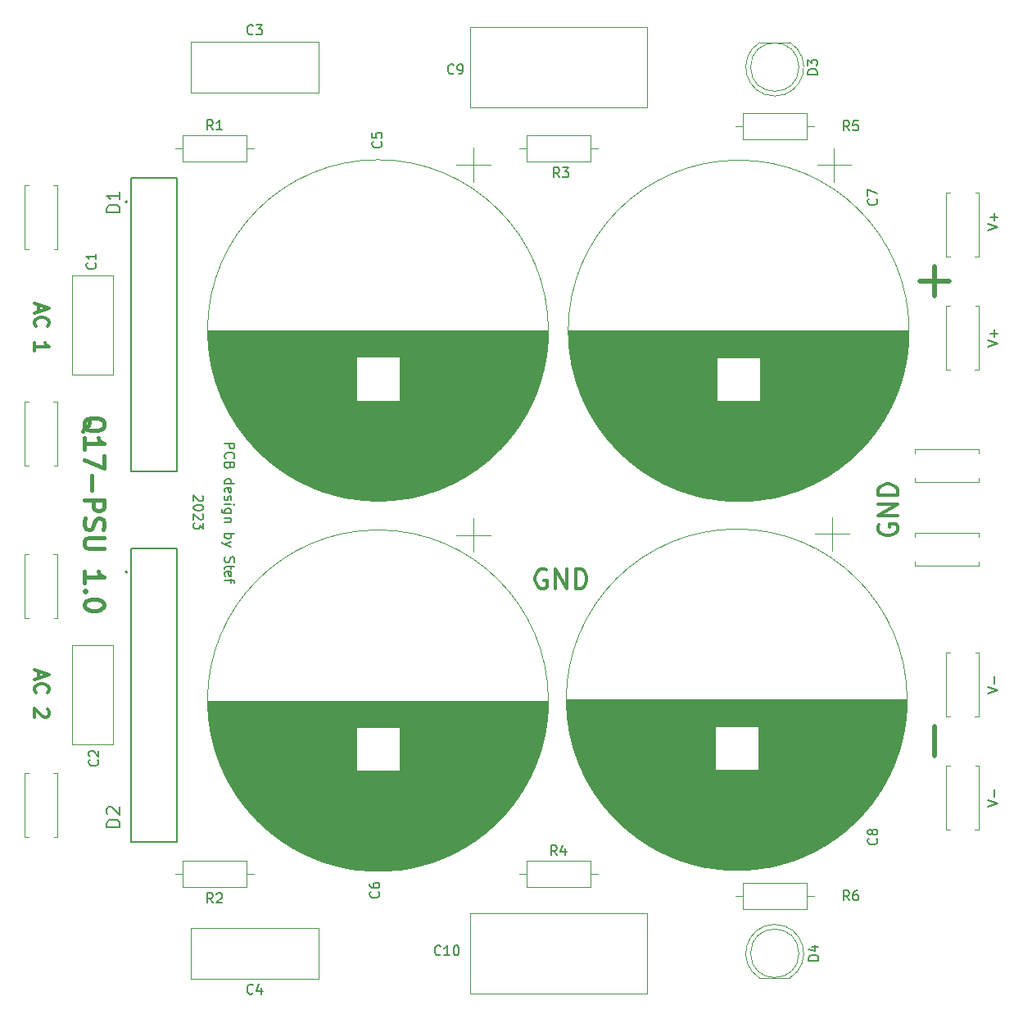
<source format=gbr>
%TF.GenerationSoftware,KiCad,Pcbnew,7.0.6-0*%
%TF.CreationDate,2023-08-21T15:57:03+02:00*%
%TF.ProjectId,Q17-PSU,5131372d-5053-4552-9e6b-696361645f70,1.0*%
%TF.SameCoordinates,Original*%
%TF.FileFunction,Legend,Top*%
%TF.FilePolarity,Positive*%
%FSLAX46Y46*%
G04 Gerber Fmt 4.6, Leading zero omitted, Abs format (unit mm)*
G04 Created by KiCad (PCBNEW 7.0.6-0) date 2023-08-21 15:57:03*
%MOMM*%
%LPD*%
G01*
G04 APERTURE LIST*
%ADD10C,0.300000*%
%ADD11C,0.500000*%
%ADD12C,0.150000*%
%ADD13C,0.400000*%
%ADD14C,0.200000*%
%ADD15C,0.120000*%
%ADD16C,0.127000*%
G04 APERTURE END LIST*
D10*
X152908190Y-97148876D02*
X152717714Y-97053638D01*
X152717714Y-97053638D02*
X152432000Y-97053638D01*
X152432000Y-97053638D02*
X152146285Y-97148876D01*
X152146285Y-97148876D02*
X151955809Y-97339352D01*
X151955809Y-97339352D02*
X151860571Y-97529828D01*
X151860571Y-97529828D02*
X151765333Y-97910780D01*
X151765333Y-97910780D02*
X151765333Y-98196495D01*
X151765333Y-98196495D02*
X151860571Y-98577447D01*
X151860571Y-98577447D02*
X151955809Y-98767923D01*
X151955809Y-98767923D02*
X152146285Y-98958400D01*
X152146285Y-98958400D02*
X152432000Y-99053638D01*
X152432000Y-99053638D02*
X152622476Y-99053638D01*
X152622476Y-99053638D02*
X152908190Y-98958400D01*
X152908190Y-98958400D02*
X153003428Y-98863161D01*
X153003428Y-98863161D02*
X153003428Y-98196495D01*
X153003428Y-98196495D02*
X152622476Y-98196495D01*
X153860571Y-99053638D02*
X153860571Y-97053638D01*
X153860571Y-97053638D02*
X155003428Y-99053638D01*
X155003428Y-99053638D02*
X155003428Y-97053638D01*
X155955809Y-99053638D02*
X155955809Y-97053638D01*
X155955809Y-97053638D02*
X156431999Y-97053638D01*
X156431999Y-97053638D02*
X156717714Y-97148876D01*
X156717714Y-97148876D02*
X156908190Y-97339352D01*
X156908190Y-97339352D02*
X157003428Y-97529828D01*
X157003428Y-97529828D02*
X157098666Y-97910780D01*
X157098666Y-97910780D02*
X157098666Y-98196495D01*
X157098666Y-98196495D02*
X157003428Y-98577447D01*
X157003428Y-98577447D02*
X156908190Y-98767923D01*
X156908190Y-98767923D02*
X156717714Y-98958400D01*
X156717714Y-98958400D02*
X156431999Y-99053638D01*
X156431999Y-99053638D02*
X155955809Y-99053638D01*
D11*
X193047333Y-113284190D02*
X193047333Y-116331810D01*
D12*
X119682180Y-84043142D02*
X120682180Y-84043142D01*
X120682180Y-84043142D02*
X120682180Y-84424094D01*
X120682180Y-84424094D02*
X120634561Y-84519332D01*
X120634561Y-84519332D02*
X120586942Y-84566951D01*
X120586942Y-84566951D02*
X120491704Y-84614570D01*
X120491704Y-84614570D02*
X120348847Y-84614570D01*
X120348847Y-84614570D02*
X120253609Y-84566951D01*
X120253609Y-84566951D02*
X120205990Y-84519332D01*
X120205990Y-84519332D02*
X120158371Y-84424094D01*
X120158371Y-84424094D02*
X120158371Y-84043142D01*
X119777419Y-85614570D02*
X119729800Y-85566951D01*
X119729800Y-85566951D02*
X119682180Y-85424094D01*
X119682180Y-85424094D02*
X119682180Y-85328856D01*
X119682180Y-85328856D02*
X119729800Y-85185999D01*
X119729800Y-85185999D02*
X119825038Y-85090761D01*
X119825038Y-85090761D02*
X119920276Y-85043142D01*
X119920276Y-85043142D02*
X120110752Y-84995523D01*
X120110752Y-84995523D02*
X120253609Y-84995523D01*
X120253609Y-84995523D02*
X120444085Y-85043142D01*
X120444085Y-85043142D02*
X120539323Y-85090761D01*
X120539323Y-85090761D02*
X120634561Y-85185999D01*
X120634561Y-85185999D02*
X120682180Y-85328856D01*
X120682180Y-85328856D02*
X120682180Y-85424094D01*
X120682180Y-85424094D02*
X120634561Y-85566951D01*
X120634561Y-85566951D02*
X120586942Y-85614570D01*
X120205990Y-86376475D02*
X120158371Y-86519332D01*
X120158371Y-86519332D02*
X120110752Y-86566951D01*
X120110752Y-86566951D02*
X120015514Y-86614570D01*
X120015514Y-86614570D02*
X119872657Y-86614570D01*
X119872657Y-86614570D02*
X119777419Y-86566951D01*
X119777419Y-86566951D02*
X119729800Y-86519332D01*
X119729800Y-86519332D02*
X119682180Y-86424094D01*
X119682180Y-86424094D02*
X119682180Y-86043142D01*
X119682180Y-86043142D02*
X120682180Y-86043142D01*
X120682180Y-86043142D02*
X120682180Y-86376475D01*
X120682180Y-86376475D02*
X120634561Y-86471713D01*
X120634561Y-86471713D02*
X120586942Y-86519332D01*
X120586942Y-86519332D02*
X120491704Y-86566951D01*
X120491704Y-86566951D02*
X120396466Y-86566951D01*
X120396466Y-86566951D02*
X120301228Y-86519332D01*
X120301228Y-86519332D02*
X120253609Y-86471713D01*
X120253609Y-86471713D02*
X120205990Y-86376475D01*
X120205990Y-86376475D02*
X120205990Y-86043142D01*
X119682180Y-88233618D02*
X120682180Y-88233618D01*
X119729800Y-88233618D02*
X119682180Y-88138380D01*
X119682180Y-88138380D02*
X119682180Y-87947904D01*
X119682180Y-87947904D02*
X119729800Y-87852666D01*
X119729800Y-87852666D02*
X119777419Y-87805047D01*
X119777419Y-87805047D02*
X119872657Y-87757428D01*
X119872657Y-87757428D02*
X120158371Y-87757428D01*
X120158371Y-87757428D02*
X120253609Y-87805047D01*
X120253609Y-87805047D02*
X120301228Y-87852666D01*
X120301228Y-87852666D02*
X120348847Y-87947904D01*
X120348847Y-87947904D02*
X120348847Y-88138380D01*
X120348847Y-88138380D02*
X120301228Y-88233618D01*
X119729800Y-89090761D02*
X119682180Y-88995523D01*
X119682180Y-88995523D02*
X119682180Y-88805047D01*
X119682180Y-88805047D02*
X119729800Y-88709809D01*
X119729800Y-88709809D02*
X119825038Y-88662190D01*
X119825038Y-88662190D02*
X120205990Y-88662190D01*
X120205990Y-88662190D02*
X120301228Y-88709809D01*
X120301228Y-88709809D02*
X120348847Y-88805047D01*
X120348847Y-88805047D02*
X120348847Y-88995523D01*
X120348847Y-88995523D02*
X120301228Y-89090761D01*
X120301228Y-89090761D02*
X120205990Y-89138380D01*
X120205990Y-89138380D02*
X120110752Y-89138380D01*
X120110752Y-89138380D02*
X120015514Y-88662190D01*
X119729800Y-89519333D02*
X119682180Y-89614571D01*
X119682180Y-89614571D02*
X119682180Y-89805047D01*
X119682180Y-89805047D02*
X119729800Y-89900285D01*
X119729800Y-89900285D02*
X119825038Y-89947904D01*
X119825038Y-89947904D02*
X119872657Y-89947904D01*
X119872657Y-89947904D02*
X119967895Y-89900285D01*
X119967895Y-89900285D02*
X120015514Y-89805047D01*
X120015514Y-89805047D02*
X120015514Y-89662190D01*
X120015514Y-89662190D02*
X120063133Y-89566952D01*
X120063133Y-89566952D02*
X120158371Y-89519333D01*
X120158371Y-89519333D02*
X120205990Y-89519333D01*
X120205990Y-89519333D02*
X120301228Y-89566952D01*
X120301228Y-89566952D02*
X120348847Y-89662190D01*
X120348847Y-89662190D02*
X120348847Y-89805047D01*
X120348847Y-89805047D02*
X120301228Y-89900285D01*
X119682180Y-90376476D02*
X120348847Y-90376476D01*
X120682180Y-90376476D02*
X120634561Y-90328857D01*
X120634561Y-90328857D02*
X120586942Y-90376476D01*
X120586942Y-90376476D02*
X120634561Y-90424095D01*
X120634561Y-90424095D02*
X120682180Y-90376476D01*
X120682180Y-90376476D02*
X120586942Y-90376476D01*
X120348847Y-91281237D02*
X119539323Y-91281237D01*
X119539323Y-91281237D02*
X119444085Y-91233618D01*
X119444085Y-91233618D02*
X119396466Y-91185999D01*
X119396466Y-91185999D02*
X119348847Y-91090761D01*
X119348847Y-91090761D02*
X119348847Y-90947904D01*
X119348847Y-90947904D02*
X119396466Y-90852666D01*
X119729800Y-91281237D02*
X119682180Y-91185999D01*
X119682180Y-91185999D02*
X119682180Y-90995523D01*
X119682180Y-90995523D02*
X119729800Y-90900285D01*
X119729800Y-90900285D02*
X119777419Y-90852666D01*
X119777419Y-90852666D02*
X119872657Y-90805047D01*
X119872657Y-90805047D02*
X120158371Y-90805047D01*
X120158371Y-90805047D02*
X120253609Y-90852666D01*
X120253609Y-90852666D02*
X120301228Y-90900285D01*
X120301228Y-90900285D02*
X120348847Y-90995523D01*
X120348847Y-90995523D02*
X120348847Y-91185999D01*
X120348847Y-91185999D02*
X120301228Y-91281237D01*
X120348847Y-91757428D02*
X119682180Y-91757428D01*
X120253609Y-91757428D02*
X120301228Y-91805047D01*
X120301228Y-91805047D02*
X120348847Y-91900285D01*
X120348847Y-91900285D02*
X120348847Y-92043142D01*
X120348847Y-92043142D02*
X120301228Y-92138380D01*
X120301228Y-92138380D02*
X120205990Y-92185999D01*
X120205990Y-92185999D02*
X119682180Y-92185999D01*
X119682180Y-93424095D02*
X120682180Y-93424095D01*
X120301228Y-93424095D02*
X120348847Y-93519333D01*
X120348847Y-93519333D02*
X120348847Y-93709809D01*
X120348847Y-93709809D02*
X120301228Y-93805047D01*
X120301228Y-93805047D02*
X120253609Y-93852666D01*
X120253609Y-93852666D02*
X120158371Y-93900285D01*
X120158371Y-93900285D02*
X119872657Y-93900285D01*
X119872657Y-93900285D02*
X119777419Y-93852666D01*
X119777419Y-93852666D02*
X119729800Y-93805047D01*
X119729800Y-93805047D02*
X119682180Y-93709809D01*
X119682180Y-93709809D02*
X119682180Y-93519333D01*
X119682180Y-93519333D02*
X119729800Y-93424095D01*
X120348847Y-94233619D02*
X119682180Y-94471714D01*
X120348847Y-94709809D02*
X119682180Y-94471714D01*
X119682180Y-94471714D02*
X119444085Y-94376476D01*
X119444085Y-94376476D02*
X119396466Y-94328857D01*
X119396466Y-94328857D02*
X119348847Y-94233619D01*
X119729800Y-95805048D02*
X119682180Y-95947905D01*
X119682180Y-95947905D02*
X119682180Y-96186000D01*
X119682180Y-96186000D02*
X119729800Y-96281238D01*
X119729800Y-96281238D02*
X119777419Y-96328857D01*
X119777419Y-96328857D02*
X119872657Y-96376476D01*
X119872657Y-96376476D02*
X119967895Y-96376476D01*
X119967895Y-96376476D02*
X120063133Y-96328857D01*
X120063133Y-96328857D02*
X120110752Y-96281238D01*
X120110752Y-96281238D02*
X120158371Y-96186000D01*
X120158371Y-96186000D02*
X120205990Y-95995524D01*
X120205990Y-95995524D02*
X120253609Y-95900286D01*
X120253609Y-95900286D02*
X120301228Y-95852667D01*
X120301228Y-95852667D02*
X120396466Y-95805048D01*
X120396466Y-95805048D02*
X120491704Y-95805048D01*
X120491704Y-95805048D02*
X120586942Y-95852667D01*
X120586942Y-95852667D02*
X120634561Y-95900286D01*
X120634561Y-95900286D02*
X120682180Y-95995524D01*
X120682180Y-95995524D02*
X120682180Y-96233619D01*
X120682180Y-96233619D02*
X120634561Y-96376476D01*
X120348847Y-96662191D02*
X120348847Y-97043143D01*
X120682180Y-96805048D02*
X119825038Y-96805048D01*
X119825038Y-96805048D02*
X119729800Y-96852667D01*
X119729800Y-96852667D02*
X119682180Y-96947905D01*
X119682180Y-96947905D02*
X119682180Y-97043143D01*
X119729800Y-97757429D02*
X119682180Y-97662191D01*
X119682180Y-97662191D02*
X119682180Y-97471715D01*
X119682180Y-97471715D02*
X119729800Y-97376477D01*
X119729800Y-97376477D02*
X119825038Y-97328858D01*
X119825038Y-97328858D02*
X120205990Y-97328858D01*
X120205990Y-97328858D02*
X120301228Y-97376477D01*
X120301228Y-97376477D02*
X120348847Y-97471715D01*
X120348847Y-97471715D02*
X120348847Y-97662191D01*
X120348847Y-97662191D02*
X120301228Y-97757429D01*
X120301228Y-97757429D02*
X120205990Y-97805048D01*
X120205990Y-97805048D02*
X120110752Y-97805048D01*
X120110752Y-97805048D02*
X120015514Y-97328858D01*
X120348847Y-98090763D02*
X120348847Y-98471715D01*
X119682180Y-98233620D02*
X120539323Y-98233620D01*
X120539323Y-98233620D02*
X120634561Y-98281239D01*
X120634561Y-98281239D02*
X120682180Y-98376477D01*
X120682180Y-98376477D02*
X120682180Y-98471715D01*
X117366942Y-89471714D02*
X117414561Y-89519333D01*
X117414561Y-89519333D02*
X117462180Y-89614571D01*
X117462180Y-89614571D02*
X117462180Y-89852666D01*
X117462180Y-89852666D02*
X117414561Y-89947904D01*
X117414561Y-89947904D02*
X117366942Y-89995523D01*
X117366942Y-89995523D02*
X117271704Y-90043142D01*
X117271704Y-90043142D02*
X117176466Y-90043142D01*
X117176466Y-90043142D02*
X117033609Y-89995523D01*
X117033609Y-89995523D02*
X116462180Y-89424095D01*
X116462180Y-89424095D02*
X116462180Y-90043142D01*
X117462180Y-90662190D02*
X117462180Y-90757428D01*
X117462180Y-90757428D02*
X117414561Y-90852666D01*
X117414561Y-90852666D02*
X117366942Y-90900285D01*
X117366942Y-90900285D02*
X117271704Y-90947904D01*
X117271704Y-90947904D02*
X117081228Y-90995523D01*
X117081228Y-90995523D02*
X116843133Y-90995523D01*
X116843133Y-90995523D02*
X116652657Y-90947904D01*
X116652657Y-90947904D02*
X116557419Y-90900285D01*
X116557419Y-90900285D02*
X116509800Y-90852666D01*
X116509800Y-90852666D02*
X116462180Y-90757428D01*
X116462180Y-90757428D02*
X116462180Y-90662190D01*
X116462180Y-90662190D02*
X116509800Y-90566952D01*
X116509800Y-90566952D02*
X116557419Y-90519333D01*
X116557419Y-90519333D02*
X116652657Y-90471714D01*
X116652657Y-90471714D02*
X116843133Y-90424095D01*
X116843133Y-90424095D02*
X117081228Y-90424095D01*
X117081228Y-90424095D02*
X117271704Y-90471714D01*
X117271704Y-90471714D02*
X117366942Y-90519333D01*
X117366942Y-90519333D02*
X117414561Y-90566952D01*
X117414561Y-90566952D02*
X117462180Y-90662190D01*
X117366942Y-91376476D02*
X117414561Y-91424095D01*
X117414561Y-91424095D02*
X117462180Y-91519333D01*
X117462180Y-91519333D02*
X117462180Y-91757428D01*
X117462180Y-91757428D02*
X117414561Y-91852666D01*
X117414561Y-91852666D02*
X117366942Y-91900285D01*
X117366942Y-91900285D02*
X117271704Y-91947904D01*
X117271704Y-91947904D02*
X117176466Y-91947904D01*
X117176466Y-91947904D02*
X117033609Y-91900285D01*
X117033609Y-91900285D02*
X116462180Y-91328857D01*
X116462180Y-91328857D02*
X116462180Y-91947904D01*
X117462180Y-92281238D02*
X117462180Y-92900285D01*
X117462180Y-92900285D02*
X117081228Y-92566952D01*
X117081228Y-92566952D02*
X117081228Y-92709809D01*
X117081228Y-92709809D02*
X117033609Y-92805047D01*
X117033609Y-92805047D02*
X116985990Y-92852666D01*
X116985990Y-92852666D02*
X116890752Y-92900285D01*
X116890752Y-92900285D02*
X116652657Y-92900285D01*
X116652657Y-92900285D02*
X116557419Y-92852666D01*
X116557419Y-92852666D02*
X116509800Y-92805047D01*
X116509800Y-92805047D02*
X116462180Y-92709809D01*
X116462180Y-92709809D02*
X116462180Y-92424095D01*
X116462180Y-92424095D02*
X116509800Y-92328857D01*
X116509800Y-92328857D02*
X116557419Y-92281238D01*
D13*
X104977085Y-82844680D02*
X105072323Y-82654204D01*
X105072323Y-82654204D02*
X105262800Y-82463728D01*
X105262800Y-82463728D02*
X105548514Y-82178014D01*
X105548514Y-82178014D02*
X105643752Y-81987537D01*
X105643752Y-81987537D02*
X105643752Y-81797061D01*
X105167561Y-81892299D02*
X105262800Y-81701823D01*
X105262800Y-81701823D02*
X105453276Y-81511347D01*
X105453276Y-81511347D02*
X105834228Y-81416109D01*
X105834228Y-81416109D02*
X106500895Y-81416109D01*
X106500895Y-81416109D02*
X106881847Y-81511347D01*
X106881847Y-81511347D02*
X107072323Y-81701823D01*
X107072323Y-81701823D02*
X107167561Y-81892299D01*
X107167561Y-81892299D02*
X107167561Y-82273252D01*
X107167561Y-82273252D02*
X107072323Y-82463728D01*
X107072323Y-82463728D02*
X106881847Y-82654204D01*
X106881847Y-82654204D02*
X106500895Y-82749442D01*
X106500895Y-82749442D02*
X105834228Y-82749442D01*
X105834228Y-82749442D02*
X105453276Y-82654204D01*
X105453276Y-82654204D02*
X105262800Y-82463728D01*
X105262800Y-82463728D02*
X105167561Y-82273252D01*
X105167561Y-82273252D02*
X105167561Y-81892299D01*
X105167561Y-84654204D02*
X105167561Y-83511347D01*
X105167561Y-84082775D02*
X107167561Y-84082775D01*
X107167561Y-84082775D02*
X106881847Y-83892299D01*
X106881847Y-83892299D02*
X106691371Y-83701823D01*
X106691371Y-83701823D02*
X106596133Y-83511347D01*
X107167561Y-85320871D02*
X107167561Y-86654204D01*
X107167561Y-86654204D02*
X105167561Y-85797061D01*
X105929466Y-87416109D02*
X105929466Y-88939919D01*
X105167561Y-89892299D02*
X107167561Y-89892299D01*
X107167561Y-89892299D02*
X107167561Y-90654204D01*
X107167561Y-90654204D02*
X107072323Y-90844680D01*
X107072323Y-90844680D02*
X106977085Y-90939918D01*
X106977085Y-90939918D02*
X106786609Y-91035156D01*
X106786609Y-91035156D02*
X106500895Y-91035156D01*
X106500895Y-91035156D02*
X106310419Y-90939918D01*
X106310419Y-90939918D02*
X106215180Y-90844680D01*
X106215180Y-90844680D02*
X106119942Y-90654204D01*
X106119942Y-90654204D02*
X106119942Y-89892299D01*
X105262800Y-91797061D02*
X105167561Y-92082775D01*
X105167561Y-92082775D02*
X105167561Y-92558966D01*
X105167561Y-92558966D02*
X105262800Y-92749442D01*
X105262800Y-92749442D02*
X105358038Y-92844680D01*
X105358038Y-92844680D02*
X105548514Y-92939918D01*
X105548514Y-92939918D02*
X105738990Y-92939918D01*
X105738990Y-92939918D02*
X105929466Y-92844680D01*
X105929466Y-92844680D02*
X106024704Y-92749442D01*
X106024704Y-92749442D02*
X106119942Y-92558966D01*
X106119942Y-92558966D02*
X106215180Y-92178013D01*
X106215180Y-92178013D02*
X106310419Y-91987537D01*
X106310419Y-91987537D02*
X106405657Y-91892299D01*
X106405657Y-91892299D02*
X106596133Y-91797061D01*
X106596133Y-91797061D02*
X106786609Y-91797061D01*
X106786609Y-91797061D02*
X106977085Y-91892299D01*
X106977085Y-91892299D02*
X107072323Y-91987537D01*
X107072323Y-91987537D02*
X107167561Y-92178013D01*
X107167561Y-92178013D02*
X107167561Y-92654204D01*
X107167561Y-92654204D02*
X107072323Y-92939918D01*
X107167561Y-93797061D02*
X105548514Y-93797061D01*
X105548514Y-93797061D02*
X105358038Y-93892299D01*
X105358038Y-93892299D02*
X105262800Y-93987537D01*
X105262800Y-93987537D02*
X105167561Y-94178013D01*
X105167561Y-94178013D02*
X105167561Y-94558966D01*
X105167561Y-94558966D02*
X105262800Y-94749442D01*
X105262800Y-94749442D02*
X105358038Y-94844680D01*
X105358038Y-94844680D02*
X105548514Y-94939918D01*
X105548514Y-94939918D02*
X107167561Y-94939918D01*
X105167561Y-98463728D02*
X105167561Y-97320871D01*
X105167561Y-97892299D02*
X107167561Y-97892299D01*
X107167561Y-97892299D02*
X106881847Y-97701823D01*
X106881847Y-97701823D02*
X106691371Y-97511347D01*
X106691371Y-97511347D02*
X106596133Y-97320871D01*
X105358038Y-99320871D02*
X105262800Y-99416109D01*
X105262800Y-99416109D02*
X105167561Y-99320871D01*
X105167561Y-99320871D02*
X105262800Y-99225633D01*
X105262800Y-99225633D02*
X105358038Y-99320871D01*
X105358038Y-99320871D02*
X105167561Y-99320871D01*
X107167561Y-100654204D02*
X107167561Y-100844681D01*
X107167561Y-100844681D02*
X107072323Y-101035157D01*
X107072323Y-101035157D02*
X106977085Y-101130395D01*
X106977085Y-101130395D02*
X106786609Y-101225633D01*
X106786609Y-101225633D02*
X106405657Y-101320871D01*
X106405657Y-101320871D02*
X105929466Y-101320871D01*
X105929466Y-101320871D02*
X105548514Y-101225633D01*
X105548514Y-101225633D02*
X105358038Y-101130395D01*
X105358038Y-101130395D02*
X105262800Y-101035157D01*
X105262800Y-101035157D02*
X105167561Y-100844681D01*
X105167561Y-100844681D02*
X105167561Y-100654204D01*
X105167561Y-100654204D02*
X105262800Y-100463728D01*
X105262800Y-100463728D02*
X105358038Y-100368490D01*
X105358038Y-100368490D02*
X105548514Y-100273252D01*
X105548514Y-100273252D02*
X105929466Y-100178014D01*
X105929466Y-100178014D02*
X106405657Y-100178014D01*
X106405657Y-100178014D02*
X106786609Y-100273252D01*
X106786609Y-100273252D02*
X106977085Y-100368490D01*
X106977085Y-100368490D02*
X107072323Y-100463728D01*
X107072323Y-100463728D02*
X107167561Y-100654204D01*
D10*
X187318876Y-92455809D02*
X187223638Y-92646285D01*
X187223638Y-92646285D02*
X187223638Y-92931999D01*
X187223638Y-92931999D02*
X187318876Y-93217714D01*
X187318876Y-93217714D02*
X187509352Y-93408190D01*
X187509352Y-93408190D02*
X187699828Y-93503428D01*
X187699828Y-93503428D02*
X188080780Y-93598666D01*
X188080780Y-93598666D02*
X188366495Y-93598666D01*
X188366495Y-93598666D02*
X188747447Y-93503428D01*
X188747447Y-93503428D02*
X188937923Y-93408190D01*
X188937923Y-93408190D02*
X189128400Y-93217714D01*
X189128400Y-93217714D02*
X189223638Y-92931999D01*
X189223638Y-92931999D02*
X189223638Y-92741523D01*
X189223638Y-92741523D02*
X189128400Y-92455809D01*
X189128400Y-92455809D02*
X189033161Y-92360571D01*
X189033161Y-92360571D02*
X188366495Y-92360571D01*
X188366495Y-92360571D02*
X188366495Y-92741523D01*
X189223638Y-91503428D02*
X187223638Y-91503428D01*
X187223638Y-91503428D02*
X189223638Y-90360571D01*
X189223638Y-90360571D02*
X187223638Y-90360571D01*
X189223638Y-89408190D02*
X187223638Y-89408190D01*
X187223638Y-89408190D02*
X187223638Y-88932000D01*
X187223638Y-88932000D02*
X187318876Y-88646285D01*
X187318876Y-88646285D02*
X187509352Y-88455809D01*
X187509352Y-88455809D02*
X187699828Y-88360571D01*
X187699828Y-88360571D02*
X188080780Y-88265333D01*
X188080780Y-88265333D02*
X188366495Y-88265333D01*
X188366495Y-88265333D02*
X188747447Y-88360571D01*
X188747447Y-88360571D02*
X188937923Y-88455809D01*
X188937923Y-88455809D02*
X189128400Y-88646285D01*
X189128400Y-88646285D02*
X189223638Y-88932000D01*
X189223638Y-88932000D02*
X189223638Y-89408190D01*
D11*
X193047333Y-65786190D02*
X193047333Y-68833810D01*
X191523523Y-67310000D02*
X194571142Y-67310000D01*
D10*
X100449742Y-69743143D02*
X100449742Y-70457429D01*
X100021171Y-69600286D02*
X101521171Y-70100286D01*
X101521171Y-70100286D02*
X100021171Y-70600286D01*
X100164028Y-71957428D02*
X100092600Y-71886000D01*
X100092600Y-71886000D02*
X100021171Y-71671714D01*
X100021171Y-71671714D02*
X100021171Y-71528857D01*
X100021171Y-71528857D02*
X100092600Y-71314571D01*
X100092600Y-71314571D02*
X100235457Y-71171714D01*
X100235457Y-71171714D02*
X100378314Y-71100285D01*
X100378314Y-71100285D02*
X100664028Y-71028857D01*
X100664028Y-71028857D02*
X100878314Y-71028857D01*
X100878314Y-71028857D02*
X101164028Y-71100285D01*
X101164028Y-71100285D02*
X101306885Y-71171714D01*
X101306885Y-71171714D02*
X101449742Y-71314571D01*
X101449742Y-71314571D02*
X101521171Y-71528857D01*
X101521171Y-71528857D02*
X101521171Y-71671714D01*
X101521171Y-71671714D02*
X101449742Y-71886000D01*
X101449742Y-71886000D02*
X101378314Y-71957428D01*
X100021171Y-74528857D02*
X100021171Y-73671714D01*
X100021171Y-74100285D02*
X101521171Y-74100285D01*
X101521171Y-74100285D02*
X101306885Y-73957428D01*
X101306885Y-73957428D02*
X101164028Y-73814571D01*
X101164028Y-73814571D02*
X101092600Y-73671714D01*
X100449742Y-107589143D02*
X100449742Y-108303429D01*
X100021171Y-107446286D02*
X101521171Y-107946286D01*
X101521171Y-107946286D02*
X100021171Y-108446286D01*
X100164028Y-109803428D02*
X100092600Y-109732000D01*
X100092600Y-109732000D02*
X100021171Y-109517714D01*
X100021171Y-109517714D02*
X100021171Y-109374857D01*
X100021171Y-109374857D02*
X100092600Y-109160571D01*
X100092600Y-109160571D02*
X100235457Y-109017714D01*
X100235457Y-109017714D02*
X100378314Y-108946285D01*
X100378314Y-108946285D02*
X100664028Y-108874857D01*
X100664028Y-108874857D02*
X100878314Y-108874857D01*
X100878314Y-108874857D02*
X101164028Y-108946285D01*
X101164028Y-108946285D02*
X101306885Y-109017714D01*
X101306885Y-109017714D02*
X101449742Y-109160571D01*
X101449742Y-109160571D02*
X101521171Y-109374857D01*
X101521171Y-109374857D02*
X101521171Y-109517714D01*
X101521171Y-109517714D02*
X101449742Y-109732000D01*
X101449742Y-109732000D02*
X101378314Y-109803428D01*
X101378314Y-111517714D02*
X101449742Y-111589142D01*
X101449742Y-111589142D02*
X101521171Y-111732000D01*
X101521171Y-111732000D02*
X101521171Y-112089142D01*
X101521171Y-112089142D02*
X101449742Y-112232000D01*
X101449742Y-112232000D02*
X101378314Y-112303428D01*
X101378314Y-112303428D02*
X101235457Y-112374857D01*
X101235457Y-112374857D02*
X101092600Y-112374857D01*
X101092600Y-112374857D02*
X100878314Y-112303428D01*
X100878314Y-112303428D02*
X100021171Y-111446285D01*
X100021171Y-111446285D02*
X100021171Y-112374857D01*
D12*
X122595333Y-41761580D02*
X122547714Y-41809200D01*
X122547714Y-41809200D02*
X122404857Y-41856819D01*
X122404857Y-41856819D02*
X122309619Y-41856819D01*
X122309619Y-41856819D02*
X122166762Y-41809200D01*
X122166762Y-41809200D02*
X122071524Y-41713961D01*
X122071524Y-41713961D02*
X122023905Y-41618723D01*
X122023905Y-41618723D02*
X121976286Y-41428247D01*
X121976286Y-41428247D02*
X121976286Y-41285390D01*
X121976286Y-41285390D02*
X122023905Y-41094914D01*
X122023905Y-41094914D02*
X122071524Y-40999676D01*
X122071524Y-40999676D02*
X122166762Y-40904438D01*
X122166762Y-40904438D02*
X122309619Y-40856819D01*
X122309619Y-40856819D02*
X122404857Y-40856819D01*
X122404857Y-40856819D02*
X122547714Y-40904438D01*
X122547714Y-40904438D02*
X122595333Y-40952057D01*
X122928667Y-40856819D02*
X123547714Y-40856819D01*
X123547714Y-40856819D02*
X123214381Y-41237771D01*
X123214381Y-41237771D02*
X123357238Y-41237771D01*
X123357238Y-41237771D02*
X123452476Y-41285390D01*
X123452476Y-41285390D02*
X123500095Y-41333009D01*
X123500095Y-41333009D02*
X123547714Y-41428247D01*
X123547714Y-41428247D02*
X123547714Y-41666342D01*
X123547714Y-41666342D02*
X123500095Y-41761580D01*
X123500095Y-41761580D02*
X123452476Y-41809200D01*
X123452476Y-41809200D02*
X123357238Y-41856819D01*
X123357238Y-41856819D02*
X123071524Y-41856819D01*
X123071524Y-41856819D02*
X122976286Y-41809200D01*
X122976286Y-41809200D02*
X122928667Y-41761580D01*
X108843866Y-123715332D02*
X107443866Y-123715332D01*
X107443866Y-123715332D02*
X107443866Y-123381999D01*
X107443866Y-123381999D02*
X107510533Y-123181999D01*
X107510533Y-123181999D02*
X107643866Y-123048666D01*
X107643866Y-123048666D02*
X107777200Y-122981999D01*
X107777200Y-122981999D02*
X108043866Y-122915332D01*
X108043866Y-122915332D02*
X108243866Y-122915332D01*
X108243866Y-122915332D02*
X108510533Y-122981999D01*
X108510533Y-122981999D02*
X108643866Y-123048666D01*
X108643866Y-123048666D02*
X108777200Y-123181999D01*
X108777200Y-123181999D02*
X108843866Y-123381999D01*
X108843866Y-123381999D02*
X108843866Y-123715332D01*
X107577200Y-122381999D02*
X107510533Y-122315332D01*
X107510533Y-122315332D02*
X107443866Y-122181999D01*
X107443866Y-122181999D02*
X107443866Y-121848666D01*
X107443866Y-121848666D02*
X107510533Y-121715332D01*
X107510533Y-121715332D02*
X107577200Y-121648666D01*
X107577200Y-121648666D02*
X107710533Y-121581999D01*
X107710533Y-121581999D02*
X107843866Y-121581999D01*
X107843866Y-121581999D02*
X108043866Y-121648666D01*
X108043866Y-121648666D02*
X108843866Y-122448666D01*
X108843866Y-122448666D02*
X108843866Y-121581999D01*
X106531580Y-116752666D02*
X106579200Y-116800285D01*
X106579200Y-116800285D02*
X106626819Y-116943142D01*
X106626819Y-116943142D02*
X106626819Y-117038380D01*
X106626819Y-117038380D02*
X106579200Y-117181237D01*
X106579200Y-117181237D02*
X106483961Y-117276475D01*
X106483961Y-117276475D02*
X106388723Y-117324094D01*
X106388723Y-117324094D02*
X106198247Y-117371713D01*
X106198247Y-117371713D02*
X106055390Y-117371713D01*
X106055390Y-117371713D02*
X105864914Y-117324094D01*
X105864914Y-117324094D02*
X105769676Y-117276475D01*
X105769676Y-117276475D02*
X105674438Y-117181237D01*
X105674438Y-117181237D02*
X105626819Y-117038380D01*
X105626819Y-117038380D02*
X105626819Y-116943142D01*
X105626819Y-116943142D02*
X105674438Y-116800285D01*
X105674438Y-116800285D02*
X105722057Y-116752666D01*
X105722057Y-116371713D02*
X105674438Y-116324094D01*
X105674438Y-116324094D02*
X105626819Y-116228856D01*
X105626819Y-116228856D02*
X105626819Y-115990761D01*
X105626819Y-115990761D02*
X105674438Y-115895523D01*
X105674438Y-115895523D02*
X105722057Y-115847904D01*
X105722057Y-115847904D02*
X105817295Y-115800285D01*
X105817295Y-115800285D02*
X105912533Y-115800285D01*
X105912533Y-115800285D02*
X106055390Y-115847904D01*
X106055390Y-115847904D02*
X106626819Y-116419332D01*
X106626819Y-116419332D02*
X106626819Y-115800285D01*
X135820401Y-52912924D02*
X135868021Y-52960543D01*
X135868021Y-52960543D02*
X135915640Y-53103400D01*
X135915640Y-53103400D02*
X135915640Y-53198638D01*
X135915640Y-53198638D02*
X135868021Y-53341495D01*
X135868021Y-53341495D02*
X135772782Y-53436733D01*
X135772782Y-53436733D02*
X135677544Y-53484352D01*
X135677544Y-53484352D02*
X135487068Y-53531971D01*
X135487068Y-53531971D02*
X135344211Y-53531971D01*
X135344211Y-53531971D02*
X135153735Y-53484352D01*
X135153735Y-53484352D02*
X135058497Y-53436733D01*
X135058497Y-53436733D02*
X134963259Y-53341495D01*
X134963259Y-53341495D02*
X134915640Y-53198638D01*
X134915640Y-53198638D02*
X134915640Y-53103400D01*
X134915640Y-53103400D02*
X134963259Y-52960543D01*
X134963259Y-52960543D02*
X135010878Y-52912924D01*
X134915640Y-52008162D02*
X134915640Y-52484352D01*
X134915640Y-52484352D02*
X135391830Y-52531971D01*
X135391830Y-52531971D02*
X135344211Y-52484352D01*
X135344211Y-52484352D02*
X135296592Y-52389114D01*
X135296592Y-52389114D02*
X135296592Y-52151019D01*
X135296592Y-52151019D02*
X135344211Y-52055781D01*
X135344211Y-52055781D02*
X135391830Y-52008162D01*
X135391830Y-52008162D02*
X135487068Y-51960543D01*
X135487068Y-51960543D02*
X135725163Y-51960543D01*
X135725163Y-51960543D02*
X135820401Y-52008162D01*
X135820401Y-52008162D02*
X135868021Y-52055781D01*
X135868021Y-52055781D02*
X135915640Y-52151019D01*
X135915640Y-52151019D02*
X135915640Y-52389114D01*
X135915640Y-52389114D02*
X135868021Y-52484352D01*
X135868021Y-52484352D02*
X135820401Y-52531971D01*
X143348914Y-45825580D02*
X143301295Y-45873200D01*
X143301295Y-45873200D02*
X143158438Y-45920819D01*
X143158438Y-45920819D02*
X143063200Y-45920819D01*
X143063200Y-45920819D02*
X142920343Y-45873200D01*
X142920343Y-45873200D02*
X142825105Y-45777961D01*
X142825105Y-45777961D02*
X142777486Y-45682723D01*
X142777486Y-45682723D02*
X142729867Y-45492247D01*
X142729867Y-45492247D02*
X142729867Y-45349390D01*
X142729867Y-45349390D02*
X142777486Y-45158914D01*
X142777486Y-45158914D02*
X142825105Y-45063676D01*
X142825105Y-45063676D02*
X142920343Y-44968438D01*
X142920343Y-44968438D02*
X143063200Y-44920819D01*
X143063200Y-44920819D02*
X143158438Y-44920819D01*
X143158438Y-44920819D02*
X143301295Y-44968438D01*
X143301295Y-44968438D02*
X143348914Y-45016057D01*
X143825105Y-45920819D02*
X144015581Y-45920819D01*
X144015581Y-45920819D02*
X144110819Y-45873200D01*
X144110819Y-45873200D02*
X144158438Y-45825580D01*
X144158438Y-45825580D02*
X144253676Y-45682723D01*
X144253676Y-45682723D02*
X144301295Y-45492247D01*
X144301295Y-45492247D02*
X144301295Y-45111295D01*
X144301295Y-45111295D02*
X144253676Y-45016057D01*
X144253676Y-45016057D02*
X144206057Y-44968438D01*
X144206057Y-44968438D02*
X144110819Y-44920819D01*
X144110819Y-44920819D02*
X143920343Y-44920819D01*
X143920343Y-44920819D02*
X143825105Y-44968438D01*
X143825105Y-44968438D02*
X143777486Y-45016057D01*
X143777486Y-45016057D02*
X143729867Y-45111295D01*
X143729867Y-45111295D02*
X143729867Y-45349390D01*
X143729867Y-45349390D02*
X143777486Y-45444628D01*
X143777486Y-45444628D02*
X143825105Y-45492247D01*
X143825105Y-45492247D02*
X143920343Y-45539866D01*
X143920343Y-45539866D02*
X144110819Y-45539866D01*
X144110819Y-45539866D02*
X144206057Y-45492247D01*
X144206057Y-45492247D02*
X144253676Y-45444628D01*
X144253676Y-45444628D02*
X144301295Y-45349390D01*
X106277580Y-65444666D02*
X106325200Y-65492285D01*
X106325200Y-65492285D02*
X106372819Y-65635142D01*
X106372819Y-65635142D02*
X106372819Y-65730380D01*
X106372819Y-65730380D02*
X106325200Y-65873237D01*
X106325200Y-65873237D02*
X106229961Y-65968475D01*
X106229961Y-65968475D02*
X106134723Y-66016094D01*
X106134723Y-66016094D02*
X105944247Y-66063713D01*
X105944247Y-66063713D02*
X105801390Y-66063713D01*
X105801390Y-66063713D02*
X105610914Y-66016094D01*
X105610914Y-66016094D02*
X105515676Y-65968475D01*
X105515676Y-65968475D02*
X105420438Y-65873237D01*
X105420438Y-65873237D02*
X105372819Y-65730380D01*
X105372819Y-65730380D02*
X105372819Y-65635142D01*
X105372819Y-65635142D02*
X105420438Y-65492285D01*
X105420438Y-65492285D02*
X105468057Y-65444666D01*
X106372819Y-64492285D02*
X106372819Y-65063713D01*
X106372819Y-64777999D02*
X105372819Y-64777999D01*
X105372819Y-64777999D02*
X105515676Y-64873237D01*
X105515676Y-64873237D02*
X105610914Y-64968475D01*
X105610914Y-64968475D02*
X105658533Y-65063713D01*
X187049580Y-124880666D02*
X187097200Y-124928285D01*
X187097200Y-124928285D02*
X187144819Y-125071142D01*
X187144819Y-125071142D02*
X187144819Y-125166380D01*
X187144819Y-125166380D02*
X187097200Y-125309237D01*
X187097200Y-125309237D02*
X187001961Y-125404475D01*
X187001961Y-125404475D02*
X186906723Y-125452094D01*
X186906723Y-125452094D02*
X186716247Y-125499713D01*
X186716247Y-125499713D02*
X186573390Y-125499713D01*
X186573390Y-125499713D02*
X186382914Y-125452094D01*
X186382914Y-125452094D02*
X186287676Y-125404475D01*
X186287676Y-125404475D02*
X186192438Y-125309237D01*
X186192438Y-125309237D02*
X186144819Y-125166380D01*
X186144819Y-125166380D02*
X186144819Y-125071142D01*
X186144819Y-125071142D02*
X186192438Y-124928285D01*
X186192438Y-124928285D02*
X186240057Y-124880666D01*
X186573390Y-124309237D02*
X186525771Y-124404475D01*
X186525771Y-124404475D02*
X186478152Y-124452094D01*
X186478152Y-124452094D02*
X186382914Y-124499713D01*
X186382914Y-124499713D02*
X186335295Y-124499713D01*
X186335295Y-124499713D02*
X186240057Y-124452094D01*
X186240057Y-124452094D02*
X186192438Y-124404475D01*
X186192438Y-124404475D02*
X186144819Y-124309237D01*
X186144819Y-124309237D02*
X186144819Y-124118761D01*
X186144819Y-124118761D02*
X186192438Y-124023523D01*
X186192438Y-124023523D02*
X186240057Y-123975904D01*
X186240057Y-123975904D02*
X186335295Y-123928285D01*
X186335295Y-123928285D02*
X186382914Y-123928285D01*
X186382914Y-123928285D02*
X186478152Y-123975904D01*
X186478152Y-123975904D02*
X186525771Y-124023523D01*
X186525771Y-124023523D02*
X186573390Y-124118761D01*
X186573390Y-124118761D02*
X186573390Y-124309237D01*
X186573390Y-124309237D02*
X186621009Y-124404475D01*
X186621009Y-124404475D02*
X186668628Y-124452094D01*
X186668628Y-124452094D02*
X186763866Y-124499713D01*
X186763866Y-124499713D02*
X186954342Y-124499713D01*
X186954342Y-124499713D02*
X187049580Y-124452094D01*
X187049580Y-124452094D02*
X187097200Y-124404475D01*
X187097200Y-124404475D02*
X187144819Y-124309237D01*
X187144819Y-124309237D02*
X187144819Y-124118761D01*
X187144819Y-124118761D02*
X187097200Y-124023523D01*
X187097200Y-124023523D02*
X187049580Y-123975904D01*
X187049580Y-123975904D02*
X186954342Y-123928285D01*
X186954342Y-123928285D02*
X186763866Y-123928285D01*
X186763866Y-123928285D02*
X186668628Y-123975904D01*
X186668628Y-123975904D02*
X186621009Y-124023523D01*
X186621009Y-124023523D02*
X186573390Y-124118761D01*
X118451333Y-131518819D02*
X118118000Y-131042628D01*
X117879905Y-131518819D02*
X117879905Y-130518819D01*
X117879905Y-130518819D02*
X118260857Y-130518819D01*
X118260857Y-130518819D02*
X118356095Y-130566438D01*
X118356095Y-130566438D02*
X118403714Y-130614057D01*
X118403714Y-130614057D02*
X118451333Y-130709295D01*
X118451333Y-130709295D02*
X118451333Y-130852152D01*
X118451333Y-130852152D02*
X118403714Y-130947390D01*
X118403714Y-130947390D02*
X118356095Y-130995009D01*
X118356095Y-130995009D02*
X118260857Y-131042628D01*
X118260857Y-131042628D02*
X117879905Y-131042628D01*
X118832286Y-130614057D02*
X118879905Y-130566438D01*
X118879905Y-130566438D02*
X118975143Y-130518819D01*
X118975143Y-130518819D02*
X119213238Y-130518819D01*
X119213238Y-130518819D02*
X119308476Y-130566438D01*
X119308476Y-130566438D02*
X119356095Y-130614057D01*
X119356095Y-130614057D02*
X119403714Y-130709295D01*
X119403714Y-130709295D02*
X119403714Y-130804533D01*
X119403714Y-130804533D02*
X119356095Y-130947390D01*
X119356095Y-130947390D02*
X118784667Y-131518819D01*
X118784667Y-131518819D02*
X119403714Y-131518819D01*
X154016914Y-126608819D02*
X153683581Y-126132628D01*
X153445486Y-126608819D02*
X153445486Y-125608819D01*
X153445486Y-125608819D02*
X153826438Y-125608819D01*
X153826438Y-125608819D02*
X153921676Y-125656438D01*
X153921676Y-125656438D02*
X153969295Y-125704057D01*
X153969295Y-125704057D02*
X154016914Y-125799295D01*
X154016914Y-125799295D02*
X154016914Y-125942152D01*
X154016914Y-125942152D02*
X153969295Y-126037390D01*
X153969295Y-126037390D02*
X153921676Y-126085009D01*
X153921676Y-126085009D02*
X153826438Y-126132628D01*
X153826438Y-126132628D02*
X153445486Y-126132628D01*
X154874057Y-125942152D02*
X154874057Y-126608819D01*
X154635962Y-125561200D02*
X154397867Y-126275485D01*
X154397867Y-126275485D02*
X155016914Y-126275485D01*
X181048819Y-137472857D02*
X180048819Y-137472857D01*
X180048819Y-137472857D02*
X180048819Y-137234762D01*
X180048819Y-137234762D02*
X180096438Y-137091905D01*
X180096438Y-137091905D02*
X180191676Y-136996667D01*
X180191676Y-136996667D02*
X180286914Y-136949048D01*
X180286914Y-136949048D02*
X180477390Y-136901429D01*
X180477390Y-136901429D02*
X180620247Y-136901429D01*
X180620247Y-136901429D02*
X180810723Y-136949048D01*
X180810723Y-136949048D02*
X180905961Y-136996667D01*
X180905961Y-136996667D02*
X181001200Y-137091905D01*
X181001200Y-137091905D02*
X181048819Y-137234762D01*
X181048819Y-137234762D02*
X181048819Y-137472857D01*
X180382152Y-136044286D02*
X181048819Y-136044286D01*
X180001200Y-136282381D02*
X180715485Y-136520476D01*
X180715485Y-136520476D02*
X180715485Y-135901429D01*
D14*
X198588219Y-74104380D02*
X199588219Y-73771047D01*
X199588219Y-73771047D02*
X198588219Y-73437714D01*
X199207266Y-73104380D02*
X199207266Y-72342476D01*
X199588219Y-72723428D02*
X198826314Y-72723428D01*
X198588219Y-109904057D02*
X199588219Y-109570724D01*
X199588219Y-109570724D02*
X198588219Y-109237391D01*
X199207266Y-108904057D02*
X199207266Y-108142153D01*
D12*
X122595333Y-140839343D02*
X122547714Y-140886963D01*
X122547714Y-140886963D02*
X122404857Y-140934582D01*
X122404857Y-140934582D02*
X122309619Y-140934582D01*
X122309619Y-140934582D02*
X122166762Y-140886963D01*
X122166762Y-140886963D02*
X122071524Y-140791724D01*
X122071524Y-140791724D02*
X122023905Y-140696486D01*
X122023905Y-140696486D02*
X121976286Y-140506010D01*
X121976286Y-140506010D02*
X121976286Y-140363153D01*
X121976286Y-140363153D02*
X122023905Y-140172677D01*
X122023905Y-140172677D02*
X122071524Y-140077439D01*
X122071524Y-140077439D02*
X122166762Y-139982201D01*
X122166762Y-139982201D02*
X122309619Y-139934582D01*
X122309619Y-139934582D02*
X122404857Y-139934582D01*
X122404857Y-139934582D02*
X122547714Y-139982201D01*
X122547714Y-139982201D02*
X122595333Y-140029820D01*
X123452476Y-140267915D02*
X123452476Y-140934582D01*
X123214381Y-139886963D02*
X122976286Y-140601248D01*
X122976286Y-140601248D02*
X123595333Y-140601248D01*
X108843866Y-60215332D02*
X107443866Y-60215332D01*
X107443866Y-60215332D02*
X107443866Y-59881999D01*
X107443866Y-59881999D02*
X107510533Y-59681999D01*
X107510533Y-59681999D02*
X107643866Y-59548666D01*
X107643866Y-59548666D02*
X107777200Y-59481999D01*
X107777200Y-59481999D02*
X108043866Y-59415332D01*
X108043866Y-59415332D02*
X108243866Y-59415332D01*
X108243866Y-59415332D02*
X108510533Y-59481999D01*
X108510533Y-59481999D02*
X108643866Y-59548666D01*
X108643866Y-59548666D02*
X108777200Y-59681999D01*
X108777200Y-59681999D02*
X108843866Y-59881999D01*
X108843866Y-59881999D02*
X108843866Y-60215332D01*
X108843866Y-58081999D02*
X108843866Y-58881999D01*
X108843866Y-58481999D02*
X107443866Y-58481999D01*
X107443866Y-58481999D02*
X107643866Y-58615332D01*
X107643866Y-58615332D02*
X107777200Y-58748666D01*
X107777200Y-58748666D02*
X107843866Y-58881999D01*
X154270914Y-56588819D02*
X153937581Y-56112628D01*
X153699486Y-56588819D02*
X153699486Y-55588819D01*
X153699486Y-55588819D02*
X154080438Y-55588819D01*
X154080438Y-55588819D02*
X154175676Y-55636438D01*
X154175676Y-55636438D02*
X154223295Y-55684057D01*
X154223295Y-55684057D02*
X154270914Y-55779295D01*
X154270914Y-55779295D02*
X154270914Y-55922152D01*
X154270914Y-55922152D02*
X154223295Y-56017390D01*
X154223295Y-56017390D02*
X154175676Y-56065009D01*
X154175676Y-56065009D02*
X154080438Y-56112628D01*
X154080438Y-56112628D02*
X153699486Y-56112628D01*
X154604248Y-55588819D02*
X155223295Y-55588819D01*
X155223295Y-55588819D02*
X154889962Y-55969771D01*
X154889962Y-55969771D02*
X155032819Y-55969771D01*
X155032819Y-55969771D02*
X155128057Y-56017390D01*
X155128057Y-56017390D02*
X155175676Y-56065009D01*
X155175676Y-56065009D02*
X155223295Y-56160247D01*
X155223295Y-56160247D02*
X155223295Y-56398342D01*
X155223295Y-56398342D02*
X155175676Y-56493580D01*
X155175676Y-56493580D02*
X155128057Y-56541200D01*
X155128057Y-56541200D02*
X155032819Y-56588819D01*
X155032819Y-56588819D02*
X154747105Y-56588819D01*
X154747105Y-56588819D02*
X154651867Y-56541200D01*
X154651867Y-56541200D02*
X154604248Y-56493580D01*
X135566401Y-130382924D02*
X135614021Y-130430543D01*
X135614021Y-130430543D02*
X135661640Y-130573400D01*
X135661640Y-130573400D02*
X135661640Y-130668638D01*
X135661640Y-130668638D02*
X135614021Y-130811495D01*
X135614021Y-130811495D02*
X135518782Y-130906733D01*
X135518782Y-130906733D02*
X135423544Y-130954352D01*
X135423544Y-130954352D02*
X135233068Y-131001971D01*
X135233068Y-131001971D02*
X135090211Y-131001971D01*
X135090211Y-131001971D02*
X134899735Y-130954352D01*
X134899735Y-130954352D02*
X134804497Y-130906733D01*
X134804497Y-130906733D02*
X134709259Y-130811495D01*
X134709259Y-130811495D02*
X134661640Y-130668638D01*
X134661640Y-130668638D02*
X134661640Y-130573400D01*
X134661640Y-130573400D02*
X134709259Y-130430543D01*
X134709259Y-130430543D02*
X134756878Y-130382924D01*
X134661640Y-129525781D02*
X134661640Y-129716257D01*
X134661640Y-129716257D02*
X134709259Y-129811495D01*
X134709259Y-129811495D02*
X134756878Y-129859114D01*
X134756878Y-129859114D02*
X134899735Y-129954352D01*
X134899735Y-129954352D02*
X135090211Y-130001971D01*
X135090211Y-130001971D02*
X135471163Y-130001971D01*
X135471163Y-130001971D02*
X135566401Y-129954352D01*
X135566401Y-129954352D02*
X135614021Y-129906733D01*
X135614021Y-129906733D02*
X135661640Y-129811495D01*
X135661640Y-129811495D02*
X135661640Y-129621019D01*
X135661640Y-129621019D02*
X135614021Y-129525781D01*
X135614021Y-129525781D02*
X135566401Y-129478162D01*
X135566401Y-129478162D02*
X135471163Y-129430543D01*
X135471163Y-129430543D02*
X135233068Y-129430543D01*
X135233068Y-129430543D02*
X135137830Y-129478162D01*
X135137830Y-129478162D02*
X135090211Y-129525781D01*
X135090211Y-129525781D02*
X135042592Y-129621019D01*
X135042592Y-129621019D02*
X135042592Y-129811495D01*
X135042592Y-129811495D02*
X135090211Y-129906733D01*
X135090211Y-129906733D02*
X135137830Y-129954352D01*
X135137830Y-129954352D02*
X135233068Y-130001971D01*
X141982443Y-136835343D02*
X141934824Y-136882963D01*
X141934824Y-136882963D02*
X141791967Y-136930582D01*
X141791967Y-136930582D02*
X141696729Y-136930582D01*
X141696729Y-136930582D02*
X141553872Y-136882963D01*
X141553872Y-136882963D02*
X141458634Y-136787724D01*
X141458634Y-136787724D02*
X141411015Y-136692486D01*
X141411015Y-136692486D02*
X141363396Y-136502010D01*
X141363396Y-136502010D02*
X141363396Y-136359153D01*
X141363396Y-136359153D02*
X141411015Y-136168677D01*
X141411015Y-136168677D02*
X141458634Y-136073439D01*
X141458634Y-136073439D02*
X141553872Y-135978201D01*
X141553872Y-135978201D02*
X141696729Y-135930582D01*
X141696729Y-135930582D02*
X141791967Y-135930582D01*
X141791967Y-135930582D02*
X141934824Y-135978201D01*
X141934824Y-135978201D02*
X141982443Y-136025820D01*
X142934824Y-136930582D02*
X142363396Y-136930582D01*
X142649110Y-136930582D02*
X142649110Y-135930582D01*
X142649110Y-135930582D02*
X142553872Y-136073439D01*
X142553872Y-136073439D02*
X142458634Y-136168677D01*
X142458634Y-136168677D02*
X142363396Y-136216296D01*
X143553872Y-135930582D02*
X143649110Y-135930582D01*
X143649110Y-135930582D02*
X143744348Y-135978201D01*
X143744348Y-135978201D02*
X143791967Y-136025820D01*
X143791967Y-136025820D02*
X143839586Y-136121058D01*
X143839586Y-136121058D02*
X143887205Y-136311534D01*
X143887205Y-136311534D02*
X143887205Y-136549629D01*
X143887205Y-136549629D02*
X143839586Y-136740105D01*
X143839586Y-136740105D02*
X143791967Y-136835343D01*
X143791967Y-136835343D02*
X143744348Y-136882963D01*
X143744348Y-136882963D02*
X143649110Y-136930582D01*
X143649110Y-136930582D02*
X143553872Y-136930582D01*
X143553872Y-136930582D02*
X143458634Y-136882963D01*
X143458634Y-136882963D02*
X143411015Y-136835343D01*
X143411015Y-136835343D02*
X143363396Y-136740105D01*
X143363396Y-136740105D02*
X143315777Y-136549629D01*
X143315777Y-136549629D02*
X143315777Y-136311534D01*
X143315777Y-136311534D02*
X143363396Y-136121058D01*
X143363396Y-136121058D02*
X143411015Y-136025820D01*
X143411015Y-136025820D02*
X143458634Y-135978201D01*
X143458634Y-135978201D02*
X143553872Y-135930582D01*
X180944819Y-45945094D02*
X179944819Y-45945094D01*
X179944819Y-45945094D02*
X179944819Y-45706999D01*
X179944819Y-45706999D02*
X179992438Y-45564142D01*
X179992438Y-45564142D02*
X180087676Y-45468904D01*
X180087676Y-45468904D02*
X180182914Y-45421285D01*
X180182914Y-45421285D02*
X180373390Y-45373666D01*
X180373390Y-45373666D02*
X180516247Y-45373666D01*
X180516247Y-45373666D02*
X180706723Y-45421285D01*
X180706723Y-45421285D02*
X180801961Y-45468904D01*
X180801961Y-45468904D02*
X180897200Y-45564142D01*
X180897200Y-45564142D02*
X180944819Y-45706999D01*
X180944819Y-45706999D02*
X180944819Y-45945094D01*
X179944819Y-45040332D02*
X179944819Y-44421285D01*
X179944819Y-44421285D02*
X180325771Y-44754618D01*
X180325771Y-44754618D02*
X180325771Y-44611761D01*
X180325771Y-44611761D02*
X180373390Y-44516523D01*
X180373390Y-44516523D02*
X180421009Y-44468904D01*
X180421009Y-44468904D02*
X180516247Y-44421285D01*
X180516247Y-44421285D02*
X180754342Y-44421285D01*
X180754342Y-44421285D02*
X180849580Y-44468904D01*
X180849580Y-44468904D02*
X180897200Y-44516523D01*
X180897200Y-44516523D02*
X180944819Y-44611761D01*
X180944819Y-44611761D02*
X180944819Y-44897475D01*
X180944819Y-44897475D02*
X180897200Y-44992713D01*
X180897200Y-44992713D02*
X180849580Y-45040332D01*
X118451333Y-51678819D02*
X118118000Y-51202628D01*
X117879905Y-51678819D02*
X117879905Y-50678819D01*
X117879905Y-50678819D02*
X118260857Y-50678819D01*
X118260857Y-50678819D02*
X118356095Y-50726438D01*
X118356095Y-50726438D02*
X118403714Y-50774057D01*
X118403714Y-50774057D02*
X118451333Y-50869295D01*
X118451333Y-50869295D02*
X118451333Y-51012152D01*
X118451333Y-51012152D02*
X118403714Y-51107390D01*
X118403714Y-51107390D02*
X118356095Y-51155009D01*
X118356095Y-51155009D02*
X118260857Y-51202628D01*
X118260857Y-51202628D02*
X117879905Y-51202628D01*
X119403714Y-51678819D02*
X118832286Y-51678819D01*
X119118000Y-51678819D02*
X119118000Y-50678819D01*
X119118000Y-50678819D02*
X119022762Y-50821676D01*
X119022762Y-50821676D02*
X118927524Y-50916914D01*
X118927524Y-50916914D02*
X118832286Y-50964533D01*
D14*
X198588219Y-62064780D02*
X199588219Y-61731447D01*
X199588219Y-61731447D02*
X198588219Y-61398114D01*
X199207266Y-61064780D02*
X199207266Y-60302876D01*
X199588219Y-60683828D02*
X198826314Y-60683828D01*
D12*
X184237333Y-51762819D02*
X183904000Y-51286628D01*
X183665905Y-51762819D02*
X183665905Y-50762819D01*
X183665905Y-50762819D02*
X184046857Y-50762819D01*
X184046857Y-50762819D02*
X184142095Y-50810438D01*
X184142095Y-50810438D02*
X184189714Y-50858057D01*
X184189714Y-50858057D02*
X184237333Y-50953295D01*
X184237333Y-50953295D02*
X184237333Y-51096152D01*
X184237333Y-51096152D02*
X184189714Y-51191390D01*
X184189714Y-51191390D02*
X184142095Y-51239009D01*
X184142095Y-51239009D02*
X184046857Y-51286628D01*
X184046857Y-51286628D02*
X183665905Y-51286628D01*
X185142095Y-50762819D02*
X184665905Y-50762819D01*
X184665905Y-50762819D02*
X184618286Y-51239009D01*
X184618286Y-51239009D02*
X184665905Y-51191390D01*
X184665905Y-51191390D02*
X184761143Y-51143771D01*
X184761143Y-51143771D02*
X184999238Y-51143771D01*
X184999238Y-51143771D02*
X185094476Y-51191390D01*
X185094476Y-51191390D02*
X185142095Y-51239009D01*
X185142095Y-51239009D02*
X185189714Y-51334247D01*
X185189714Y-51334247D02*
X185189714Y-51572342D01*
X185189714Y-51572342D02*
X185142095Y-51667580D01*
X185142095Y-51667580D02*
X185094476Y-51715200D01*
X185094476Y-51715200D02*
X184999238Y-51762819D01*
X184999238Y-51762819D02*
X184761143Y-51762819D01*
X184761143Y-51762819D02*
X184665905Y-51715200D01*
X184665905Y-51715200D02*
X184618286Y-51667580D01*
X187049580Y-58840666D02*
X187097200Y-58888285D01*
X187097200Y-58888285D02*
X187144819Y-59031142D01*
X187144819Y-59031142D02*
X187144819Y-59126380D01*
X187144819Y-59126380D02*
X187097200Y-59269237D01*
X187097200Y-59269237D02*
X187001961Y-59364475D01*
X187001961Y-59364475D02*
X186906723Y-59412094D01*
X186906723Y-59412094D02*
X186716247Y-59459713D01*
X186716247Y-59459713D02*
X186573390Y-59459713D01*
X186573390Y-59459713D02*
X186382914Y-59412094D01*
X186382914Y-59412094D02*
X186287676Y-59364475D01*
X186287676Y-59364475D02*
X186192438Y-59269237D01*
X186192438Y-59269237D02*
X186144819Y-59126380D01*
X186144819Y-59126380D02*
X186144819Y-59031142D01*
X186144819Y-59031142D02*
X186192438Y-58888285D01*
X186192438Y-58888285D02*
X186240057Y-58840666D01*
X186144819Y-58507332D02*
X186144819Y-57840666D01*
X186144819Y-57840666D02*
X187144819Y-58269237D01*
D14*
X198588219Y-121602380D02*
X199588219Y-121269047D01*
X199588219Y-121269047D02*
X198588219Y-120935714D01*
X199207266Y-120602380D02*
X199207266Y-119840476D01*
D12*
X184237333Y-131264819D02*
X183904000Y-130788628D01*
X183665905Y-131264819D02*
X183665905Y-130264819D01*
X183665905Y-130264819D02*
X184046857Y-130264819D01*
X184046857Y-130264819D02*
X184142095Y-130312438D01*
X184142095Y-130312438D02*
X184189714Y-130360057D01*
X184189714Y-130360057D02*
X184237333Y-130455295D01*
X184237333Y-130455295D02*
X184237333Y-130598152D01*
X184237333Y-130598152D02*
X184189714Y-130693390D01*
X184189714Y-130693390D02*
X184142095Y-130741009D01*
X184142095Y-130741009D02*
X184046857Y-130788628D01*
X184046857Y-130788628D02*
X183665905Y-130788628D01*
X185094476Y-130264819D02*
X184904000Y-130264819D01*
X184904000Y-130264819D02*
X184808762Y-130312438D01*
X184808762Y-130312438D02*
X184761143Y-130360057D01*
X184761143Y-130360057D02*
X184665905Y-130502914D01*
X184665905Y-130502914D02*
X184618286Y-130693390D01*
X184618286Y-130693390D02*
X184618286Y-131074342D01*
X184618286Y-131074342D02*
X184665905Y-131169580D01*
X184665905Y-131169580D02*
X184713524Y-131217200D01*
X184713524Y-131217200D02*
X184808762Y-131264819D01*
X184808762Y-131264819D02*
X184999238Y-131264819D01*
X184999238Y-131264819D02*
X185094476Y-131217200D01*
X185094476Y-131217200D02*
X185142095Y-131169580D01*
X185142095Y-131169580D02*
X185189714Y-131074342D01*
X185189714Y-131074342D02*
X185189714Y-130836247D01*
X185189714Y-130836247D02*
X185142095Y-130741009D01*
X185142095Y-130741009D02*
X185094476Y-130693390D01*
X185094476Y-130693390D02*
X184999238Y-130645771D01*
X184999238Y-130645771D02*
X184808762Y-130645771D01*
X184808762Y-130645771D02*
X184713524Y-130693390D01*
X184713524Y-130693390D02*
X184665905Y-130741009D01*
X184665905Y-130741009D02*
X184618286Y-130836247D01*
D15*
%TO.C,C3*%
X129382000Y-47832000D02*
X129382000Y-42592000D01*
X129382000Y-47832000D02*
X116142000Y-47832000D01*
X129382000Y-42592000D02*
X116142000Y-42592000D01*
X116142000Y-47832000D02*
X116142000Y-42592000D01*
D16*
%TO.C,D2*%
X114756000Y-94907440D02*
X109956000Y-94907440D01*
X109956000Y-94907440D02*
X109956000Y-125207440D01*
X114756000Y-125207440D02*
X114756000Y-94907440D01*
X109956000Y-125207440D02*
X114756000Y-125207440D01*
D14*
X109606000Y-97357440D02*
G75*
G03*
X109606000Y-97357440I-100000J0D01*
G01*
D15*
%TO.C,C2*%
X108166280Y-104937440D02*
X103926280Y-104937440D01*
X108166280Y-104937440D02*
X108166280Y-115177440D01*
X103926280Y-104937440D02*
X103926280Y-115177440D01*
X108166280Y-115177440D02*
X103926280Y-115177440D01*
%TO.C,C5*%
X145388301Y-53540440D02*
X145388301Y-57040440D01*
X147138301Y-55290440D02*
X143638301Y-55290440D01*
X153093301Y-72394442D02*
X117933301Y-72394442D01*
X153093301Y-72434442D02*
X117933301Y-72434442D01*
X153093301Y-72474442D02*
X117933301Y-72474442D01*
X153093301Y-72514442D02*
X117933301Y-72514442D01*
X153093301Y-72554442D02*
X117933301Y-72554442D01*
X153092301Y-72594442D02*
X117934301Y-72594442D01*
X153092301Y-72634442D02*
X117934301Y-72634442D01*
X153091301Y-72674442D02*
X117935301Y-72674442D01*
X153091301Y-72714442D02*
X117935301Y-72714442D01*
X153090301Y-72754442D02*
X117936301Y-72754442D01*
X153089301Y-72794442D02*
X117937301Y-72794442D01*
X153088301Y-72834442D02*
X117938301Y-72834442D01*
X153087301Y-72874442D02*
X117939301Y-72874442D01*
X153086301Y-72914442D02*
X117940301Y-72914442D01*
X153085301Y-72954442D02*
X117941301Y-72954442D01*
X153083301Y-72994442D02*
X117943301Y-72994442D01*
X153082301Y-73034442D02*
X117944301Y-73034442D01*
X153080301Y-73074442D02*
X117946301Y-73074442D01*
X153079301Y-73115442D02*
X117947301Y-73115442D01*
X153077301Y-73155442D02*
X117949301Y-73155442D01*
X153075301Y-73195442D02*
X117951301Y-73195442D01*
X153073301Y-73235442D02*
X117953301Y-73235442D01*
X153072301Y-73275442D02*
X117954301Y-73275442D01*
X153069301Y-73315442D02*
X117957301Y-73315442D01*
X153067301Y-73355442D02*
X117959301Y-73355442D01*
X153065301Y-73395442D02*
X117961301Y-73395442D01*
X153063301Y-73435442D02*
X117963301Y-73435442D01*
X153060301Y-73475442D02*
X117966301Y-73475442D01*
X153058301Y-73515442D02*
X117968301Y-73515442D01*
X153055301Y-73555442D02*
X117971301Y-73555442D01*
X153053301Y-73595442D02*
X117973301Y-73595442D01*
X153050301Y-73635442D02*
X117976301Y-73635442D01*
X153047301Y-73675442D02*
X117979301Y-73675442D01*
X153044301Y-73715442D02*
X117982301Y-73715442D01*
X153041301Y-73755442D02*
X117985301Y-73755442D01*
X153038301Y-73795442D02*
X117988301Y-73795442D01*
X153035301Y-73835442D02*
X117991301Y-73835442D01*
X153031301Y-73875442D02*
X117995301Y-73875442D01*
X153028301Y-73915442D02*
X117998301Y-73915442D01*
X153024301Y-73955442D02*
X118002301Y-73955442D01*
X153021301Y-73995442D02*
X118005301Y-73995442D01*
X153017301Y-74035442D02*
X118009301Y-74035442D01*
X153013301Y-74075442D02*
X118013301Y-74075442D01*
X153009301Y-74115442D02*
X118017301Y-74115442D01*
X153005301Y-74155442D02*
X118021301Y-74155442D01*
X153001301Y-74195442D02*
X118025301Y-74195442D01*
X152997301Y-74235442D02*
X118029301Y-74235442D01*
X152993301Y-74275442D02*
X118033301Y-74275442D01*
X152989301Y-74315442D02*
X118037301Y-74315442D01*
X152984301Y-74355442D02*
X118042301Y-74355442D01*
X152980301Y-74395442D02*
X118046301Y-74395442D01*
X152975301Y-74435442D02*
X118051301Y-74435442D01*
X152970301Y-74475442D02*
X118056301Y-74475442D01*
X152965301Y-74515442D02*
X118061301Y-74515442D01*
X152961301Y-74555442D02*
X118065301Y-74555442D01*
X152956301Y-74595442D02*
X118070301Y-74595442D01*
X152951301Y-74635442D02*
X118075301Y-74635442D01*
X152945301Y-74675442D02*
X118081301Y-74675442D01*
X152940301Y-74715442D02*
X118086301Y-74715442D01*
X152935301Y-74755442D02*
X118091301Y-74755442D01*
X152929301Y-74795442D02*
X118097301Y-74795442D01*
X152924301Y-74835442D02*
X118102301Y-74835442D01*
X152918301Y-74875442D02*
X118108301Y-74875442D01*
X152912301Y-74915442D02*
X118114301Y-74915442D01*
X152907301Y-74955442D02*
X118119301Y-74955442D01*
X152901301Y-74995442D02*
X118125301Y-74995442D01*
X152895301Y-75035442D02*
X118131301Y-75035442D01*
X152888301Y-75075442D02*
X118138301Y-75075442D01*
X152882301Y-75115442D02*
X118144301Y-75115442D01*
X152876301Y-75155442D02*
X137753301Y-75155442D01*
X133273301Y-75155442D02*
X118150301Y-75155442D01*
X152870301Y-75195442D02*
X137753301Y-75195442D01*
X133273301Y-75195442D02*
X118156301Y-75195442D01*
X152863301Y-75235442D02*
X137753301Y-75235442D01*
X133273301Y-75235442D02*
X118163301Y-75235442D01*
X152857301Y-75275442D02*
X137753301Y-75275442D01*
X133273301Y-75275442D02*
X118169301Y-75275442D01*
X152850301Y-75315442D02*
X137753301Y-75315442D01*
X133273301Y-75315442D02*
X118176301Y-75315442D01*
X152843301Y-75355442D02*
X137753301Y-75355442D01*
X133273301Y-75355442D02*
X118183301Y-75355442D01*
X152836301Y-75395442D02*
X137753301Y-75395442D01*
X133273301Y-75395442D02*
X118190301Y-75395442D01*
X152829301Y-75435442D02*
X137753301Y-75435442D01*
X133273301Y-75435442D02*
X118197301Y-75435442D01*
X152822301Y-75475442D02*
X137753301Y-75475442D01*
X133273301Y-75475442D02*
X118204301Y-75475442D01*
X152815301Y-75515442D02*
X137753301Y-75515442D01*
X133273301Y-75515442D02*
X118211301Y-75515442D01*
X152808301Y-75555442D02*
X137753301Y-75555442D01*
X133273301Y-75555442D02*
X118218301Y-75555442D01*
X152800301Y-75595442D02*
X137753301Y-75595442D01*
X133273301Y-75595442D02*
X118226301Y-75595442D01*
X152793301Y-75635442D02*
X137753301Y-75635442D01*
X133273301Y-75635442D02*
X118233301Y-75635442D01*
X152786301Y-75675442D02*
X137753301Y-75675442D01*
X133273301Y-75675442D02*
X118240301Y-75675442D01*
X152778301Y-75715442D02*
X137753301Y-75715442D01*
X133273301Y-75715442D02*
X118248301Y-75715442D01*
X152770301Y-75755442D02*
X137753301Y-75755442D01*
X133273301Y-75755442D02*
X118256301Y-75755442D01*
X152762301Y-75795442D02*
X137753301Y-75795442D01*
X133273301Y-75795442D02*
X118264301Y-75795442D01*
X152754301Y-75835442D02*
X137753301Y-75835442D01*
X133273301Y-75835442D02*
X118272301Y-75835442D01*
X152746301Y-75875442D02*
X137753301Y-75875442D01*
X133273301Y-75875442D02*
X118280301Y-75875442D01*
X152738301Y-75915442D02*
X137753301Y-75915442D01*
X133273301Y-75915442D02*
X118288301Y-75915442D01*
X152730301Y-75955442D02*
X137753301Y-75955442D01*
X133273301Y-75955442D02*
X118296301Y-75955442D01*
X152722301Y-75995442D02*
X137753301Y-75995442D01*
X133273301Y-75995442D02*
X118304301Y-75995442D01*
X152713301Y-76035442D02*
X137753301Y-76035442D01*
X133273301Y-76035442D02*
X118313301Y-76035442D01*
X152705301Y-76075442D02*
X137753301Y-76075442D01*
X133273301Y-76075442D02*
X118321301Y-76075442D01*
X152696301Y-76115442D02*
X137753301Y-76115442D01*
X133273301Y-76115442D02*
X118330301Y-76115442D01*
X152688301Y-76155442D02*
X137753301Y-76155442D01*
X133273301Y-76155442D02*
X118338301Y-76155442D01*
X152679301Y-76195442D02*
X137753301Y-76195442D01*
X133273301Y-76195442D02*
X118347301Y-76195442D01*
X152670301Y-76235442D02*
X137753301Y-76235442D01*
X133273301Y-76235442D02*
X118356301Y-76235442D01*
X152661301Y-76275442D02*
X137753301Y-76275442D01*
X133273301Y-76275442D02*
X118365301Y-76275442D01*
X152652301Y-76315442D02*
X137753301Y-76315442D01*
X133273301Y-76315442D02*
X118374301Y-76315442D01*
X152643301Y-76355442D02*
X137753301Y-76355442D01*
X133273301Y-76355442D02*
X118383301Y-76355442D01*
X152633301Y-76395442D02*
X137753301Y-76395442D01*
X133273301Y-76395442D02*
X118393301Y-76395442D01*
X152624301Y-76435442D02*
X137753301Y-76435442D01*
X133273301Y-76435442D02*
X118402301Y-76435442D01*
X152615301Y-76475442D02*
X137753301Y-76475442D01*
X133273301Y-76475442D02*
X118411301Y-76475442D01*
X152605301Y-76515442D02*
X137753301Y-76515442D01*
X133273301Y-76515442D02*
X118421301Y-76515442D01*
X152595301Y-76555442D02*
X137753301Y-76555442D01*
X133273301Y-76555442D02*
X118431301Y-76555442D01*
X152586301Y-76595442D02*
X137753301Y-76595442D01*
X133273301Y-76595442D02*
X118440301Y-76595442D01*
X152576301Y-76635442D02*
X137753301Y-76635442D01*
X133273301Y-76635442D02*
X118450301Y-76635442D01*
X152566301Y-76675442D02*
X137753301Y-76675442D01*
X133273301Y-76675442D02*
X118460301Y-76675442D01*
X152556301Y-76715442D02*
X137753301Y-76715442D01*
X133273301Y-76715442D02*
X118470301Y-76715442D01*
X152546301Y-76755442D02*
X137753301Y-76755442D01*
X133273301Y-76755442D02*
X118480301Y-76755442D01*
X152535301Y-76795442D02*
X137753301Y-76795442D01*
X133273301Y-76795442D02*
X118491301Y-76795442D01*
X152525301Y-76835442D02*
X137753301Y-76835442D01*
X133273301Y-76835442D02*
X118501301Y-76835442D01*
X152514301Y-76875442D02*
X137753301Y-76875442D01*
X133273301Y-76875442D02*
X118512301Y-76875442D01*
X152504301Y-76915442D02*
X137753301Y-76915442D01*
X133273301Y-76915442D02*
X118522301Y-76915442D01*
X152493301Y-76955442D02*
X137753301Y-76955442D01*
X133273301Y-76955442D02*
X118533301Y-76955442D01*
X152482301Y-76995442D02*
X137753301Y-76995442D01*
X133273301Y-76995442D02*
X118544301Y-76995442D01*
X152472301Y-77035442D02*
X137753301Y-77035442D01*
X133273301Y-77035442D02*
X118554301Y-77035442D01*
X152461301Y-77075442D02*
X137753301Y-77075442D01*
X133273301Y-77075442D02*
X118565301Y-77075442D01*
X152450301Y-77115442D02*
X137753301Y-77115442D01*
X133273301Y-77115442D02*
X118576301Y-77115442D01*
X152438301Y-77155442D02*
X137753301Y-77155442D01*
X133273301Y-77155442D02*
X118588301Y-77155442D01*
X152427301Y-77195442D02*
X137753301Y-77195442D01*
X133273301Y-77195442D02*
X118599301Y-77195442D01*
X152416301Y-77235442D02*
X137753301Y-77235442D01*
X133273301Y-77235442D02*
X118610301Y-77235442D01*
X152404301Y-77275442D02*
X137753301Y-77275442D01*
X133273301Y-77275442D02*
X118622301Y-77275442D01*
X152393301Y-77315442D02*
X137753301Y-77315442D01*
X133273301Y-77315442D02*
X118633301Y-77315442D01*
X152381301Y-77355442D02*
X137753301Y-77355442D01*
X133273301Y-77355442D02*
X118645301Y-77355442D01*
X152369301Y-77395442D02*
X137753301Y-77395442D01*
X133273301Y-77395442D02*
X118657301Y-77395442D01*
X152357301Y-77435442D02*
X137753301Y-77435442D01*
X133273301Y-77435442D02*
X118669301Y-77435442D01*
X152345301Y-77475442D02*
X137753301Y-77475442D01*
X133273301Y-77475442D02*
X118681301Y-77475442D01*
X152333301Y-77515442D02*
X137753301Y-77515442D01*
X133273301Y-77515442D02*
X118693301Y-77515442D01*
X152321301Y-77555442D02*
X137753301Y-77555442D01*
X133273301Y-77555442D02*
X118705301Y-77555442D01*
X152309301Y-77595442D02*
X137753301Y-77595442D01*
X133273301Y-77595442D02*
X118717301Y-77595442D01*
X152296301Y-77635442D02*
X137753301Y-77635442D01*
X133273301Y-77635442D02*
X118730301Y-77635442D01*
X152284301Y-77675442D02*
X137753301Y-77675442D01*
X133273301Y-77675442D02*
X118742301Y-77675442D01*
X152271301Y-77715442D02*
X137753301Y-77715442D01*
X133273301Y-77715442D02*
X118755301Y-77715442D01*
X152258301Y-77755442D02*
X137753301Y-77755442D01*
X133273301Y-77755442D02*
X118768301Y-77755442D01*
X152246301Y-77795442D02*
X137753301Y-77795442D01*
X133273301Y-77795442D02*
X118780301Y-77795442D01*
X152233301Y-77835442D02*
X137753301Y-77835442D01*
X133273301Y-77835442D02*
X118793301Y-77835442D01*
X152220301Y-77875442D02*
X137753301Y-77875442D01*
X133273301Y-77875442D02*
X118806301Y-77875442D01*
X152207301Y-77915442D02*
X137753301Y-77915442D01*
X133273301Y-77915442D02*
X118819301Y-77915442D01*
X152193301Y-77955442D02*
X137753301Y-77955442D01*
X133273301Y-77955442D02*
X118833301Y-77955442D01*
X152180301Y-77995442D02*
X137753301Y-77995442D01*
X133273301Y-77995442D02*
X118846301Y-77995442D01*
X152166301Y-78035442D02*
X137753301Y-78035442D01*
X133273301Y-78035442D02*
X118860301Y-78035442D01*
X152153301Y-78075442D02*
X137753301Y-78075442D01*
X133273301Y-78075442D02*
X118873301Y-78075442D01*
X152139301Y-78115442D02*
X137753301Y-78115442D01*
X133273301Y-78115442D02*
X118887301Y-78115442D01*
X152125301Y-78155442D02*
X137753301Y-78155442D01*
X133273301Y-78155442D02*
X118901301Y-78155442D01*
X152112301Y-78195442D02*
X137753301Y-78195442D01*
X133273301Y-78195442D02*
X118914301Y-78195442D01*
X152098301Y-78235442D02*
X137753301Y-78235442D01*
X133273301Y-78235442D02*
X118928301Y-78235442D01*
X152083301Y-78275442D02*
X137753301Y-78275442D01*
X133273301Y-78275442D02*
X118943301Y-78275442D01*
X152069301Y-78315442D02*
X137753301Y-78315442D01*
X133273301Y-78315442D02*
X118957301Y-78315442D01*
X152055301Y-78355442D02*
X137753301Y-78355442D01*
X133273301Y-78355442D02*
X118971301Y-78355442D01*
X152040301Y-78395442D02*
X137753301Y-78395442D01*
X133273301Y-78395442D02*
X118986301Y-78395442D01*
X152026301Y-78435442D02*
X137753301Y-78435442D01*
X133273301Y-78435442D02*
X119000301Y-78435442D01*
X152011301Y-78475442D02*
X137753301Y-78475442D01*
X133273301Y-78475442D02*
X119015301Y-78475442D01*
X151997301Y-78515442D02*
X137753301Y-78515442D01*
X133273301Y-78515442D02*
X119029301Y-78515442D01*
X151982301Y-78555442D02*
X137753301Y-78555442D01*
X133273301Y-78555442D02*
X119044301Y-78555442D01*
X151967301Y-78595442D02*
X137753301Y-78595442D01*
X133273301Y-78595442D02*
X119059301Y-78595442D01*
X151952301Y-78635442D02*
X137753301Y-78635442D01*
X133273301Y-78635442D02*
X119074301Y-78635442D01*
X151936301Y-78675442D02*
X137753301Y-78675442D01*
X133273301Y-78675442D02*
X119090301Y-78675442D01*
X151921301Y-78715442D02*
X137753301Y-78715442D01*
X133273301Y-78715442D02*
X119105301Y-78715442D01*
X151906301Y-78755442D02*
X137753301Y-78755442D01*
X133273301Y-78755442D02*
X119120301Y-78755442D01*
X151890301Y-78795442D02*
X137753301Y-78795442D01*
X133273301Y-78795442D02*
X119136301Y-78795442D01*
X151874301Y-78835442D02*
X137753301Y-78835442D01*
X133273301Y-78835442D02*
X119152301Y-78835442D01*
X151859301Y-78875442D02*
X137753301Y-78875442D01*
X133273301Y-78875442D02*
X119167301Y-78875442D01*
X151843301Y-78915442D02*
X137753301Y-78915442D01*
X133273301Y-78915442D02*
X119183301Y-78915442D01*
X151827301Y-78955442D02*
X137753301Y-78955442D01*
X133273301Y-78955442D02*
X119199301Y-78955442D01*
X151811301Y-78995442D02*
X137753301Y-78995442D01*
X133273301Y-78995442D02*
X119215301Y-78995442D01*
X151794301Y-79035442D02*
X137753301Y-79035442D01*
X133273301Y-79035442D02*
X119232301Y-79035442D01*
X151778301Y-79075442D02*
X137753301Y-79075442D01*
X133273301Y-79075442D02*
X119248301Y-79075442D01*
X151762301Y-79115442D02*
X137753301Y-79115442D01*
X133273301Y-79115442D02*
X119264301Y-79115442D01*
X151745301Y-79155442D02*
X137753301Y-79155442D01*
X133273301Y-79155442D02*
X119281301Y-79155442D01*
X151728301Y-79195442D02*
X137753301Y-79195442D01*
X133273301Y-79195442D02*
X119298301Y-79195442D01*
X151712301Y-79235442D02*
X137753301Y-79235442D01*
X133273301Y-79235442D02*
X119314301Y-79235442D01*
X151695301Y-79275442D02*
X137753301Y-79275442D01*
X133273301Y-79275442D02*
X119331301Y-79275442D01*
X151678301Y-79315442D02*
X137753301Y-79315442D01*
X133273301Y-79315442D02*
X119348301Y-79315442D01*
X151661301Y-79355442D02*
X137753301Y-79355442D01*
X133273301Y-79355442D02*
X119365301Y-79355442D01*
X151643301Y-79395442D02*
X137753301Y-79395442D01*
X133273301Y-79395442D02*
X119383301Y-79395442D01*
X151626301Y-79435442D02*
X137753301Y-79435442D01*
X133273301Y-79435442D02*
X119400301Y-79435442D01*
X151608301Y-79475442D02*
X137753301Y-79475442D01*
X133273301Y-79475442D02*
X119418301Y-79475442D01*
X151591301Y-79515442D02*
X137753301Y-79515442D01*
X133273301Y-79515442D02*
X119435301Y-79515442D01*
X151573301Y-79555442D02*
X137753301Y-79555442D01*
X133273301Y-79555442D02*
X119453301Y-79555442D01*
X151555301Y-79595442D02*
X137753301Y-79595442D01*
X133273301Y-79595442D02*
X119471301Y-79595442D01*
X151537301Y-79635442D02*
X119489301Y-79635442D01*
X151519301Y-79675442D02*
X119507301Y-79675442D01*
X151501301Y-79715442D02*
X119525301Y-79715442D01*
X151483301Y-79755442D02*
X119543301Y-79755442D01*
X151464301Y-79795442D02*
X119562301Y-79795442D01*
X151446301Y-79835442D02*
X119580301Y-79835442D01*
X151427301Y-79875442D02*
X119599301Y-79875442D01*
X151408301Y-79915442D02*
X119618301Y-79915442D01*
X151389301Y-79955442D02*
X119637301Y-79955442D01*
X151370301Y-79995442D02*
X119656301Y-79995442D01*
X151351301Y-80035442D02*
X119675301Y-80035442D01*
X151332301Y-80075442D02*
X119694301Y-80075442D01*
X151312301Y-80115442D02*
X119714301Y-80115442D01*
X151293301Y-80155442D02*
X119733301Y-80155442D01*
X151273301Y-80195442D02*
X119753301Y-80195442D01*
X151253301Y-80235442D02*
X119773301Y-80235442D01*
X151233301Y-80275442D02*
X119793301Y-80275442D01*
X151213301Y-80315442D02*
X119813301Y-80315442D01*
X151193301Y-80355442D02*
X119833301Y-80355442D01*
X151173301Y-80395442D02*
X119853301Y-80395442D01*
X151152301Y-80435442D02*
X119874301Y-80435442D01*
X151132301Y-80475442D02*
X119894301Y-80475442D01*
X151111301Y-80515442D02*
X119915301Y-80515442D01*
X151090301Y-80555442D02*
X119936301Y-80555442D01*
X151069301Y-80594442D02*
X119957301Y-80594442D01*
X151048301Y-80634442D02*
X119978301Y-80634442D01*
X151027301Y-80674442D02*
X119999301Y-80674442D01*
X151005301Y-80714442D02*
X120021301Y-80714442D01*
X150984301Y-80754442D02*
X120042301Y-80754442D01*
X150962301Y-80794442D02*
X120064301Y-80794442D01*
X150941301Y-80834442D02*
X120085301Y-80834442D01*
X150919301Y-80874442D02*
X120107301Y-80874442D01*
X150897301Y-80914442D02*
X120129301Y-80914442D01*
X150874301Y-80954442D02*
X120152301Y-80954442D01*
X150852301Y-80994442D02*
X120174301Y-80994442D01*
X150830301Y-81034442D02*
X120196301Y-81034442D01*
X150807301Y-81074442D02*
X120219301Y-81074442D01*
X150784301Y-81114442D02*
X120242301Y-81114442D01*
X150762301Y-81154442D02*
X120264301Y-81154442D01*
X150739301Y-81194442D02*
X120287301Y-81194442D01*
X150716301Y-81234442D02*
X120310301Y-81234442D01*
X150692301Y-81274442D02*
X120334301Y-81274442D01*
X150669301Y-81314442D02*
X120357301Y-81314442D01*
X150645301Y-81354442D02*
X120381301Y-81354442D01*
X150622301Y-81394442D02*
X120404301Y-81394442D01*
X150598301Y-81434442D02*
X120428301Y-81434442D01*
X150574301Y-81474442D02*
X120452301Y-81474442D01*
X150550301Y-81514442D02*
X120476301Y-81514442D01*
X150525301Y-81554442D02*
X120501301Y-81554442D01*
X150501301Y-81594442D02*
X120525301Y-81594442D01*
X150476301Y-81634442D02*
X120550301Y-81634442D01*
X150452301Y-81674442D02*
X120574301Y-81674442D01*
X150427301Y-81714442D02*
X120599301Y-81714442D01*
X150402301Y-81754442D02*
X120624301Y-81754442D01*
X150377301Y-81794442D02*
X120649301Y-81794442D01*
X150351301Y-81834442D02*
X120675301Y-81834442D01*
X150326301Y-81874442D02*
X120700301Y-81874442D01*
X150300301Y-81914442D02*
X120726301Y-81914442D01*
X150275301Y-81954442D02*
X120751301Y-81954442D01*
X150249301Y-81994442D02*
X120777301Y-81994442D01*
X150223301Y-82034442D02*
X120803301Y-82034442D01*
X150196301Y-82074442D02*
X120830301Y-82074442D01*
X150170301Y-82114442D02*
X120856301Y-82114442D01*
X150143301Y-82154442D02*
X120883301Y-82154442D01*
X150117301Y-82194442D02*
X120909301Y-82194442D01*
X150090301Y-82234442D02*
X120936301Y-82234442D01*
X150063301Y-82274442D02*
X120963301Y-82274442D01*
X150036301Y-82314442D02*
X120990301Y-82314442D01*
X150008301Y-82354442D02*
X121018301Y-82354442D01*
X149981301Y-82394442D02*
X121045301Y-82394442D01*
X149953301Y-82434442D02*
X121073301Y-82434442D01*
X149925301Y-82474442D02*
X121101301Y-82474442D01*
X149897301Y-82514442D02*
X121129301Y-82514442D01*
X149869301Y-82554442D02*
X121157301Y-82554442D01*
X149841301Y-82594442D02*
X121185301Y-82594442D01*
X149812301Y-82634442D02*
X121214301Y-82634442D01*
X149784301Y-82674442D02*
X121242301Y-82674442D01*
X149755301Y-82714442D02*
X121271301Y-82714442D01*
X149726301Y-82754442D02*
X121300301Y-82754442D01*
X149697301Y-82794442D02*
X121329301Y-82794442D01*
X149668301Y-82834442D02*
X121358301Y-82834442D01*
X149638301Y-82874442D02*
X121388301Y-82874442D01*
X149608301Y-82914442D02*
X121418301Y-82914442D01*
X149578301Y-82954442D02*
X121448301Y-82954442D01*
X149548301Y-82994442D02*
X121478301Y-82994442D01*
X149518301Y-83034442D02*
X121508301Y-83034442D01*
X149488301Y-83074442D02*
X121538301Y-83074442D01*
X149457301Y-83114442D02*
X121569301Y-83114442D01*
X149427301Y-83154442D02*
X121599301Y-83154442D01*
X149396301Y-83194442D02*
X121630301Y-83194442D01*
X149364301Y-83234442D02*
X121662301Y-83234442D01*
X149333301Y-83274442D02*
X121693301Y-83274442D01*
X149302301Y-83314442D02*
X121724301Y-83314442D01*
X149270301Y-83354442D02*
X121756301Y-83354442D01*
X149238301Y-83394442D02*
X121788301Y-83394442D01*
X149206301Y-83434442D02*
X121820301Y-83434442D01*
X149174301Y-83474442D02*
X121852301Y-83474442D01*
X149141301Y-83514442D02*
X121885301Y-83514442D01*
X149109301Y-83554442D02*
X121917301Y-83554442D01*
X149076301Y-83594442D02*
X121950301Y-83594442D01*
X149043301Y-83634442D02*
X121983301Y-83634442D01*
X149010301Y-83674442D02*
X122016301Y-83674442D01*
X148976301Y-83714442D02*
X122050301Y-83714442D01*
X148943301Y-83754442D02*
X122083301Y-83754442D01*
X148909301Y-83794442D02*
X122117301Y-83794442D01*
X148875301Y-83834442D02*
X122151301Y-83834442D01*
X148840301Y-83874442D02*
X122186301Y-83874442D01*
X148806301Y-83914442D02*
X122220301Y-83914442D01*
X148771301Y-83954442D02*
X122255301Y-83954442D01*
X148736301Y-83994442D02*
X122290301Y-83994442D01*
X148701301Y-84034442D02*
X122325301Y-84034442D01*
X148666301Y-84074442D02*
X122360301Y-84074442D01*
X148630301Y-84114442D02*
X122396301Y-84114442D01*
X148595301Y-84154442D02*
X122431301Y-84154442D01*
X148559301Y-84194442D02*
X122467301Y-84194442D01*
X148523301Y-84234442D02*
X122503301Y-84234442D01*
X148486301Y-84274442D02*
X122540301Y-84274442D01*
X148450301Y-84314442D02*
X122576301Y-84314442D01*
X148413301Y-84354442D02*
X122613301Y-84354442D01*
X148376301Y-84394442D02*
X122650301Y-84394442D01*
X148338301Y-84434442D02*
X122688301Y-84434442D01*
X148301301Y-84474442D02*
X122725301Y-84474442D01*
X148263301Y-84514442D02*
X122763301Y-84514442D01*
X148225301Y-84554442D02*
X122801301Y-84554442D01*
X148187301Y-84594442D02*
X122839301Y-84594442D01*
X148148301Y-84634442D02*
X122878301Y-84634442D01*
X148109301Y-84674442D02*
X122917301Y-84674442D01*
X148070301Y-84714442D02*
X122956301Y-84714442D01*
X148031301Y-84754442D02*
X122995301Y-84754442D01*
X147992301Y-84794442D02*
X123034301Y-84794442D01*
X147952301Y-84834442D02*
X123074301Y-84834442D01*
X147912301Y-84874442D02*
X123114301Y-84874442D01*
X147872301Y-84914442D02*
X123154301Y-84914442D01*
X147831301Y-84954442D02*
X123195301Y-84954442D01*
X147790301Y-84994442D02*
X123236301Y-84994442D01*
X147749301Y-85034442D02*
X123277301Y-85034442D01*
X147708301Y-85074442D02*
X123318301Y-85074442D01*
X147666301Y-85114442D02*
X123360301Y-85114442D01*
X147624301Y-85154442D02*
X123402301Y-85154442D01*
X147582301Y-85194442D02*
X123444301Y-85194442D01*
X147540301Y-85234442D02*
X123486301Y-85234442D01*
X147497301Y-85274442D02*
X123529301Y-85274442D01*
X147454301Y-85314442D02*
X123572301Y-85314442D01*
X147411301Y-85354442D02*
X123615301Y-85354442D01*
X147367301Y-85394442D02*
X123659301Y-85394442D01*
X147324301Y-85434442D02*
X123702301Y-85434442D01*
X147279301Y-85474442D02*
X123747301Y-85474442D01*
X147235301Y-85514442D02*
X123791301Y-85514442D01*
X147190301Y-85554442D02*
X123836301Y-85554442D01*
X147145301Y-85594442D02*
X123881301Y-85594442D01*
X147100301Y-85634442D02*
X123926301Y-85634442D01*
X147054301Y-85674442D02*
X123972301Y-85674442D01*
X147008301Y-85714442D02*
X124018301Y-85714442D01*
X146962301Y-85754442D02*
X124064301Y-85754442D01*
X146915301Y-85794442D02*
X124111301Y-85794442D01*
X146868301Y-85834442D02*
X124158301Y-85834442D01*
X146820301Y-85874442D02*
X124206301Y-85874442D01*
X146773301Y-85914442D02*
X124253301Y-85914442D01*
X146725301Y-85954442D02*
X124301301Y-85954442D01*
X146676301Y-85994442D02*
X124350301Y-85994442D01*
X146628301Y-86034442D02*
X124398301Y-86034442D01*
X146579301Y-86074442D02*
X124447301Y-86074442D01*
X146529301Y-86114442D02*
X124497301Y-86114442D01*
X146479301Y-86154442D02*
X124547301Y-86154442D01*
X146429301Y-86194442D02*
X124597301Y-86194442D01*
X146378301Y-86234442D02*
X124648301Y-86234442D01*
X146328301Y-86274442D02*
X124698301Y-86274442D01*
X146276301Y-86314442D02*
X124750301Y-86314442D01*
X146224301Y-86354442D02*
X124802301Y-86354442D01*
X146172301Y-86394442D02*
X124854301Y-86394442D01*
X146120301Y-86434442D02*
X124906301Y-86434442D01*
X146067301Y-86474442D02*
X124959301Y-86474442D01*
X146013301Y-86514442D02*
X125013301Y-86514442D01*
X145960301Y-86554442D02*
X125066301Y-86554442D01*
X145905301Y-86594442D02*
X125121301Y-86594442D01*
X145851301Y-86634442D02*
X125175301Y-86634442D01*
X145796301Y-86674442D02*
X125230301Y-86674442D01*
X145740301Y-86714442D02*
X125286301Y-86714442D01*
X145684301Y-86754442D02*
X125342301Y-86754442D01*
X145628301Y-86794442D02*
X125398301Y-86794442D01*
X145571301Y-86834442D02*
X125455301Y-86834442D01*
X145513301Y-86874442D02*
X125513301Y-86874442D01*
X145455301Y-86914442D02*
X125571301Y-86914442D01*
X145397301Y-86954442D02*
X125629301Y-86954442D01*
X145338301Y-86994442D02*
X125688301Y-86994442D01*
X145278301Y-87034442D02*
X125748301Y-87034442D01*
X145218301Y-87074442D02*
X125808301Y-87074442D01*
X145158301Y-87114442D02*
X125868301Y-87114442D01*
X145097301Y-87154442D02*
X125929301Y-87154442D01*
X145035301Y-87194442D02*
X125991301Y-87194442D01*
X144973301Y-87234442D02*
X126053301Y-87234442D01*
X144910301Y-87274442D02*
X126116301Y-87274442D01*
X144847301Y-87314442D02*
X126179301Y-87314442D01*
X144783301Y-87354442D02*
X126243301Y-87354442D01*
X144718301Y-87394442D02*
X126308301Y-87394442D01*
X144653301Y-87434442D02*
X126373301Y-87434442D01*
X144587301Y-87474442D02*
X126439301Y-87474442D01*
X144521301Y-87514442D02*
X126505301Y-87514442D01*
X144453301Y-87554442D02*
X126573301Y-87554442D01*
X144386301Y-87594442D02*
X126640301Y-87594442D01*
X144317301Y-87634442D02*
X126709301Y-87634442D01*
X144248301Y-87674442D02*
X126778301Y-87674442D01*
X144178301Y-87714442D02*
X126848301Y-87714442D01*
X144107301Y-87754442D02*
X126919301Y-87754442D01*
X144035301Y-87794442D02*
X126991301Y-87794442D01*
X143963301Y-87834442D02*
X127063301Y-87834442D01*
X143890301Y-87874442D02*
X127136301Y-87874442D01*
X143816301Y-87914442D02*
X127210301Y-87914442D01*
X143741301Y-87954442D02*
X127285301Y-87954442D01*
X143665301Y-87994442D02*
X127361301Y-87994442D01*
X143589301Y-88034442D02*
X127437301Y-88034442D01*
X143511301Y-88074442D02*
X127515301Y-88074442D01*
X143433301Y-88114442D02*
X127593301Y-88114442D01*
X143353301Y-88154442D02*
X127673301Y-88154442D01*
X143272301Y-88194442D02*
X127754301Y-88194442D01*
X143191301Y-88234442D02*
X127835301Y-88234442D01*
X143108301Y-88274442D02*
X127918301Y-88274442D01*
X143025301Y-88314442D02*
X128001301Y-88314442D01*
X142940301Y-88354442D02*
X128086301Y-88354442D01*
X142854301Y-88394442D02*
X128172301Y-88394442D01*
X142766301Y-88434442D02*
X128260301Y-88434442D01*
X142678301Y-88474442D02*
X128348301Y-88474442D01*
X142588301Y-88514442D02*
X128438301Y-88514442D01*
X142496301Y-88554442D02*
X128530301Y-88554442D01*
X142403301Y-88594442D02*
X128623301Y-88594442D01*
X142309301Y-88634442D02*
X128717301Y-88634442D01*
X142213301Y-88674442D02*
X128813301Y-88674442D01*
X142116301Y-88714442D02*
X128910301Y-88714442D01*
X142017301Y-88754442D02*
X129009301Y-88754442D01*
X141916301Y-88794442D02*
X129110301Y-88794442D01*
X141813301Y-88834442D02*
X129213301Y-88834442D01*
X141708301Y-88874442D02*
X129318301Y-88874442D01*
X141602301Y-88914442D02*
X129424301Y-88914442D01*
X141493301Y-88954442D02*
X129533301Y-88954442D01*
X141381301Y-88994442D02*
X129645301Y-88994442D01*
X141268301Y-89034442D02*
X129758301Y-89034442D01*
X141152301Y-89074442D02*
X129874301Y-89074442D01*
X141033301Y-89114442D02*
X129993301Y-89114442D01*
X140911301Y-89154442D02*
X130115301Y-89154442D01*
X140786301Y-89194442D02*
X130240301Y-89194442D01*
X140658301Y-89234442D02*
X130368301Y-89234442D01*
X140526301Y-89274442D02*
X130500301Y-89274442D01*
X140391301Y-89314442D02*
X130635301Y-89314442D01*
X140251301Y-89354442D02*
X130775301Y-89354442D01*
X140106301Y-89394442D02*
X130920301Y-89394442D01*
X139957301Y-89434442D02*
X131069301Y-89434442D01*
X139802301Y-89474442D02*
X131224301Y-89474442D01*
X139641301Y-89514442D02*
X131385301Y-89514442D01*
X139473301Y-89554442D02*
X131553301Y-89554442D01*
X139298301Y-89594442D02*
X131728301Y-89594442D01*
X139113301Y-89634442D02*
X131913301Y-89634442D01*
X138918301Y-89674442D02*
X132108301Y-89674442D01*
X138711301Y-89714442D02*
X132315301Y-89714442D01*
X138489301Y-89754442D02*
X132537301Y-89754442D01*
X138249301Y-89794442D02*
X132777301Y-89794442D01*
X137986301Y-89834442D02*
X133040301Y-89834442D01*
X137690301Y-89874442D02*
X133336301Y-89874442D01*
X137348301Y-89914442D02*
X133678301Y-89914442D01*
X136926301Y-89954442D02*
X134100301Y-89954442D01*
X136313301Y-89994442D02*
X134713301Y-89994442D01*
X153133301Y-72394442D02*
G75*
G03*
X153133301Y-72394442I-17620000J0D01*
G01*
%TO.C,J1-3*%
X99023180Y-102108000D02*
X99427040Y-102108000D01*
X101997520Y-102108000D02*
X102401380Y-102108000D01*
X102401380Y-102108000D02*
X102401380Y-95504000D01*
X99023180Y-95504000D02*
X99023180Y-102108000D01*
X99442280Y-95504000D02*
X99023180Y-95504000D01*
X102401380Y-95504000D02*
X101982280Y-95504000D01*
%TO.C,C9*%
X145063581Y-41092000D02*
X145063581Y-49332000D01*
X145063581Y-41092000D02*
X163303581Y-41092000D01*
X145063581Y-49332000D02*
X163303581Y-49332000D01*
X163303581Y-41092000D02*
X163303581Y-49332000D01*
%TO.C,J1-4*%
X99023180Y-124714000D02*
X99427040Y-124714000D01*
X101997520Y-124714000D02*
X102401380Y-124714000D01*
X102401380Y-124714000D02*
X102401380Y-118110000D01*
X99023180Y-118110000D02*
X99023180Y-124714000D01*
X99442280Y-118110000D02*
X99023180Y-118110000D01*
X102401380Y-118110000D02*
X101982280Y-118110000D01*
%TO.C,J2-2'1*%
X197612000Y-96685100D02*
X197612000Y-96281240D01*
X197612000Y-93710760D02*
X197612000Y-93306900D01*
X197612000Y-93306900D02*
X191008000Y-93306900D01*
X191008000Y-96685100D02*
X197612000Y-96685100D01*
X191008000Y-96266000D02*
X191008000Y-96685100D01*
X191008000Y-93306900D02*
X191008000Y-93726000D01*
%TO.C,C1*%
X108166280Y-66704941D02*
X103926280Y-66704941D01*
X108166280Y-66704941D02*
X108166280Y-76944941D01*
X103926280Y-66704941D02*
X103926280Y-76944941D01*
X108166280Y-76944941D02*
X103926280Y-76944941D01*
%TO.C,J1-1*%
X99023180Y-64008000D02*
X99427040Y-64008000D01*
X101997520Y-64008000D02*
X102401380Y-64008000D01*
X102401380Y-64008000D02*
X102401380Y-57404000D01*
X99023180Y-57404000D02*
X99023180Y-64008000D01*
X99442280Y-57404000D02*
X99023180Y-57404000D01*
X102401380Y-57404000D02*
X101982280Y-57404000D01*
%TO.C,C8*%
X182472301Y-91678939D02*
X182472301Y-95178939D01*
X184222301Y-93428939D02*
X180722301Y-93428939D01*
X190177301Y-110532941D02*
X155017301Y-110532941D01*
X190177301Y-110572941D02*
X155017301Y-110572941D01*
X190177301Y-110612941D02*
X155017301Y-110612941D01*
X190177301Y-110652941D02*
X155017301Y-110652941D01*
X190177301Y-110692941D02*
X155017301Y-110692941D01*
X190176301Y-110732941D02*
X155018301Y-110732941D01*
X190176301Y-110772941D02*
X155018301Y-110772941D01*
X190175301Y-110812941D02*
X155019301Y-110812941D01*
X190175301Y-110852941D02*
X155019301Y-110852941D01*
X190174301Y-110892941D02*
X155020301Y-110892941D01*
X190173301Y-110932941D02*
X155021301Y-110932941D01*
X190172301Y-110972941D02*
X155022301Y-110972941D01*
X190171301Y-111012941D02*
X155023301Y-111012941D01*
X190170301Y-111052941D02*
X155024301Y-111052941D01*
X190169301Y-111092941D02*
X155025301Y-111092941D01*
X190167301Y-111132941D02*
X155027301Y-111132941D01*
X190166301Y-111172941D02*
X155028301Y-111172941D01*
X190164301Y-111212941D02*
X155030301Y-111212941D01*
X190163301Y-111253941D02*
X155031301Y-111253941D01*
X190161301Y-111293941D02*
X155033301Y-111293941D01*
X190159301Y-111333941D02*
X155035301Y-111333941D01*
X190157301Y-111373941D02*
X155037301Y-111373941D01*
X190156301Y-111413941D02*
X155038301Y-111413941D01*
X190153301Y-111453941D02*
X155041301Y-111453941D01*
X190151301Y-111493941D02*
X155043301Y-111493941D01*
X190149301Y-111533941D02*
X155045301Y-111533941D01*
X190147301Y-111573941D02*
X155047301Y-111573941D01*
X190144301Y-111613941D02*
X155050301Y-111613941D01*
X190142301Y-111653941D02*
X155052301Y-111653941D01*
X190139301Y-111693941D02*
X155055301Y-111693941D01*
X190137301Y-111733941D02*
X155057301Y-111733941D01*
X190134301Y-111773941D02*
X155060301Y-111773941D01*
X190131301Y-111813941D02*
X155063301Y-111813941D01*
X190128301Y-111853941D02*
X155066301Y-111853941D01*
X190125301Y-111893941D02*
X155069301Y-111893941D01*
X190122301Y-111933941D02*
X155072301Y-111933941D01*
X190119301Y-111973941D02*
X155075301Y-111973941D01*
X190115301Y-112013941D02*
X155079301Y-112013941D01*
X190112301Y-112053941D02*
X155082301Y-112053941D01*
X190108301Y-112093941D02*
X155086301Y-112093941D01*
X190105301Y-112133941D02*
X155089301Y-112133941D01*
X190101301Y-112173941D02*
X155093301Y-112173941D01*
X190097301Y-112213941D02*
X155097301Y-112213941D01*
X190093301Y-112253941D02*
X155101301Y-112253941D01*
X190089301Y-112293941D02*
X155105301Y-112293941D01*
X190085301Y-112333941D02*
X155109301Y-112333941D01*
X190081301Y-112373941D02*
X155113301Y-112373941D01*
X190077301Y-112413941D02*
X155117301Y-112413941D01*
X190073301Y-112453941D02*
X155121301Y-112453941D01*
X190068301Y-112493941D02*
X155126301Y-112493941D01*
X190064301Y-112533941D02*
X155130301Y-112533941D01*
X190059301Y-112573941D02*
X155135301Y-112573941D01*
X190054301Y-112613941D02*
X155140301Y-112613941D01*
X190049301Y-112653941D02*
X155145301Y-112653941D01*
X190045301Y-112693941D02*
X155149301Y-112693941D01*
X190040301Y-112733941D02*
X155154301Y-112733941D01*
X190035301Y-112773941D02*
X155159301Y-112773941D01*
X190029301Y-112813941D02*
X155165301Y-112813941D01*
X190024301Y-112853941D02*
X155170301Y-112853941D01*
X190019301Y-112893941D02*
X155175301Y-112893941D01*
X190013301Y-112933941D02*
X155181301Y-112933941D01*
X190008301Y-112973941D02*
X155186301Y-112973941D01*
X190002301Y-113013941D02*
X155192301Y-113013941D01*
X189996301Y-113053941D02*
X155198301Y-113053941D01*
X189991301Y-113093941D02*
X155203301Y-113093941D01*
X189985301Y-113133941D02*
X155209301Y-113133941D01*
X189979301Y-113173941D02*
X155215301Y-113173941D01*
X189972301Y-113213941D02*
X155222301Y-113213941D01*
X189966301Y-113253941D02*
X155228301Y-113253941D01*
X189960301Y-113293941D02*
X174837301Y-113293941D01*
X170357301Y-113293941D02*
X155234301Y-113293941D01*
X189954301Y-113333941D02*
X174837301Y-113333941D01*
X170357301Y-113333941D02*
X155240301Y-113333941D01*
X189947301Y-113373941D02*
X174837301Y-113373941D01*
X170357301Y-113373941D02*
X155247301Y-113373941D01*
X189941301Y-113413941D02*
X174837301Y-113413941D01*
X170357301Y-113413941D02*
X155253301Y-113413941D01*
X189934301Y-113453941D02*
X174837301Y-113453941D01*
X170357301Y-113453941D02*
X155260301Y-113453941D01*
X189927301Y-113493941D02*
X174837301Y-113493941D01*
X170357301Y-113493941D02*
X155267301Y-113493941D01*
X189920301Y-113533941D02*
X174837301Y-113533941D01*
X170357301Y-113533941D02*
X155274301Y-113533941D01*
X189913301Y-113573941D02*
X174837301Y-113573941D01*
X170357301Y-113573941D02*
X155281301Y-113573941D01*
X189906301Y-113613941D02*
X174837301Y-113613941D01*
X170357301Y-113613941D02*
X155288301Y-113613941D01*
X189899301Y-113653941D02*
X174837301Y-113653941D01*
X170357301Y-113653941D02*
X155295301Y-113653941D01*
X189892301Y-113693941D02*
X174837301Y-113693941D01*
X170357301Y-113693941D02*
X155302301Y-113693941D01*
X189884301Y-113733941D02*
X174837301Y-113733941D01*
X170357301Y-113733941D02*
X155310301Y-113733941D01*
X189877301Y-113773941D02*
X174837301Y-113773941D01*
X170357301Y-113773941D02*
X155317301Y-113773941D01*
X189870301Y-113813941D02*
X174837301Y-113813941D01*
X170357301Y-113813941D02*
X155324301Y-113813941D01*
X189862301Y-113853941D02*
X174837301Y-113853941D01*
X170357301Y-113853941D02*
X155332301Y-113853941D01*
X189854301Y-113893941D02*
X174837301Y-113893941D01*
X170357301Y-113893941D02*
X155340301Y-113893941D01*
X189846301Y-113933941D02*
X174837301Y-113933941D01*
X170357301Y-113933941D02*
X155348301Y-113933941D01*
X189838301Y-113973941D02*
X174837301Y-113973941D01*
X170357301Y-113973941D02*
X155356301Y-113973941D01*
X189830301Y-114013941D02*
X174837301Y-114013941D01*
X170357301Y-114013941D02*
X155364301Y-114013941D01*
X189822301Y-114053941D02*
X174837301Y-114053941D01*
X170357301Y-114053941D02*
X155372301Y-114053941D01*
X189814301Y-114093941D02*
X174837301Y-114093941D01*
X170357301Y-114093941D02*
X155380301Y-114093941D01*
X189806301Y-114133941D02*
X174837301Y-114133941D01*
X170357301Y-114133941D02*
X155388301Y-114133941D01*
X189797301Y-114173941D02*
X174837301Y-114173941D01*
X170357301Y-114173941D02*
X155397301Y-114173941D01*
X189789301Y-114213941D02*
X174837301Y-114213941D01*
X170357301Y-114213941D02*
X155405301Y-114213941D01*
X189780301Y-114253941D02*
X174837301Y-114253941D01*
X170357301Y-114253941D02*
X155414301Y-114253941D01*
X189772301Y-114293941D02*
X174837301Y-114293941D01*
X170357301Y-114293941D02*
X155422301Y-114293941D01*
X189763301Y-114333941D02*
X174837301Y-114333941D01*
X170357301Y-114333941D02*
X155431301Y-114333941D01*
X189754301Y-114373941D02*
X174837301Y-114373941D01*
X170357301Y-114373941D02*
X155440301Y-114373941D01*
X189745301Y-114413941D02*
X174837301Y-114413941D01*
X170357301Y-114413941D02*
X155449301Y-114413941D01*
X189736301Y-114453941D02*
X174837301Y-114453941D01*
X170357301Y-114453941D02*
X155458301Y-114453941D01*
X189727301Y-114493941D02*
X174837301Y-114493941D01*
X170357301Y-114493941D02*
X155467301Y-114493941D01*
X189717301Y-114533941D02*
X174837301Y-114533941D01*
X170357301Y-114533941D02*
X155477301Y-114533941D01*
X189708301Y-114573941D02*
X174837301Y-114573941D01*
X170357301Y-114573941D02*
X155486301Y-114573941D01*
X189699301Y-114613941D02*
X174837301Y-114613941D01*
X170357301Y-114613941D02*
X155495301Y-114613941D01*
X189689301Y-114653941D02*
X174837301Y-114653941D01*
X170357301Y-114653941D02*
X155505301Y-114653941D01*
X189679301Y-114693941D02*
X174837301Y-114693941D01*
X170357301Y-114693941D02*
X155515301Y-114693941D01*
X189670301Y-114733941D02*
X174837301Y-114733941D01*
X170357301Y-114733941D02*
X155524301Y-114733941D01*
X189660301Y-114773941D02*
X174837301Y-114773941D01*
X170357301Y-114773941D02*
X155534301Y-114773941D01*
X189650301Y-114813941D02*
X174837301Y-114813941D01*
X170357301Y-114813941D02*
X155544301Y-114813941D01*
X189640301Y-114853941D02*
X174837301Y-114853941D01*
X170357301Y-114853941D02*
X155554301Y-114853941D01*
X189630301Y-114893941D02*
X174837301Y-114893941D01*
X170357301Y-114893941D02*
X155564301Y-114893941D01*
X189619301Y-114933941D02*
X174837301Y-114933941D01*
X170357301Y-114933941D02*
X155575301Y-114933941D01*
X189609301Y-114973941D02*
X174837301Y-114973941D01*
X170357301Y-114973941D02*
X155585301Y-114973941D01*
X189598301Y-115013941D02*
X174837301Y-115013941D01*
X170357301Y-115013941D02*
X155596301Y-115013941D01*
X189588301Y-115053941D02*
X174837301Y-115053941D01*
X170357301Y-115053941D02*
X155606301Y-115053941D01*
X189577301Y-115093941D02*
X174837301Y-115093941D01*
X170357301Y-115093941D02*
X155617301Y-115093941D01*
X189566301Y-115133941D02*
X174837301Y-115133941D01*
X170357301Y-115133941D02*
X155628301Y-115133941D01*
X189556301Y-115173941D02*
X174837301Y-115173941D01*
X170357301Y-115173941D02*
X155638301Y-115173941D01*
X189545301Y-115213941D02*
X174837301Y-115213941D01*
X170357301Y-115213941D02*
X155649301Y-115213941D01*
X189534301Y-115253941D02*
X174837301Y-115253941D01*
X170357301Y-115253941D02*
X155660301Y-115253941D01*
X189522301Y-115293941D02*
X174837301Y-115293941D01*
X170357301Y-115293941D02*
X155672301Y-115293941D01*
X189511301Y-115333941D02*
X174837301Y-115333941D01*
X170357301Y-115333941D02*
X155683301Y-115333941D01*
X189500301Y-115373941D02*
X174837301Y-115373941D01*
X170357301Y-115373941D02*
X155694301Y-115373941D01*
X189488301Y-115413941D02*
X174837301Y-115413941D01*
X170357301Y-115413941D02*
X155706301Y-115413941D01*
X189477301Y-115453941D02*
X174837301Y-115453941D01*
X170357301Y-115453941D02*
X155717301Y-115453941D01*
X189465301Y-115493941D02*
X174837301Y-115493941D01*
X170357301Y-115493941D02*
X155729301Y-115493941D01*
X189453301Y-115533941D02*
X174837301Y-115533941D01*
X170357301Y-115533941D02*
X155741301Y-115533941D01*
X189441301Y-115573941D02*
X174837301Y-115573941D01*
X170357301Y-115573941D02*
X155753301Y-115573941D01*
X189429301Y-115613941D02*
X174837301Y-115613941D01*
X170357301Y-115613941D02*
X155765301Y-115613941D01*
X189417301Y-115653941D02*
X174837301Y-115653941D01*
X170357301Y-115653941D02*
X155777301Y-115653941D01*
X189405301Y-115693941D02*
X174837301Y-115693941D01*
X170357301Y-115693941D02*
X155789301Y-115693941D01*
X189393301Y-115733941D02*
X174837301Y-115733941D01*
X170357301Y-115733941D02*
X155801301Y-115733941D01*
X189380301Y-115773941D02*
X174837301Y-115773941D01*
X170357301Y-115773941D02*
X155814301Y-115773941D01*
X189368301Y-115813941D02*
X174837301Y-115813941D01*
X170357301Y-115813941D02*
X155826301Y-115813941D01*
X189355301Y-115853941D02*
X174837301Y-115853941D01*
X170357301Y-115853941D02*
X155839301Y-115853941D01*
X189342301Y-115893941D02*
X174837301Y-115893941D01*
X170357301Y-115893941D02*
X155852301Y-115893941D01*
X189330301Y-115933941D02*
X174837301Y-115933941D01*
X170357301Y-115933941D02*
X155864301Y-115933941D01*
X189317301Y-115973941D02*
X174837301Y-115973941D01*
X170357301Y-115973941D02*
X155877301Y-115973941D01*
X189304301Y-116013941D02*
X174837301Y-116013941D01*
X170357301Y-116013941D02*
X155890301Y-116013941D01*
X189291301Y-116053941D02*
X174837301Y-116053941D01*
X170357301Y-116053941D02*
X155903301Y-116053941D01*
X189277301Y-116093941D02*
X174837301Y-116093941D01*
X170357301Y-116093941D02*
X155917301Y-116093941D01*
X189264301Y-116133941D02*
X174837301Y-116133941D01*
X170357301Y-116133941D02*
X155930301Y-116133941D01*
X189250301Y-116173941D02*
X174837301Y-116173941D01*
X170357301Y-116173941D02*
X155944301Y-116173941D01*
X189237301Y-116213941D02*
X174837301Y-116213941D01*
X170357301Y-116213941D02*
X155957301Y-116213941D01*
X189223301Y-116253941D02*
X174837301Y-116253941D01*
X170357301Y-116253941D02*
X155971301Y-116253941D01*
X189209301Y-116293941D02*
X174837301Y-116293941D01*
X170357301Y-116293941D02*
X155985301Y-116293941D01*
X189196301Y-116333941D02*
X174837301Y-116333941D01*
X170357301Y-116333941D02*
X155998301Y-116333941D01*
X189182301Y-116373941D02*
X174837301Y-116373941D01*
X170357301Y-116373941D02*
X156012301Y-116373941D01*
X189167301Y-116413941D02*
X174837301Y-116413941D01*
X170357301Y-116413941D02*
X156027301Y-116413941D01*
X189153301Y-116453941D02*
X174837301Y-116453941D01*
X170357301Y-116453941D02*
X156041301Y-116453941D01*
X189139301Y-116493941D02*
X174837301Y-116493941D01*
X170357301Y-116493941D02*
X156055301Y-116493941D01*
X189124301Y-116533941D02*
X174837301Y-116533941D01*
X170357301Y-116533941D02*
X156070301Y-116533941D01*
X189110301Y-116573941D02*
X174837301Y-116573941D01*
X170357301Y-116573941D02*
X156084301Y-116573941D01*
X189095301Y-116613941D02*
X174837301Y-116613941D01*
X170357301Y-116613941D02*
X156099301Y-116613941D01*
X189081301Y-116653941D02*
X174837301Y-116653941D01*
X170357301Y-116653941D02*
X156113301Y-116653941D01*
X189066301Y-116693941D02*
X174837301Y-116693941D01*
X170357301Y-116693941D02*
X156128301Y-116693941D01*
X189051301Y-116733941D02*
X174837301Y-116733941D01*
X170357301Y-116733941D02*
X156143301Y-116733941D01*
X189036301Y-116773941D02*
X174837301Y-116773941D01*
X170357301Y-116773941D02*
X156158301Y-116773941D01*
X189020301Y-116813941D02*
X174837301Y-116813941D01*
X170357301Y-116813941D02*
X156174301Y-116813941D01*
X189005301Y-116853941D02*
X174837301Y-116853941D01*
X170357301Y-116853941D02*
X156189301Y-116853941D01*
X188990301Y-116893941D02*
X174837301Y-116893941D01*
X170357301Y-116893941D02*
X156204301Y-116893941D01*
X188974301Y-116933941D02*
X174837301Y-116933941D01*
X170357301Y-116933941D02*
X156220301Y-116933941D01*
X188958301Y-116973941D02*
X174837301Y-116973941D01*
X170357301Y-116973941D02*
X156236301Y-116973941D01*
X188943301Y-117013941D02*
X174837301Y-117013941D01*
X170357301Y-117013941D02*
X156251301Y-117013941D01*
X188927301Y-117053941D02*
X174837301Y-117053941D01*
X170357301Y-117053941D02*
X156267301Y-117053941D01*
X188911301Y-117093941D02*
X174837301Y-117093941D01*
X170357301Y-117093941D02*
X156283301Y-117093941D01*
X188895301Y-117133941D02*
X174837301Y-117133941D01*
X170357301Y-117133941D02*
X156299301Y-117133941D01*
X188878301Y-117173941D02*
X174837301Y-117173941D01*
X170357301Y-117173941D02*
X156316301Y-117173941D01*
X188862301Y-117213941D02*
X174837301Y-117213941D01*
X170357301Y-117213941D02*
X156332301Y-117213941D01*
X188846301Y-117253941D02*
X174837301Y-117253941D01*
X170357301Y-117253941D02*
X156348301Y-117253941D01*
X188829301Y-117293941D02*
X174837301Y-117293941D01*
X170357301Y-117293941D02*
X156365301Y-117293941D01*
X188812301Y-117333941D02*
X174837301Y-117333941D01*
X170357301Y-117333941D02*
X156382301Y-117333941D01*
X188796301Y-117373941D02*
X174837301Y-117373941D01*
X170357301Y-117373941D02*
X156398301Y-117373941D01*
X188779301Y-117413941D02*
X174837301Y-117413941D01*
X170357301Y-117413941D02*
X156415301Y-117413941D01*
X188762301Y-117453941D02*
X174837301Y-117453941D01*
X170357301Y-117453941D02*
X156432301Y-117453941D01*
X188745301Y-117493941D02*
X174837301Y-117493941D01*
X170357301Y-117493941D02*
X156449301Y-117493941D01*
X188727301Y-117533941D02*
X174837301Y-117533941D01*
X170357301Y-117533941D02*
X156467301Y-117533941D01*
X188710301Y-117573941D02*
X174837301Y-117573941D01*
X170357301Y-117573941D02*
X156484301Y-117573941D01*
X188692301Y-117613941D02*
X174837301Y-117613941D01*
X170357301Y-117613941D02*
X156502301Y-117613941D01*
X188675301Y-117653941D02*
X174837301Y-117653941D01*
X170357301Y-117653941D02*
X156519301Y-117653941D01*
X188657301Y-117693941D02*
X174837301Y-117693941D01*
X170357301Y-117693941D02*
X156537301Y-117693941D01*
X188639301Y-117733941D02*
X174837301Y-117733941D01*
X170357301Y-117733941D02*
X156555301Y-117733941D01*
X188621301Y-117773941D02*
X156573301Y-117773941D01*
X188603301Y-117813941D02*
X156591301Y-117813941D01*
X188585301Y-117853941D02*
X156609301Y-117853941D01*
X188567301Y-117893941D02*
X156627301Y-117893941D01*
X188548301Y-117933941D02*
X156646301Y-117933941D01*
X188530301Y-117973941D02*
X156664301Y-117973941D01*
X188511301Y-118013941D02*
X156683301Y-118013941D01*
X188492301Y-118053941D02*
X156702301Y-118053941D01*
X188473301Y-118093941D02*
X156721301Y-118093941D01*
X188454301Y-118133941D02*
X156740301Y-118133941D01*
X188435301Y-118173941D02*
X156759301Y-118173941D01*
X188416301Y-118213941D02*
X156778301Y-118213941D01*
X188396301Y-118253941D02*
X156798301Y-118253941D01*
X188377301Y-118293941D02*
X156817301Y-118293941D01*
X188357301Y-118333941D02*
X156837301Y-118333941D01*
X188337301Y-118373941D02*
X156857301Y-118373941D01*
X188317301Y-118413941D02*
X156877301Y-118413941D01*
X188297301Y-118453941D02*
X156897301Y-118453941D01*
X188277301Y-118493941D02*
X156917301Y-118493941D01*
X188257301Y-118533941D02*
X156937301Y-118533941D01*
X188236301Y-118573941D02*
X156958301Y-118573941D01*
X188216301Y-118613941D02*
X156978301Y-118613941D01*
X188195301Y-118653941D02*
X156999301Y-118653941D01*
X188174301Y-118693941D02*
X157020301Y-118693941D01*
X188153301Y-118732941D02*
X157041301Y-118732941D01*
X188132301Y-118772941D02*
X157062301Y-118772941D01*
X188111301Y-118812941D02*
X157083301Y-118812941D01*
X188089301Y-118852941D02*
X157105301Y-118852941D01*
X188068301Y-118892941D02*
X157126301Y-118892941D01*
X188046301Y-118932941D02*
X157148301Y-118932941D01*
X188025301Y-118972941D02*
X157169301Y-118972941D01*
X188003301Y-119012941D02*
X157191301Y-119012941D01*
X187981301Y-119052941D02*
X157213301Y-119052941D01*
X187958301Y-119092941D02*
X157236301Y-119092941D01*
X187936301Y-119132941D02*
X157258301Y-119132941D01*
X187914301Y-119172941D02*
X157280301Y-119172941D01*
X187891301Y-119212941D02*
X157303301Y-119212941D01*
X187868301Y-119252941D02*
X157326301Y-119252941D01*
X187846301Y-119292941D02*
X157348301Y-119292941D01*
X187823301Y-119332941D02*
X157371301Y-119332941D01*
X187800301Y-119372941D02*
X157394301Y-119372941D01*
X187776301Y-119412941D02*
X157418301Y-119412941D01*
X187753301Y-119452941D02*
X157441301Y-119452941D01*
X187729301Y-119492941D02*
X157465301Y-119492941D01*
X187706301Y-119532941D02*
X157488301Y-119532941D01*
X187682301Y-119572941D02*
X157512301Y-119572941D01*
X187658301Y-119612941D02*
X157536301Y-119612941D01*
X187634301Y-119652941D02*
X157560301Y-119652941D01*
X187609301Y-119692941D02*
X157585301Y-119692941D01*
X187585301Y-119732941D02*
X157609301Y-119732941D01*
X187560301Y-119772941D02*
X157634301Y-119772941D01*
X187536301Y-119812941D02*
X157658301Y-119812941D01*
X187511301Y-119852941D02*
X157683301Y-119852941D01*
X187486301Y-119892941D02*
X157708301Y-119892941D01*
X187461301Y-119932941D02*
X157733301Y-119932941D01*
X187435301Y-119972941D02*
X157759301Y-119972941D01*
X187410301Y-120012941D02*
X157784301Y-120012941D01*
X187384301Y-120052941D02*
X157810301Y-120052941D01*
X187359301Y-120092941D02*
X157835301Y-120092941D01*
X187333301Y-120132941D02*
X157861301Y-120132941D01*
X187307301Y-120172941D02*
X157887301Y-120172941D01*
X187280301Y-120212941D02*
X157914301Y-120212941D01*
X187254301Y-120252941D02*
X157940301Y-120252941D01*
X187227301Y-120292941D02*
X157967301Y-120292941D01*
X187201301Y-120332941D02*
X157993301Y-120332941D01*
X187174301Y-120372941D02*
X158020301Y-120372941D01*
X187147301Y-120412941D02*
X158047301Y-120412941D01*
X187120301Y-120452941D02*
X158074301Y-120452941D01*
X187092301Y-120492941D02*
X158102301Y-120492941D01*
X187065301Y-120532941D02*
X158129301Y-120532941D01*
X187037301Y-120572941D02*
X158157301Y-120572941D01*
X187009301Y-120612941D02*
X158185301Y-120612941D01*
X186981301Y-120652941D02*
X158213301Y-120652941D01*
X186953301Y-120692941D02*
X158241301Y-120692941D01*
X186925301Y-120732941D02*
X158269301Y-120732941D01*
X186896301Y-120772941D02*
X158298301Y-120772941D01*
X186868301Y-120812941D02*
X158326301Y-120812941D01*
X186839301Y-120852941D02*
X158355301Y-120852941D01*
X186810301Y-120892941D02*
X158384301Y-120892941D01*
X186781301Y-120932941D02*
X158413301Y-120932941D01*
X186752301Y-120972941D02*
X158442301Y-120972941D01*
X186722301Y-121012941D02*
X158472301Y-121012941D01*
X186692301Y-121052941D02*
X158502301Y-121052941D01*
X186662301Y-121092941D02*
X158532301Y-121092941D01*
X186632301Y-121132941D02*
X158562301Y-121132941D01*
X186602301Y-121172941D02*
X158592301Y-121172941D01*
X186572301Y-121212941D02*
X158622301Y-121212941D01*
X186541301Y-121252941D02*
X158653301Y-121252941D01*
X186511301Y-121292941D02*
X158683301Y-121292941D01*
X186480301Y-121332941D02*
X158714301Y-121332941D01*
X186448301Y-121372941D02*
X158746301Y-121372941D01*
X186417301Y-121412941D02*
X158777301Y-121412941D01*
X186386301Y-121452941D02*
X158808301Y-121452941D01*
X186354301Y-121492941D02*
X158840301Y-121492941D01*
X186322301Y-121532941D02*
X158872301Y-121532941D01*
X186290301Y-121572941D02*
X158904301Y-121572941D01*
X186258301Y-121612941D02*
X158936301Y-121612941D01*
X186225301Y-121652941D02*
X158969301Y-121652941D01*
X186193301Y-121692941D02*
X159001301Y-121692941D01*
X186160301Y-121732941D02*
X159034301Y-121732941D01*
X186127301Y-121772941D02*
X159067301Y-121772941D01*
X186094301Y-121812941D02*
X159100301Y-121812941D01*
X186060301Y-121852941D02*
X159134301Y-121852941D01*
X186027301Y-121892941D02*
X159167301Y-121892941D01*
X185993301Y-121932941D02*
X159201301Y-121932941D01*
X185959301Y-121972941D02*
X159235301Y-121972941D01*
X185924301Y-122012941D02*
X159270301Y-122012941D01*
X185890301Y-122052941D02*
X159304301Y-122052941D01*
X185855301Y-122092941D02*
X159339301Y-122092941D01*
X185820301Y-122132941D02*
X159374301Y-122132941D01*
X185785301Y-122172941D02*
X159409301Y-122172941D01*
X185750301Y-122212941D02*
X159444301Y-122212941D01*
X185714301Y-122252941D02*
X159480301Y-122252941D01*
X185679301Y-122292941D02*
X159515301Y-122292941D01*
X185643301Y-122332941D02*
X159551301Y-122332941D01*
X185607301Y-122372941D02*
X159587301Y-122372941D01*
X185570301Y-122412941D02*
X159624301Y-122412941D01*
X185534301Y-122452941D02*
X159660301Y-122452941D01*
X185497301Y-122492941D02*
X159697301Y-122492941D01*
X185460301Y-122532941D02*
X159734301Y-122532941D01*
X185422301Y-122572941D02*
X159772301Y-122572941D01*
X185385301Y-122612941D02*
X159809301Y-122612941D01*
X185347301Y-122652941D02*
X159847301Y-122652941D01*
X185309301Y-122692941D02*
X159885301Y-122692941D01*
X185271301Y-122732941D02*
X159923301Y-122732941D01*
X185232301Y-122772941D02*
X159962301Y-122772941D01*
X185193301Y-122812941D02*
X160001301Y-122812941D01*
X185154301Y-122852941D02*
X160040301Y-122852941D01*
X185115301Y-122892941D02*
X160079301Y-122892941D01*
X185076301Y-122932941D02*
X160118301Y-122932941D01*
X185036301Y-122972941D02*
X160158301Y-122972941D01*
X184996301Y-123012941D02*
X160198301Y-123012941D01*
X184956301Y-123052941D02*
X160238301Y-123052941D01*
X184915301Y-123092941D02*
X160279301Y-123092941D01*
X184874301Y-123132941D02*
X160320301Y-123132941D01*
X184833301Y-123172941D02*
X160361301Y-123172941D01*
X184792301Y-123212941D02*
X160402301Y-123212941D01*
X184750301Y-123252941D02*
X160444301Y-123252941D01*
X184708301Y-123292941D02*
X160486301Y-123292941D01*
X184666301Y-123332941D02*
X160528301Y-123332941D01*
X184624301Y-123372941D02*
X160570301Y-123372941D01*
X184581301Y-123412941D02*
X160613301Y-123412941D01*
X184538301Y-123452941D02*
X160656301Y-123452941D01*
X184495301Y-123492941D02*
X160699301Y-123492941D01*
X184451301Y-123532941D02*
X160743301Y-123532941D01*
X184408301Y-123572941D02*
X160786301Y-123572941D01*
X184363301Y-123612941D02*
X160831301Y-123612941D01*
X184319301Y-123652941D02*
X160875301Y-123652941D01*
X184274301Y-123692941D02*
X160920301Y-123692941D01*
X184229301Y-123732941D02*
X160965301Y-123732941D01*
X184184301Y-123772941D02*
X161010301Y-123772941D01*
X184138301Y-123812941D02*
X161056301Y-123812941D01*
X184092301Y-123852941D02*
X161102301Y-123852941D01*
X184046301Y-123892941D02*
X161148301Y-123892941D01*
X183999301Y-123932941D02*
X161195301Y-123932941D01*
X183952301Y-123972941D02*
X161242301Y-123972941D01*
X183904301Y-124012941D02*
X161290301Y-124012941D01*
X183857301Y-124052941D02*
X161337301Y-124052941D01*
X183809301Y-124092941D02*
X161385301Y-124092941D01*
X183760301Y-124132941D02*
X161434301Y-124132941D01*
X183712301Y-124172941D02*
X161482301Y-124172941D01*
X183663301Y-124212941D02*
X161531301Y-124212941D01*
X183613301Y-124252941D02*
X161581301Y-124252941D01*
X183563301Y-124292941D02*
X161631301Y-124292941D01*
X183513301Y-124332941D02*
X161681301Y-124332941D01*
X183462301Y-124372941D02*
X161732301Y-124372941D01*
X183412301Y-124412941D02*
X161782301Y-124412941D01*
X183360301Y-124452941D02*
X161834301Y-124452941D01*
X183308301Y-124492941D02*
X161886301Y-124492941D01*
X183256301Y-124532941D02*
X161938301Y-124532941D01*
X183204301Y-124572941D02*
X161990301Y-124572941D01*
X183151301Y-124612941D02*
X162043301Y-124612941D01*
X183097301Y-124652941D02*
X162097301Y-124652941D01*
X183044301Y-124692941D02*
X162150301Y-124692941D01*
X182989301Y-124732941D02*
X162205301Y-124732941D01*
X182935301Y-124772941D02*
X162259301Y-124772941D01*
X182880301Y-124812941D02*
X162314301Y-124812941D01*
X182824301Y-124852941D02*
X162370301Y-124852941D01*
X182768301Y-124892941D02*
X162426301Y-124892941D01*
X182712301Y-124932941D02*
X162482301Y-124932941D01*
X182655301Y-124972941D02*
X162539301Y-124972941D01*
X182597301Y-125012941D02*
X162597301Y-125012941D01*
X182539301Y-125052941D02*
X162655301Y-125052941D01*
X182481301Y-125092941D02*
X162713301Y-125092941D01*
X182422301Y-125132941D02*
X162772301Y-125132941D01*
X182362301Y-125172941D02*
X162832301Y-125172941D01*
X182302301Y-125212941D02*
X162892301Y-125212941D01*
X182242301Y-125252941D02*
X162952301Y-125252941D01*
X182181301Y-125292941D02*
X163013301Y-125292941D01*
X182119301Y-125332941D02*
X163075301Y-125332941D01*
X182057301Y-125372941D02*
X163137301Y-125372941D01*
X181994301Y-125412941D02*
X163200301Y-125412941D01*
X181931301Y-125452941D02*
X163263301Y-125452941D01*
X181867301Y-125492941D02*
X163327301Y-125492941D01*
X181802301Y-125532941D02*
X163392301Y-125532941D01*
X181737301Y-125572941D02*
X163457301Y-125572941D01*
X181671301Y-125612941D02*
X163523301Y-125612941D01*
X181605301Y-125652941D02*
X163589301Y-125652941D01*
X181537301Y-125692941D02*
X163657301Y-125692941D01*
X181470301Y-125732941D02*
X163724301Y-125732941D01*
X181401301Y-125772941D02*
X163793301Y-125772941D01*
X181332301Y-125812941D02*
X163862301Y-125812941D01*
X181262301Y-125852941D02*
X163932301Y-125852941D01*
X181191301Y-125892941D02*
X164003301Y-125892941D01*
X181119301Y-125932941D02*
X164075301Y-125932941D01*
X181047301Y-125972941D02*
X164147301Y-125972941D01*
X180974301Y-126012941D02*
X164220301Y-126012941D01*
X180900301Y-126052941D02*
X164294301Y-126052941D01*
X180825301Y-126092941D02*
X164369301Y-126092941D01*
X180749301Y-126132941D02*
X164445301Y-126132941D01*
X180673301Y-126172941D02*
X164521301Y-126172941D01*
X180595301Y-126212941D02*
X164599301Y-126212941D01*
X180517301Y-126252941D02*
X164677301Y-126252941D01*
X180437301Y-126292941D02*
X164757301Y-126292941D01*
X180356301Y-126332941D02*
X164838301Y-126332941D01*
X180275301Y-126372941D02*
X164919301Y-126372941D01*
X180192301Y-126412941D02*
X165002301Y-126412941D01*
X180109301Y-126452941D02*
X165085301Y-126452941D01*
X180024301Y-126492941D02*
X165170301Y-126492941D01*
X179938301Y-126532941D02*
X165256301Y-126532941D01*
X179850301Y-126572941D02*
X165344301Y-126572941D01*
X179762301Y-126612941D02*
X165432301Y-126612941D01*
X179672301Y-126652941D02*
X165522301Y-126652941D01*
X179580301Y-126692941D02*
X165614301Y-126692941D01*
X179487301Y-126732941D02*
X165707301Y-126732941D01*
X179393301Y-126772941D02*
X165801301Y-126772941D01*
X179297301Y-126812941D02*
X165897301Y-126812941D01*
X179200301Y-126852941D02*
X165994301Y-126852941D01*
X179101301Y-126892941D02*
X166093301Y-126892941D01*
X179000301Y-126932941D02*
X166194301Y-126932941D01*
X178897301Y-126972941D02*
X166297301Y-126972941D01*
X178792301Y-127012941D02*
X166402301Y-127012941D01*
X178686301Y-127052941D02*
X166508301Y-127052941D01*
X178577301Y-127092941D02*
X166617301Y-127092941D01*
X178465301Y-127132941D02*
X166729301Y-127132941D01*
X178352301Y-127172941D02*
X166842301Y-127172941D01*
X178236301Y-127212941D02*
X166958301Y-127212941D01*
X178117301Y-127252941D02*
X167077301Y-127252941D01*
X177995301Y-127292941D02*
X167199301Y-127292941D01*
X177870301Y-127332941D02*
X167324301Y-127332941D01*
X177742301Y-127372941D02*
X167452301Y-127372941D01*
X177610301Y-127412941D02*
X167584301Y-127412941D01*
X177475301Y-127452941D02*
X167719301Y-127452941D01*
X177335301Y-127492941D02*
X167859301Y-127492941D01*
X177190301Y-127532941D02*
X168004301Y-127532941D01*
X177041301Y-127572941D02*
X168153301Y-127572941D01*
X176886301Y-127612941D02*
X168308301Y-127612941D01*
X176725301Y-127652941D02*
X168469301Y-127652941D01*
X176557301Y-127692941D02*
X168637301Y-127692941D01*
X176382301Y-127732941D02*
X168812301Y-127732941D01*
X176197301Y-127772941D02*
X168997301Y-127772941D01*
X176002301Y-127812941D02*
X169192301Y-127812941D01*
X175795301Y-127852941D02*
X169399301Y-127852941D01*
X175573301Y-127892941D02*
X169621301Y-127892941D01*
X175333301Y-127932941D02*
X169861301Y-127932941D01*
X175070301Y-127972941D02*
X170124301Y-127972941D01*
X174774301Y-128012941D02*
X170420301Y-128012941D01*
X174432301Y-128052941D02*
X170762301Y-128052941D01*
X174010301Y-128092941D02*
X171184301Y-128092941D01*
X173397301Y-128132941D02*
X171797301Y-128132941D01*
X190217301Y-110532941D02*
G75*
G03*
X190217301Y-110532941I-17620000J0D01*
G01*
%TO.C,R2*%
X114578000Y-128524000D02*
X115348000Y-128524000D01*
X115348000Y-127154000D02*
X115348000Y-129894000D01*
X115348000Y-129894000D02*
X121888000Y-129894000D01*
X121888000Y-127154000D02*
X115348000Y-127154000D01*
X121888000Y-129894000D02*
X121888000Y-127154000D01*
X122658000Y-128524000D02*
X121888000Y-128524000D01*
%TO.C,R4*%
X150143581Y-128524000D02*
X150913581Y-128524000D01*
X150913581Y-127154000D02*
X150913581Y-129894000D01*
X150913581Y-129894000D02*
X157453581Y-129894000D01*
X157453581Y-127154000D02*
X150913581Y-127154000D01*
X157453581Y-129894000D02*
X157453581Y-127154000D01*
X158223581Y-128524000D02*
X157453581Y-128524000D01*
%TO.C,D4*%
X174985000Y-139294763D02*
X178075000Y-139294763D01*
X176530462Y-133744764D02*
G75*
G03*
X174985170Y-139294762I-462J-2989999D01*
G01*
X178074830Y-139294763D02*
G75*
G03*
X176529538Y-133744763I-1544830J2560000D01*
G01*
X179030000Y-136734763D02*
G75*
G03*
X179030000Y-136734763I-2500000J0D01*
G01*
%TO.C,J2-1'1*%
X197651380Y-69850000D02*
X197247520Y-69850000D01*
X194677040Y-69850000D02*
X194273180Y-69850000D01*
X194273180Y-69850000D02*
X194273180Y-76454000D01*
X197651380Y-76454000D02*
X197651380Y-69850000D01*
X197232280Y-76454000D02*
X197651380Y-76454000D01*
X194273180Y-76454000D02*
X194692280Y-76454000D01*
%TO.C,J2-2*%
X197612000Y-88049100D02*
X197612000Y-87645240D01*
X197612000Y-85074760D02*
X197612000Y-84670900D01*
X197612000Y-84670900D02*
X191008000Y-84670900D01*
X191008000Y-88049100D02*
X197612000Y-88049100D01*
X191008000Y-87630000D02*
X191008000Y-88049100D01*
X191008000Y-84670900D02*
X191008000Y-85090000D01*
%TO.C,J2-3*%
X197651380Y-105664000D02*
X197247520Y-105664000D01*
X194677040Y-105664000D02*
X194273180Y-105664000D01*
X194273180Y-105664000D02*
X194273180Y-112268000D01*
X197651380Y-112268000D02*
X197651380Y-105664000D01*
X197232280Y-112268000D02*
X197651380Y-112268000D01*
X194273180Y-112268000D02*
X194692280Y-112268000D01*
%TO.C,C4*%
X129382000Y-139349763D02*
X129382000Y-134109763D01*
X129382000Y-139349763D02*
X116142000Y-139349763D01*
X129382000Y-134109763D02*
X116142000Y-134109763D01*
X116142000Y-139349763D02*
X116142000Y-134109763D01*
D16*
%TO.C,D1*%
X114756000Y-56674941D02*
X109956000Y-56674941D01*
X109956000Y-56674941D02*
X109956000Y-86974941D01*
X114756000Y-86974941D02*
X114756000Y-56674941D01*
X109956000Y-86974941D02*
X114756000Y-86974941D01*
D14*
X109606000Y-59124941D02*
G75*
G03*
X109606000Y-59124941I-100000J0D01*
G01*
D15*
%TO.C,J1-2*%
X99023180Y-86360000D02*
X99427040Y-86360000D01*
X101997520Y-86360000D02*
X102401380Y-86360000D01*
X102401380Y-86360000D02*
X102401380Y-79756000D01*
X99023180Y-79756000D02*
X99023180Y-86360000D01*
X99442280Y-79756000D02*
X99023180Y-79756000D01*
X102401380Y-79756000D02*
X101982280Y-79756000D01*
%TO.C,R3*%
X158223581Y-53594000D02*
X157453581Y-53594000D01*
X157453581Y-54964000D02*
X157453581Y-52224000D01*
X157453581Y-52224000D02*
X150913581Y-52224000D01*
X150913581Y-54964000D02*
X157453581Y-54964000D01*
X150913581Y-52224000D02*
X150913581Y-54964000D01*
X150143581Y-53594000D02*
X150913581Y-53594000D01*
%TO.C,C6*%
X145388301Y-91772939D02*
X145388301Y-95272939D01*
X147138301Y-93522939D02*
X143638301Y-93522939D01*
X153093301Y-110626941D02*
X117933301Y-110626941D01*
X153093301Y-110666941D02*
X117933301Y-110666941D01*
X153093301Y-110706941D02*
X117933301Y-110706941D01*
X153093301Y-110746941D02*
X117933301Y-110746941D01*
X153093301Y-110786941D02*
X117933301Y-110786941D01*
X153092301Y-110826941D02*
X117934301Y-110826941D01*
X153092301Y-110866941D02*
X117934301Y-110866941D01*
X153091301Y-110906941D02*
X117935301Y-110906941D01*
X153091301Y-110946941D02*
X117935301Y-110946941D01*
X153090301Y-110986941D02*
X117936301Y-110986941D01*
X153089301Y-111026941D02*
X117937301Y-111026941D01*
X153088301Y-111066941D02*
X117938301Y-111066941D01*
X153087301Y-111106941D02*
X117939301Y-111106941D01*
X153086301Y-111146941D02*
X117940301Y-111146941D01*
X153085301Y-111186941D02*
X117941301Y-111186941D01*
X153083301Y-111226941D02*
X117943301Y-111226941D01*
X153082301Y-111266941D02*
X117944301Y-111266941D01*
X153080301Y-111306941D02*
X117946301Y-111306941D01*
X153079301Y-111347941D02*
X117947301Y-111347941D01*
X153077301Y-111387941D02*
X117949301Y-111387941D01*
X153075301Y-111427941D02*
X117951301Y-111427941D01*
X153073301Y-111467941D02*
X117953301Y-111467941D01*
X153072301Y-111507941D02*
X117954301Y-111507941D01*
X153069301Y-111547941D02*
X117957301Y-111547941D01*
X153067301Y-111587941D02*
X117959301Y-111587941D01*
X153065301Y-111627941D02*
X117961301Y-111627941D01*
X153063301Y-111667941D02*
X117963301Y-111667941D01*
X153060301Y-111707941D02*
X117966301Y-111707941D01*
X153058301Y-111747941D02*
X117968301Y-111747941D01*
X153055301Y-111787941D02*
X117971301Y-111787941D01*
X153053301Y-111827941D02*
X117973301Y-111827941D01*
X153050301Y-111867941D02*
X117976301Y-111867941D01*
X153047301Y-111907941D02*
X117979301Y-111907941D01*
X153044301Y-111947941D02*
X117982301Y-111947941D01*
X153041301Y-111987941D02*
X117985301Y-111987941D01*
X153038301Y-112027941D02*
X117988301Y-112027941D01*
X153035301Y-112067941D02*
X117991301Y-112067941D01*
X153031301Y-112107941D02*
X117995301Y-112107941D01*
X153028301Y-112147941D02*
X117998301Y-112147941D01*
X153024301Y-112187941D02*
X118002301Y-112187941D01*
X153021301Y-112227941D02*
X118005301Y-112227941D01*
X153017301Y-112267941D02*
X118009301Y-112267941D01*
X153013301Y-112307941D02*
X118013301Y-112307941D01*
X153009301Y-112347941D02*
X118017301Y-112347941D01*
X153005301Y-112387941D02*
X118021301Y-112387941D01*
X153001301Y-112427941D02*
X118025301Y-112427941D01*
X152997301Y-112467941D02*
X118029301Y-112467941D01*
X152993301Y-112507941D02*
X118033301Y-112507941D01*
X152989301Y-112547941D02*
X118037301Y-112547941D01*
X152984301Y-112587941D02*
X118042301Y-112587941D01*
X152980301Y-112627941D02*
X118046301Y-112627941D01*
X152975301Y-112667941D02*
X118051301Y-112667941D01*
X152970301Y-112707941D02*
X118056301Y-112707941D01*
X152965301Y-112747941D02*
X118061301Y-112747941D01*
X152961301Y-112787941D02*
X118065301Y-112787941D01*
X152956301Y-112827941D02*
X118070301Y-112827941D01*
X152951301Y-112867941D02*
X118075301Y-112867941D01*
X152945301Y-112907941D02*
X118081301Y-112907941D01*
X152940301Y-112947941D02*
X118086301Y-112947941D01*
X152935301Y-112987941D02*
X118091301Y-112987941D01*
X152929301Y-113027941D02*
X118097301Y-113027941D01*
X152924301Y-113067941D02*
X118102301Y-113067941D01*
X152918301Y-113107941D02*
X118108301Y-113107941D01*
X152912301Y-113147941D02*
X118114301Y-113147941D01*
X152907301Y-113187941D02*
X118119301Y-113187941D01*
X152901301Y-113227941D02*
X118125301Y-113227941D01*
X152895301Y-113267941D02*
X118131301Y-113267941D01*
X152888301Y-113307941D02*
X118138301Y-113307941D01*
X152882301Y-113347941D02*
X118144301Y-113347941D01*
X152876301Y-113387941D02*
X137753301Y-113387941D01*
X133273301Y-113387941D02*
X118150301Y-113387941D01*
X152870301Y-113427941D02*
X137753301Y-113427941D01*
X133273301Y-113427941D02*
X118156301Y-113427941D01*
X152863301Y-113467941D02*
X137753301Y-113467941D01*
X133273301Y-113467941D02*
X118163301Y-113467941D01*
X152857301Y-113507941D02*
X137753301Y-113507941D01*
X133273301Y-113507941D02*
X118169301Y-113507941D01*
X152850301Y-113547941D02*
X137753301Y-113547941D01*
X133273301Y-113547941D02*
X118176301Y-113547941D01*
X152843301Y-113587941D02*
X137753301Y-113587941D01*
X133273301Y-113587941D02*
X118183301Y-113587941D01*
X152836301Y-113627941D02*
X137753301Y-113627941D01*
X133273301Y-113627941D02*
X118190301Y-113627941D01*
X152829301Y-113667941D02*
X137753301Y-113667941D01*
X133273301Y-113667941D02*
X118197301Y-113667941D01*
X152822301Y-113707941D02*
X137753301Y-113707941D01*
X133273301Y-113707941D02*
X118204301Y-113707941D01*
X152815301Y-113747941D02*
X137753301Y-113747941D01*
X133273301Y-113747941D02*
X118211301Y-113747941D01*
X152808301Y-113787941D02*
X137753301Y-113787941D01*
X133273301Y-113787941D02*
X118218301Y-113787941D01*
X152800301Y-113827941D02*
X137753301Y-113827941D01*
X133273301Y-113827941D02*
X118226301Y-113827941D01*
X152793301Y-113867941D02*
X137753301Y-113867941D01*
X133273301Y-113867941D02*
X118233301Y-113867941D01*
X152786301Y-113907941D02*
X137753301Y-113907941D01*
X133273301Y-113907941D02*
X118240301Y-113907941D01*
X152778301Y-113947941D02*
X137753301Y-113947941D01*
X133273301Y-113947941D02*
X118248301Y-113947941D01*
X152770301Y-113987941D02*
X137753301Y-113987941D01*
X133273301Y-113987941D02*
X118256301Y-113987941D01*
X152762301Y-114027941D02*
X137753301Y-114027941D01*
X133273301Y-114027941D02*
X118264301Y-114027941D01*
X152754301Y-114067941D02*
X137753301Y-114067941D01*
X133273301Y-114067941D02*
X118272301Y-114067941D01*
X152746301Y-114107941D02*
X137753301Y-114107941D01*
X133273301Y-114107941D02*
X118280301Y-114107941D01*
X152738301Y-114147941D02*
X137753301Y-114147941D01*
X133273301Y-114147941D02*
X118288301Y-114147941D01*
X152730301Y-114187941D02*
X137753301Y-114187941D01*
X133273301Y-114187941D02*
X118296301Y-114187941D01*
X152722301Y-114227941D02*
X137753301Y-114227941D01*
X133273301Y-114227941D02*
X118304301Y-114227941D01*
X152713301Y-114267941D02*
X137753301Y-114267941D01*
X133273301Y-114267941D02*
X118313301Y-114267941D01*
X152705301Y-114307941D02*
X137753301Y-114307941D01*
X133273301Y-114307941D02*
X118321301Y-114307941D01*
X152696301Y-114347941D02*
X137753301Y-114347941D01*
X133273301Y-114347941D02*
X118330301Y-114347941D01*
X152688301Y-114387941D02*
X137753301Y-114387941D01*
X133273301Y-114387941D02*
X118338301Y-114387941D01*
X152679301Y-114427941D02*
X137753301Y-114427941D01*
X133273301Y-114427941D02*
X118347301Y-114427941D01*
X152670301Y-114467941D02*
X137753301Y-114467941D01*
X133273301Y-114467941D02*
X118356301Y-114467941D01*
X152661301Y-114507941D02*
X137753301Y-114507941D01*
X133273301Y-114507941D02*
X118365301Y-114507941D01*
X152652301Y-114547941D02*
X137753301Y-114547941D01*
X133273301Y-114547941D02*
X118374301Y-114547941D01*
X152643301Y-114587941D02*
X137753301Y-114587941D01*
X133273301Y-114587941D02*
X118383301Y-114587941D01*
X152633301Y-114627941D02*
X137753301Y-114627941D01*
X133273301Y-114627941D02*
X118393301Y-114627941D01*
X152624301Y-114667941D02*
X137753301Y-114667941D01*
X133273301Y-114667941D02*
X118402301Y-114667941D01*
X152615301Y-114707941D02*
X137753301Y-114707941D01*
X133273301Y-114707941D02*
X118411301Y-114707941D01*
X152605301Y-114747941D02*
X137753301Y-114747941D01*
X133273301Y-114747941D02*
X118421301Y-114747941D01*
X152595301Y-114787941D02*
X137753301Y-114787941D01*
X133273301Y-114787941D02*
X118431301Y-114787941D01*
X152586301Y-114827941D02*
X137753301Y-114827941D01*
X133273301Y-114827941D02*
X118440301Y-114827941D01*
X152576301Y-114867941D02*
X137753301Y-114867941D01*
X133273301Y-114867941D02*
X118450301Y-114867941D01*
X152566301Y-114907941D02*
X137753301Y-114907941D01*
X133273301Y-114907941D02*
X118460301Y-114907941D01*
X152556301Y-114947941D02*
X137753301Y-114947941D01*
X133273301Y-114947941D02*
X118470301Y-114947941D01*
X152546301Y-114987941D02*
X137753301Y-114987941D01*
X133273301Y-114987941D02*
X118480301Y-114987941D01*
X152535301Y-115027941D02*
X137753301Y-115027941D01*
X133273301Y-115027941D02*
X118491301Y-115027941D01*
X152525301Y-115067941D02*
X137753301Y-115067941D01*
X133273301Y-115067941D02*
X118501301Y-115067941D01*
X152514301Y-115107941D02*
X137753301Y-115107941D01*
X133273301Y-115107941D02*
X118512301Y-115107941D01*
X152504301Y-115147941D02*
X137753301Y-115147941D01*
X133273301Y-115147941D02*
X118522301Y-115147941D01*
X152493301Y-115187941D02*
X137753301Y-115187941D01*
X133273301Y-115187941D02*
X118533301Y-115187941D01*
X152482301Y-115227941D02*
X137753301Y-115227941D01*
X133273301Y-115227941D02*
X118544301Y-115227941D01*
X152472301Y-115267941D02*
X137753301Y-115267941D01*
X133273301Y-115267941D02*
X118554301Y-115267941D01*
X152461301Y-115307941D02*
X137753301Y-115307941D01*
X133273301Y-115307941D02*
X118565301Y-115307941D01*
X152450301Y-115347941D02*
X137753301Y-115347941D01*
X133273301Y-115347941D02*
X118576301Y-115347941D01*
X152438301Y-115387941D02*
X137753301Y-115387941D01*
X133273301Y-115387941D02*
X118588301Y-115387941D01*
X152427301Y-115427941D02*
X137753301Y-115427941D01*
X133273301Y-115427941D02*
X118599301Y-115427941D01*
X152416301Y-115467941D02*
X137753301Y-115467941D01*
X133273301Y-115467941D02*
X118610301Y-115467941D01*
X152404301Y-115507941D02*
X137753301Y-115507941D01*
X133273301Y-115507941D02*
X118622301Y-115507941D01*
X152393301Y-115547941D02*
X137753301Y-115547941D01*
X133273301Y-115547941D02*
X118633301Y-115547941D01*
X152381301Y-115587941D02*
X137753301Y-115587941D01*
X133273301Y-115587941D02*
X118645301Y-115587941D01*
X152369301Y-115627941D02*
X137753301Y-115627941D01*
X133273301Y-115627941D02*
X118657301Y-115627941D01*
X152357301Y-115667941D02*
X137753301Y-115667941D01*
X133273301Y-115667941D02*
X118669301Y-115667941D01*
X152345301Y-115707941D02*
X137753301Y-115707941D01*
X133273301Y-115707941D02*
X118681301Y-115707941D01*
X152333301Y-115747941D02*
X137753301Y-115747941D01*
X133273301Y-115747941D02*
X118693301Y-115747941D01*
X152321301Y-115787941D02*
X137753301Y-115787941D01*
X133273301Y-115787941D02*
X118705301Y-115787941D01*
X152309301Y-115827941D02*
X137753301Y-115827941D01*
X133273301Y-115827941D02*
X118717301Y-115827941D01*
X152296301Y-115867941D02*
X137753301Y-115867941D01*
X133273301Y-115867941D02*
X118730301Y-115867941D01*
X152284301Y-115907941D02*
X137753301Y-115907941D01*
X133273301Y-115907941D02*
X118742301Y-115907941D01*
X152271301Y-115947941D02*
X137753301Y-115947941D01*
X133273301Y-115947941D02*
X118755301Y-115947941D01*
X152258301Y-115987941D02*
X137753301Y-115987941D01*
X133273301Y-115987941D02*
X118768301Y-115987941D01*
X152246301Y-116027941D02*
X137753301Y-116027941D01*
X133273301Y-116027941D02*
X118780301Y-116027941D01*
X152233301Y-116067941D02*
X137753301Y-116067941D01*
X133273301Y-116067941D02*
X118793301Y-116067941D01*
X152220301Y-116107941D02*
X137753301Y-116107941D01*
X133273301Y-116107941D02*
X118806301Y-116107941D01*
X152207301Y-116147941D02*
X137753301Y-116147941D01*
X133273301Y-116147941D02*
X118819301Y-116147941D01*
X152193301Y-116187941D02*
X137753301Y-116187941D01*
X133273301Y-116187941D02*
X118833301Y-116187941D01*
X152180301Y-116227941D02*
X137753301Y-116227941D01*
X133273301Y-116227941D02*
X118846301Y-116227941D01*
X152166301Y-116267941D02*
X137753301Y-116267941D01*
X133273301Y-116267941D02*
X118860301Y-116267941D01*
X152153301Y-116307941D02*
X137753301Y-116307941D01*
X133273301Y-116307941D02*
X118873301Y-116307941D01*
X152139301Y-116347941D02*
X137753301Y-116347941D01*
X133273301Y-116347941D02*
X118887301Y-116347941D01*
X152125301Y-116387941D02*
X137753301Y-116387941D01*
X133273301Y-116387941D02*
X118901301Y-116387941D01*
X152112301Y-116427941D02*
X137753301Y-116427941D01*
X133273301Y-116427941D02*
X118914301Y-116427941D01*
X152098301Y-116467941D02*
X137753301Y-116467941D01*
X133273301Y-116467941D02*
X118928301Y-116467941D01*
X152083301Y-116507941D02*
X137753301Y-116507941D01*
X133273301Y-116507941D02*
X118943301Y-116507941D01*
X152069301Y-116547941D02*
X137753301Y-116547941D01*
X133273301Y-116547941D02*
X118957301Y-116547941D01*
X152055301Y-116587941D02*
X137753301Y-116587941D01*
X133273301Y-116587941D02*
X118971301Y-116587941D01*
X152040301Y-116627941D02*
X137753301Y-116627941D01*
X133273301Y-116627941D02*
X118986301Y-116627941D01*
X152026301Y-116667941D02*
X137753301Y-116667941D01*
X133273301Y-116667941D02*
X119000301Y-116667941D01*
X152011301Y-116707941D02*
X137753301Y-116707941D01*
X133273301Y-116707941D02*
X119015301Y-116707941D01*
X151997301Y-116747941D02*
X137753301Y-116747941D01*
X133273301Y-116747941D02*
X119029301Y-116747941D01*
X151982301Y-116787941D02*
X137753301Y-116787941D01*
X133273301Y-116787941D02*
X119044301Y-116787941D01*
X151967301Y-116827941D02*
X137753301Y-116827941D01*
X133273301Y-116827941D02*
X119059301Y-116827941D01*
X151952301Y-116867941D02*
X137753301Y-116867941D01*
X133273301Y-116867941D02*
X119074301Y-116867941D01*
X151936301Y-116907941D02*
X137753301Y-116907941D01*
X133273301Y-116907941D02*
X119090301Y-116907941D01*
X151921301Y-116947941D02*
X137753301Y-116947941D01*
X133273301Y-116947941D02*
X119105301Y-116947941D01*
X151906301Y-116987941D02*
X137753301Y-116987941D01*
X133273301Y-116987941D02*
X119120301Y-116987941D01*
X151890301Y-117027941D02*
X137753301Y-117027941D01*
X133273301Y-117027941D02*
X119136301Y-117027941D01*
X151874301Y-117067941D02*
X137753301Y-117067941D01*
X133273301Y-117067941D02*
X119152301Y-117067941D01*
X151859301Y-117107941D02*
X137753301Y-117107941D01*
X133273301Y-117107941D02*
X119167301Y-117107941D01*
X151843301Y-117147941D02*
X137753301Y-117147941D01*
X133273301Y-117147941D02*
X119183301Y-117147941D01*
X151827301Y-117187941D02*
X137753301Y-117187941D01*
X133273301Y-117187941D02*
X119199301Y-117187941D01*
X151811301Y-117227941D02*
X137753301Y-117227941D01*
X133273301Y-117227941D02*
X119215301Y-117227941D01*
X151794301Y-117267941D02*
X137753301Y-117267941D01*
X133273301Y-117267941D02*
X119232301Y-117267941D01*
X151778301Y-117307941D02*
X137753301Y-117307941D01*
X133273301Y-117307941D02*
X119248301Y-117307941D01*
X151762301Y-117347941D02*
X137753301Y-117347941D01*
X133273301Y-117347941D02*
X119264301Y-117347941D01*
X151745301Y-117387941D02*
X137753301Y-117387941D01*
X133273301Y-117387941D02*
X119281301Y-117387941D01*
X151728301Y-117427941D02*
X137753301Y-117427941D01*
X133273301Y-117427941D02*
X119298301Y-117427941D01*
X151712301Y-117467941D02*
X137753301Y-117467941D01*
X133273301Y-117467941D02*
X119314301Y-117467941D01*
X151695301Y-117507941D02*
X137753301Y-117507941D01*
X133273301Y-117507941D02*
X119331301Y-117507941D01*
X151678301Y-117547941D02*
X137753301Y-117547941D01*
X133273301Y-117547941D02*
X119348301Y-117547941D01*
X151661301Y-117587941D02*
X137753301Y-117587941D01*
X133273301Y-117587941D02*
X119365301Y-117587941D01*
X151643301Y-117627941D02*
X137753301Y-117627941D01*
X133273301Y-117627941D02*
X119383301Y-117627941D01*
X151626301Y-117667941D02*
X137753301Y-117667941D01*
X133273301Y-117667941D02*
X119400301Y-117667941D01*
X151608301Y-117707941D02*
X137753301Y-117707941D01*
X133273301Y-117707941D02*
X119418301Y-117707941D01*
X151591301Y-117747941D02*
X137753301Y-117747941D01*
X133273301Y-117747941D02*
X119435301Y-117747941D01*
X151573301Y-117787941D02*
X137753301Y-117787941D01*
X133273301Y-117787941D02*
X119453301Y-117787941D01*
X151555301Y-117827941D02*
X137753301Y-117827941D01*
X133273301Y-117827941D02*
X119471301Y-117827941D01*
X151537301Y-117867941D02*
X119489301Y-117867941D01*
X151519301Y-117907941D02*
X119507301Y-117907941D01*
X151501301Y-117947941D02*
X119525301Y-117947941D01*
X151483301Y-117987941D02*
X119543301Y-117987941D01*
X151464301Y-118027941D02*
X119562301Y-118027941D01*
X151446301Y-118067941D02*
X119580301Y-118067941D01*
X151427301Y-118107941D02*
X119599301Y-118107941D01*
X151408301Y-118147941D02*
X119618301Y-118147941D01*
X151389301Y-118187941D02*
X119637301Y-118187941D01*
X151370301Y-118227941D02*
X119656301Y-118227941D01*
X151351301Y-118267941D02*
X119675301Y-118267941D01*
X151332301Y-118307941D02*
X119694301Y-118307941D01*
X151312301Y-118347941D02*
X119714301Y-118347941D01*
X151293301Y-118387941D02*
X119733301Y-118387941D01*
X151273301Y-118427941D02*
X119753301Y-118427941D01*
X151253301Y-118467941D02*
X119773301Y-118467941D01*
X151233301Y-118507941D02*
X119793301Y-118507941D01*
X151213301Y-118547941D02*
X119813301Y-118547941D01*
X151193301Y-118587941D02*
X119833301Y-118587941D01*
X151173301Y-118627941D02*
X119853301Y-118627941D01*
X151152301Y-118667941D02*
X119874301Y-118667941D01*
X151132301Y-118707941D02*
X119894301Y-118707941D01*
X151111301Y-118747941D02*
X119915301Y-118747941D01*
X151090301Y-118787941D02*
X119936301Y-118787941D01*
X151069301Y-118826941D02*
X119957301Y-118826941D01*
X151048301Y-118866941D02*
X119978301Y-118866941D01*
X151027301Y-118906941D02*
X119999301Y-118906941D01*
X151005301Y-118946941D02*
X120021301Y-118946941D01*
X150984301Y-118986941D02*
X120042301Y-118986941D01*
X150962301Y-119026941D02*
X120064301Y-119026941D01*
X150941301Y-119066941D02*
X120085301Y-119066941D01*
X150919301Y-119106941D02*
X120107301Y-119106941D01*
X150897301Y-119146941D02*
X120129301Y-119146941D01*
X150874301Y-119186941D02*
X120152301Y-119186941D01*
X150852301Y-119226941D02*
X120174301Y-119226941D01*
X150830301Y-119266941D02*
X120196301Y-119266941D01*
X150807301Y-119306941D02*
X120219301Y-119306941D01*
X150784301Y-119346941D02*
X120242301Y-119346941D01*
X150762301Y-119386941D02*
X120264301Y-119386941D01*
X150739301Y-119426941D02*
X120287301Y-119426941D01*
X150716301Y-119466941D02*
X120310301Y-119466941D01*
X150692301Y-119506941D02*
X120334301Y-119506941D01*
X150669301Y-119546941D02*
X120357301Y-119546941D01*
X150645301Y-119586941D02*
X120381301Y-119586941D01*
X150622301Y-119626941D02*
X120404301Y-119626941D01*
X150598301Y-119666941D02*
X120428301Y-119666941D01*
X150574301Y-119706941D02*
X120452301Y-119706941D01*
X150550301Y-119746941D02*
X120476301Y-119746941D01*
X150525301Y-119786941D02*
X120501301Y-119786941D01*
X150501301Y-119826941D02*
X120525301Y-119826941D01*
X150476301Y-119866941D02*
X120550301Y-119866941D01*
X150452301Y-119906941D02*
X120574301Y-119906941D01*
X150427301Y-119946941D02*
X120599301Y-119946941D01*
X150402301Y-119986941D02*
X120624301Y-119986941D01*
X150377301Y-120026941D02*
X120649301Y-120026941D01*
X150351301Y-120066941D02*
X120675301Y-120066941D01*
X150326301Y-120106941D02*
X120700301Y-120106941D01*
X150300301Y-120146941D02*
X120726301Y-120146941D01*
X150275301Y-120186941D02*
X120751301Y-120186941D01*
X150249301Y-120226941D02*
X120777301Y-120226941D01*
X150223301Y-120266941D02*
X120803301Y-120266941D01*
X150196301Y-120306941D02*
X120830301Y-120306941D01*
X150170301Y-120346941D02*
X120856301Y-120346941D01*
X150143301Y-120386941D02*
X120883301Y-120386941D01*
X150117301Y-120426941D02*
X120909301Y-120426941D01*
X150090301Y-120466941D02*
X120936301Y-120466941D01*
X150063301Y-120506941D02*
X120963301Y-120506941D01*
X150036301Y-120546941D02*
X120990301Y-120546941D01*
X150008301Y-120586941D02*
X121018301Y-120586941D01*
X149981301Y-120626941D02*
X121045301Y-120626941D01*
X149953301Y-120666941D02*
X121073301Y-120666941D01*
X149925301Y-120706941D02*
X121101301Y-120706941D01*
X149897301Y-120746941D02*
X121129301Y-120746941D01*
X149869301Y-120786941D02*
X121157301Y-120786941D01*
X149841301Y-120826941D02*
X121185301Y-120826941D01*
X149812301Y-120866941D02*
X121214301Y-120866941D01*
X149784301Y-120906941D02*
X121242301Y-120906941D01*
X149755301Y-120946941D02*
X121271301Y-120946941D01*
X149726301Y-120986941D02*
X121300301Y-120986941D01*
X149697301Y-121026941D02*
X121329301Y-121026941D01*
X149668301Y-121066941D02*
X121358301Y-121066941D01*
X149638301Y-121106941D02*
X121388301Y-121106941D01*
X149608301Y-121146941D02*
X121418301Y-121146941D01*
X149578301Y-121186941D02*
X121448301Y-121186941D01*
X149548301Y-121226941D02*
X121478301Y-121226941D01*
X149518301Y-121266941D02*
X121508301Y-121266941D01*
X149488301Y-121306941D02*
X121538301Y-121306941D01*
X149457301Y-121346941D02*
X121569301Y-121346941D01*
X149427301Y-121386941D02*
X121599301Y-121386941D01*
X149396301Y-121426941D02*
X121630301Y-121426941D01*
X149364301Y-121466941D02*
X121662301Y-121466941D01*
X149333301Y-121506941D02*
X121693301Y-121506941D01*
X149302301Y-121546941D02*
X121724301Y-121546941D01*
X149270301Y-121586941D02*
X121756301Y-121586941D01*
X149238301Y-121626941D02*
X121788301Y-121626941D01*
X149206301Y-121666941D02*
X121820301Y-121666941D01*
X149174301Y-121706941D02*
X121852301Y-121706941D01*
X149141301Y-121746941D02*
X121885301Y-121746941D01*
X149109301Y-121786941D02*
X121917301Y-121786941D01*
X149076301Y-121826941D02*
X121950301Y-121826941D01*
X149043301Y-121866941D02*
X121983301Y-121866941D01*
X149010301Y-121906941D02*
X122016301Y-121906941D01*
X148976301Y-121946941D02*
X122050301Y-121946941D01*
X148943301Y-121986941D02*
X122083301Y-121986941D01*
X148909301Y-122026941D02*
X122117301Y-122026941D01*
X148875301Y-122066941D02*
X122151301Y-122066941D01*
X148840301Y-122106941D02*
X122186301Y-122106941D01*
X148806301Y-122146941D02*
X122220301Y-122146941D01*
X148771301Y-122186941D02*
X122255301Y-122186941D01*
X148736301Y-122226941D02*
X122290301Y-122226941D01*
X148701301Y-122266941D02*
X122325301Y-122266941D01*
X148666301Y-122306941D02*
X122360301Y-122306941D01*
X148630301Y-122346941D02*
X122396301Y-122346941D01*
X148595301Y-122386941D02*
X122431301Y-122386941D01*
X148559301Y-122426941D02*
X122467301Y-122426941D01*
X148523301Y-122466941D02*
X122503301Y-122466941D01*
X148486301Y-122506941D02*
X122540301Y-122506941D01*
X148450301Y-122546941D02*
X122576301Y-122546941D01*
X148413301Y-122586941D02*
X122613301Y-122586941D01*
X148376301Y-122626941D02*
X122650301Y-122626941D01*
X148338301Y-122666941D02*
X122688301Y-122666941D01*
X148301301Y-122706941D02*
X122725301Y-122706941D01*
X148263301Y-122746941D02*
X122763301Y-122746941D01*
X148225301Y-122786941D02*
X122801301Y-122786941D01*
X148187301Y-122826941D02*
X122839301Y-122826941D01*
X148148301Y-122866941D02*
X122878301Y-122866941D01*
X148109301Y-122906941D02*
X122917301Y-122906941D01*
X148070301Y-122946941D02*
X122956301Y-122946941D01*
X148031301Y-122986941D02*
X122995301Y-122986941D01*
X147992301Y-123026941D02*
X123034301Y-123026941D01*
X147952301Y-123066941D02*
X123074301Y-123066941D01*
X147912301Y-123106941D02*
X123114301Y-123106941D01*
X147872301Y-123146941D02*
X123154301Y-123146941D01*
X147831301Y-123186941D02*
X123195301Y-123186941D01*
X147790301Y-123226941D02*
X123236301Y-123226941D01*
X147749301Y-123266941D02*
X123277301Y-123266941D01*
X147708301Y-123306941D02*
X123318301Y-123306941D01*
X147666301Y-123346941D02*
X123360301Y-123346941D01*
X147624301Y-123386941D02*
X123402301Y-123386941D01*
X147582301Y-123426941D02*
X123444301Y-123426941D01*
X147540301Y-123466941D02*
X123486301Y-123466941D01*
X147497301Y-123506941D02*
X123529301Y-123506941D01*
X147454301Y-123546941D02*
X123572301Y-123546941D01*
X147411301Y-123586941D02*
X123615301Y-123586941D01*
X147367301Y-123626941D02*
X123659301Y-123626941D01*
X147324301Y-123666941D02*
X123702301Y-123666941D01*
X147279301Y-123706941D02*
X123747301Y-123706941D01*
X147235301Y-123746941D02*
X123791301Y-123746941D01*
X147190301Y-123786941D02*
X123836301Y-123786941D01*
X147145301Y-123826941D02*
X123881301Y-123826941D01*
X147100301Y-123866941D02*
X123926301Y-123866941D01*
X147054301Y-123906941D02*
X123972301Y-123906941D01*
X147008301Y-123946941D02*
X124018301Y-123946941D01*
X146962301Y-123986941D02*
X124064301Y-123986941D01*
X146915301Y-124026941D02*
X124111301Y-124026941D01*
X146868301Y-124066941D02*
X124158301Y-124066941D01*
X146820301Y-124106941D02*
X124206301Y-124106941D01*
X146773301Y-124146941D02*
X124253301Y-124146941D01*
X146725301Y-124186941D02*
X124301301Y-124186941D01*
X146676301Y-124226941D02*
X124350301Y-124226941D01*
X146628301Y-124266941D02*
X124398301Y-124266941D01*
X146579301Y-124306941D02*
X124447301Y-124306941D01*
X146529301Y-124346941D02*
X124497301Y-124346941D01*
X146479301Y-124386941D02*
X124547301Y-124386941D01*
X146429301Y-124426941D02*
X124597301Y-124426941D01*
X146378301Y-124466941D02*
X124648301Y-124466941D01*
X146328301Y-124506941D02*
X124698301Y-124506941D01*
X146276301Y-124546941D02*
X124750301Y-124546941D01*
X146224301Y-124586941D02*
X124802301Y-124586941D01*
X146172301Y-124626941D02*
X124854301Y-124626941D01*
X146120301Y-124666941D02*
X124906301Y-124666941D01*
X146067301Y-124706941D02*
X124959301Y-124706941D01*
X146013301Y-124746941D02*
X125013301Y-124746941D01*
X145960301Y-124786941D02*
X125066301Y-124786941D01*
X145905301Y-124826941D02*
X125121301Y-124826941D01*
X145851301Y-124866941D02*
X125175301Y-124866941D01*
X145796301Y-124906941D02*
X125230301Y-124906941D01*
X145740301Y-124946941D02*
X125286301Y-124946941D01*
X145684301Y-124986941D02*
X125342301Y-124986941D01*
X145628301Y-125026941D02*
X125398301Y-125026941D01*
X145571301Y-125066941D02*
X125455301Y-125066941D01*
X145513301Y-125106941D02*
X125513301Y-125106941D01*
X145455301Y-125146941D02*
X125571301Y-125146941D01*
X145397301Y-125186941D02*
X125629301Y-125186941D01*
X145338301Y-125226941D02*
X125688301Y-125226941D01*
X145278301Y-125266941D02*
X125748301Y-125266941D01*
X145218301Y-125306941D02*
X125808301Y-125306941D01*
X145158301Y-125346941D02*
X125868301Y-125346941D01*
X145097301Y-125386941D02*
X125929301Y-125386941D01*
X145035301Y-125426941D02*
X125991301Y-125426941D01*
X144973301Y-125466941D02*
X126053301Y-125466941D01*
X144910301Y-125506941D02*
X126116301Y-125506941D01*
X144847301Y-125546941D02*
X126179301Y-125546941D01*
X144783301Y-125586941D02*
X126243301Y-125586941D01*
X144718301Y-125626941D02*
X126308301Y-125626941D01*
X144653301Y-125666941D02*
X126373301Y-125666941D01*
X144587301Y-125706941D02*
X126439301Y-125706941D01*
X144521301Y-125746941D02*
X126505301Y-125746941D01*
X144453301Y-125786941D02*
X126573301Y-125786941D01*
X144386301Y-125826941D02*
X126640301Y-125826941D01*
X144317301Y-125866941D02*
X126709301Y-125866941D01*
X144248301Y-125906941D02*
X126778301Y-125906941D01*
X144178301Y-125946941D02*
X126848301Y-125946941D01*
X144107301Y-125986941D02*
X126919301Y-125986941D01*
X144035301Y-126026941D02*
X126991301Y-126026941D01*
X143963301Y-126066941D02*
X127063301Y-126066941D01*
X143890301Y-126106941D02*
X127136301Y-126106941D01*
X143816301Y-126146941D02*
X127210301Y-126146941D01*
X143741301Y-126186941D02*
X127285301Y-126186941D01*
X143665301Y-126226941D02*
X127361301Y-126226941D01*
X143589301Y-126266941D02*
X127437301Y-126266941D01*
X143511301Y-126306941D02*
X127515301Y-126306941D01*
X143433301Y-126346941D02*
X127593301Y-126346941D01*
X143353301Y-126386941D02*
X127673301Y-126386941D01*
X143272301Y-126426941D02*
X127754301Y-126426941D01*
X143191301Y-126466941D02*
X127835301Y-126466941D01*
X143108301Y-126506941D02*
X127918301Y-126506941D01*
X143025301Y-126546941D02*
X128001301Y-126546941D01*
X142940301Y-126586941D02*
X128086301Y-126586941D01*
X142854301Y-126626941D02*
X128172301Y-126626941D01*
X142766301Y-126666941D02*
X128260301Y-126666941D01*
X142678301Y-126706941D02*
X128348301Y-126706941D01*
X142588301Y-126746941D02*
X128438301Y-126746941D01*
X142496301Y-126786941D02*
X128530301Y-126786941D01*
X142403301Y-126826941D02*
X128623301Y-126826941D01*
X142309301Y-126866941D02*
X128717301Y-126866941D01*
X142213301Y-126906941D02*
X128813301Y-126906941D01*
X142116301Y-126946941D02*
X128910301Y-126946941D01*
X142017301Y-126986941D02*
X129009301Y-126986941D01*
X141916301Y-127026941D02*
X129110301Y-127026941D01*
X141813301Y-127066941D02*
X129213301Y-127066941D01*
X141708301Y-127106941D02*
X129318301Y-127106941D01*
X141602301Y-127146941D02*
X129424301Y-127146941D01*
X141493301Y-127186941D02*
X129533301Y-127186941D01*
X141381301Y-127226941D02*
X129645301Y-127226941D01*
X141268301Y-127266941D02*
X129758301Y-127266941D01*
X141152301Y-127306941D02*
X129874301Y-127306941D01*
X141033301Y-127346941D02*
X129993301Y-127346941D01*
X140911301Y-127386941D02*
X130115301Y-127386941D01*
X140786301Y-127426941D02*
X130240301Y-127426941D01*
X140658301Y-127466941D02*
X130368301Y-127466941D01*
X140526301Y-127506941D02*
X130500301Y-127506941D01*
X140391301Y-127546941D02*
X130635301Y-127546941D01*
X140251301Y-127586941D02*
X130775301Y-127586941D01*
X140106301Y-127626941D02*
X130920301Y-127626941D01*
X139957301Y-127666941D02*
X131069301Y-127666941D01*
X139802301Y-127706941D02*
X131224301Y-127706941D01*
X139641301Y-127746941D02*
X131385301Y-127746941D01*
X139473301Y-127786941D02*
X131553301Y-127786941D01*
X139298301Y-127826941D02*
X131728301Y-127826941D01*
X139113301Y-127866941D02*
X131913301Y-127866941D01*
X138918301Y-127906941D02*
X132108301Y-127906941D01*
X138711301Y-127946941D02*
X132315301Y-127946941D01*
X138489301Y-127986941D02*
X132537301Y-127986941D01*
X138249301Y-128026941D02*
X132777301Y-128026941D01*
X137986301Y-128066941D02*
X133040301Y-128066941D01*
X137690301Y-128106941D02*
X133336301Y-128106941D01*
X137348301Y-128146941D02*
X133678301Y-128146941D01*
X136926301Y-128186941D02*
X134100301Y-128186941D01*
X136313301Y-128226941D02*
X134713301Y-128226941D01*
X153133301Y-110626941D02*
G75*
G03*
X153133301Y-110626941I-17620000J0D01*
G01*
%TO.C,C10*%
X163303581Y-140849763D02*
X163303581Y-132609763D01*
X163303581Y-140849763D02*
X145063581Y-140849763D01*
X163303581Y-132609763D02*
X145063581Y-132609763D01*
X145063581Y-140849763D02*
X145063581Y-132609763D01*
%TO.C,D3*%
X178075000Y-42647000D02*
X174985000Y-42647000D01*
X176529538Y-48196999D02*
G75*
G03*
X178074830Y-42647001I462J2989999D01*
G01*
X174985170Y-42647000D02*
G75*
G03*
X176530462Y-48197000I1544830J-2560000D01*
G01*
X179030000Y-45207000D02*
G75*
G03*
X179030000Y-45207000I-2500000J0D01*
G01*
%TO.C,R1*%
X114578000Y-53594000D02*
X115348000Y-53594000D01*
X115348000Y-52224000D02*
X115348000Y-54964000D01*
X115348000Y-54964000D02*
X121888000Y-54964000D01*
X121888000Y-52224000D02*
X115348000Y-52224000D01*
X121888000Y-54964000D02*
X121888000Y-52224000D01*
X122658000Y-53594000D02*
X121888000Y-53594000D01*
%TO.C,J2-1*%
X197651380Y-58166000D02*
X197247520Y-58166000D01*
X194677040Y-58166000D02*
X194273180Y-58166000D01*
X194273180Y-58166000D02*
X194273180Y-64770000D01*
X197651380Y-64770000D02*
X197651380Y-58166000D01*
X197232280Y-64770000D02*
X197651380Y-64770000D01*
X194273180Y-64770000D02*
X194692280Y-64770000D01*
%TO.C,R5*%
X172490000Y-51308000D02*
X173260000Y-51308000D01*
X173260000Y-49938000D02*
X173260000Y-52678000D01*
X173260000Y-52678000D02*
X179800000Y-52678000D01*
X179800000Y-49938000D02*
X173260000Y-49938000D01*
X179800000Y-52678000D02*
X179800000Y-49938000D01*
X180570000Y-51308000D02*
X179800000Y-51308000D01*
%TO.C,C7*%
X182675501Y-53578939D02*
X182675501Y-57078939D01*
X184425501Y-55328939D02*
X180925501Y-55328939D01*
X190380501Y-72432941D02*
X155220501Y-72432941D01*
X190380501Y-72472941D02*
X155220501Y-72472941D01*
X190380501Y-72512941D02*
X155220501Y-72512941D01*
X190380501Y-72552941D02*
X155220501Y-72552941D01*
X190380501Y-72592941D02*
X155220501Y-72592941D01*
X190379501Y-72632941D02*
X155221501Y-72632941D01*
X190379501Y-72672941D02*
X155221501Y-72672941D01*
X190378501Y-72712941D02*
X155222501Y-72712941D01*
X190378501Y-72752941D02*
X155222501Y-72752941D01*
X190377501Y-72792941D02*
X155223501Y-72792941D01*
X190376501Y-72832941D02*
X155224501Y-72832941D01*
X190375501Y-72872941D02*
X155225501Y-72872941D01*
X190374501Y-72912941D02*
X155226501Y-72912941D01*
X190373501Y-72952941D02*
X155227501Y-72952941D01*
X190372501Y-72992941D02*
X155228501Y-72992941D01*
X190370501Y-73032941D02*
X155230501Y-73032941D01*
X190369501Y-73072941D02*
X155231501Y-73072941D01*
X190367501Y-73112941D02*
X155233501Y-73112941D01*
X190366501Y-73153941D02*
X155234501Y-73153941D01*
X190364501Y-73193941D02*
X155236501Y-73193941D01*
X190362501Y-73233941D02*
X155238501Y-73233941D01*
X190360501Y-73273941D02*
X155240501Y-73273941D01*
X190359501Y-73313941D02*
X155241501Y-73313941D01*
X190356501Y-73353941D02*
X155244501Y-73353941D01*
X190354501Y-73393941D02*
X155246501Y-73393941D01*
X190352501Y-73433941D02*
X155248501Y-73433941D01*
X190350501Y-73473941D02*
X155250501Y-73473941D01*
X190347501Y-73513941D02*
X155253501Y-73513941D01*
X190345501Y-73553941D02*
X155255501Y-73553941D01*
X190342501Y-73593941D02*
X155258501Y-73593941D01*
X190340501Y-73633941D02*
X155260501Y-73633941D01*
X190337501Y-73673941D02*
X155263501Y-73673941D01*
X190334501Y-73713941D02*
X155266501Y-73713941D01*
X190331501Y-73753941D02*
X155269501Y-73753941D01*
X190328501Y-73793941D02*
X155272501Y-73793941D01*
X190325501Y-73833941D02*
X155275501Y-73833941D01*
X190322501Y-73873941D02*
X155278501Y-73873941D01*
X190318501Y-73913941D02*
X155282501Y-73913941D01*
X190315501Y-73953941D02*
X155285501Y-73953941D01*
X190311501Y-73993941D02*
X155289501Y-73993941D01*
X190308501Y-74033941D02*
X155292501Y-74033941D01*
X190304501Y-74073941D02*
X155296501Y-74073941D01*
X190300501Y-74113941D02*
X155300501Y-74113941D01*
X190296501Y-74153941D02*
X155304501Y-74153941D01*
X190292501Y-74193941D02*
X155308501Y-74193941D01*
X190288501Y-74233941D02*
X155312501Y-74233941D01*
X190284501Y-74273941D02*
X155316501Y-74273941D01*
X190280501Y-74313941D02*
X155320501Y-74313941D01*
X190276501Y-74353941D02*
X155324501Y-74353941D01*
X190271501Y-74393941D02*
X155329501Y-74393941D01*
X190267501Y-74433941D02*
X155333501Y-74433941D01*
X190262501Y-74473941D02*
X155338501Y-74473941D01*
X190257501Y-74513941D02*
X155343501Y-74513941D01*
X190252501Y-74553941D02*
X155348501Y-74553941D01*
X190248501Y-74593941D02*
X155352501Y-74593941D01*
X190243501Y-74633941D02*
X155357501Y-74633941D01*
X190238501Y-74673941D02*
X155362501Y-74673941D01*
X190232501Y-74713941D02*
X155368501Y-74713941D01*
X190227501Y-74753941D02*
X155373501Y-74753941D01*
X190222501Y-74793941D02*
X155378501Y-74793941D01*
X190216501Y-74833941D02*
X155384501Y-74833941D01*
X190211501Y-74873941D02*
X155389501Y-74873941D01*
X190205501Y-74913941D02*
X155395501Y-74913941D01*
X190199501Y-74953941D02*
X155401501Y-74953941D01*
X190194501Y-74993941D02*
X155406501Y-74993941D01*
X190188501Y-75033941D02*
X155412501Y-75033941D01*
X190182501Y-75073941D02*
X155418501Y-75073941D01*
X190175501Y-75113941D02*
X155425501Y-75113941D01*
X190169501Y-75153941D02*
X155431501Y-75153941D01*
X190163501Y-75193941D02*
X175040501Y-75193941D01*
X170560501Y-75193941D02*
X155437501Y-75193941D01*
X190157501Y-75233941D02*
X175040501Y-75233941D01*
X170560501Y-75233941D02*
X155443501Y-75233941D01*
X190150501Y-75273941D02*
X175040501Y-75273941D01*
X170560501Y-75273941D02*
X155450501Y-75273941D01*
X190144501Y-75313941D02*
X175040501Y-75313941D01*
X170560501Y-75313941D02*
X155456501Y-75313941D01*
X190137501Y-75353941D02*
X175040501Y-75353941D01*
X170560501Y-75353941D02*
X155463501Y-75353941D01*
X190130501Y-75393941D02*
X175040501Y-75393941D01*
X170560501Y-75393941D02*
X155470501Y-75393941D01*
X190123501Y-75433941D02*
X175040501Y-75433941D01*
X170560501Y-75433941D02*
X155477501Y-75433941D01*
X190116501Y-75473941D02*
X175040501Y-75473941D01*
X170560501Y-75473941D02*
X155484501Y-75473941D01*
X190109501Y-75513941D02*
X175040501Y-75513941D01*
X170560501Y-75513941D02*
X155491501Y-75513941D01*
X190102501Y-75553941D02*
X175040501Y-75553941D01*
X170560501Y-75553941D02*
X155498501Y-75553941D01*
X190095501Y-75593941D02*
X175040501Y-75593941D01*
X170560501Y-75593941D02*
X155505501Y-75593941D01*
X190087501Y-75633941D02*
X175040501Y-75633941D01*
X170560501Y-75633941D02*
X155513501Y-75633941D01*
X190080501Y-75673941D02*
X175040501Y-75673941D01*
X170560501Y-75673941D02*
X155520501Y-75673941D01*
X190073501Y-75713941D02*
X175040501Y-75713941D01*
X170560501Y-75713941D02*
X155527501Y-75713941D01*
X190065501Y-75753941D02*
X175040501Y-75753941D01*
X170560501Y-75753941D02*
X155535501Y-75753941D01*
X190057501Y-75793941D02*
X175040501Y-75793941D01*
X170560501Y-75793941D02*
X155543501Y-75793941D01*
X190049501Y-75833941D02*
X175040501Y-75833941D01*
X170560501Y-75833941D02*
X155551501Y-75833941D01*
X190041501Y-75873941D02*
X175040501Y-75873941D01*
X170560501Y-75873941D02*
X155559501Y-75873941D01*
X190033501Y-75913941D02*
X175040501Y-75913941D01*
X170560501Y-75913941D02*
X155567501Y-75913941D01*
X190025501Y-75953941D02*
X175040501Y-75953941D01*
X170560501Y-75953941D02*
X155575501Y-75953941D01*
X190017501Y-75993941D02*
X175040501Y-75993941D01*
X170560501Y-75993941D02*
X155583501Y-75993941D01*
X190009501Y-76033941D02*
X175040501Y-76033941D01*
X170560501Y-76033941D02*
X155591501Y-76033941D01*
X190000501Y-76073941D02*
X175040501Y-76073941D01*
X170560501Y-76073941D02*
X155600501Y-76073941D01*
X189992501Y-76113941D02*
X175040501Y-76113941D01*
X170560501Y-76113941D02*
X155608501Y-76113941D01*
X189983501Y-76153941D02*
X175040501Y-76153941D01*
X170560501Y-76153941D02*
X155617501Y-76153941D01*
X189975501Y-76193941D02*
X175040501Y-76193941D01*
X170560501Y-76193941D02*
X155625501Y-76193941D01*
X189966501Y-76233941D02*
X175040501Y-76233941D01*
X170560501Y-76233941D02*
X155634501Y-76233941D01*
X189957501Y-76273941D02*
X175040501Y-76273941D01*
X170560501Y-76273941D02*
X155643501Y-76273941D01*
X189948501Y-76313941D02*
X175040501Y-76313941D01*
X170560501Y-76313941D02*
X155652501Y-76313941D01*
X189939501Y-76353941D02*
X175040501Y-76353941D01*
X170560501Y-76353941D02*
X155661501Y-76353941D01*
X189930501Y-76393941D02*
X175040501Y-76393941D01*
X170560501Y-76393941D02*
X155670501Y-76393941D01*
X189920501Y-76433941D02*
X175040501Y-76433941D01*
X170560501Y-76433941D02*
X155680501Y-76433941D01*
X189911501Y-76473941D02*
X175040501Y-76473941D01*
X170560501Y-76473941D02*
X155689501Y-76473941D01*
X189902501Y-76513941D02*
X175040501Y-76513941D01*
X170560501Y-76513941D02*
X155698501Y-76513941D01*
X189892501Y-76553941D02*
X175040501Y-76553941D01*
X170560501Y-76553941D02*
X155708501Y-76553941D01*
X189882501Y-76593941D02*
X175040501Y-76593941D01*
X170560501Y-76593941D02*
X155718501Y-76593941D01*
X189873501Y-76633941D02*
X175040501Y-76633941D01*
X170560501Y-76633941D02*
X155727501Y-76633941D01*
X189863501Y-76673941D02*
X175040501Y-76673941D01*
X170560501Y-76673941D02*
X155737501Y-76673941D01*
X189853501Y-76713941D02*
X175040501Y-76713941D01*
X170560501Y-76713941D02*
X155747501Y-76713941D01*
X189843501Y-76753941D02*
X175040501Y-76753941D01*
X170560501Y-76753941D02*
X155757501Y-76753941D01*
X189833501Y-76793941D02*
X175040501Y-76793941D01*
X170560501Y-76793941D02*
X155767501Y-76793941D01*
X189822501Y-76833941D02*
X175040501Y-76833941D01*
X170560501Y-76833941D02*
X155778501Y-76833941D01*
X189812501Y-76873941D02*
X175040501Y-76873941D01*
X170560501Y-76873941D02*
X155788501Y-76873941D01*
X189801501Y-76913941D02*
X175040501Y-76913941D01*
X170560501Y-76913941D02*
X155799501Y-76913941D01*
X189791501Y-76953941D02*
X175040501Y-76953941D01*
X170560501Y-76953941D02*
X155809501Y-76953941D01*
X189780501Y-76993941D02*
X175040501Y-76993941D01*
X170560501Y-76993941D02*
X155820501Y-76993941D01*
X189769501Y-77033941D02*
X175040501Y-77033941D01*
X170560501Y-77033941D02*
X155831501Y-77033941D01*
X189759501Y-77073941D02*
X175040501Y-77073941D01*
X170560501Y-77073941D02*
X155841501Y-77073941D01*
X189748501Y-77113941D02*
X175040501Y-77113941D01*
X170560501Y-77113941D02*
X155852501Y-77113941D01*
X189737501Y-77153941D02*
X175040501Y-77153941D01*
X170560501Y-77153941D02*
X155863501Y-77153941D01*
X189725501Y-77193941D02*
X175040501Y-77193941D01*
X170560501Y-77193941D02*
X155875501Y-77193941D01*
X189714501Y-77233941D02*
X175040501Y-77233941D01*
X170560501Y-77233941D02*
X155886501Y-77233941D01*
X189703501Y-77273941D02*
X175040501Y-77273941D01*
X170560501Y-77273941D02*
X155897501Y-77273941D01*
X189691501Y-77313941D02*
X175040501Y-77313941D01*
X170560501Y-77313941D02*
X155909501Y-77313941D01*
X189680501Y-77353941D02*
X175040501Y-77353941D01*
X170560501Y-77353941D02*
X155920501Y-77353941D01*
X189668501Y-77393941D02*
X175040501Y-77393941D01*
X170560501Y-77393941D02*
X155932501Y-77393941D01*
X189656501Y-77433941D02*
X175040501Y-77433941D01*
X170560501Y-77433941D02*
X155944501Y-77433941D01*
X189644501Y-77473941D02*
X175040501Y-77473941D01*
X170560501Y-77473941D02*
X155956501Y-77473941D01*
X189632501Y-77513941D02*
X175040501Y-77513941D01*
X170560501Y-77513941D02*
X155968501Y-77513941D01*
X189620501Y-77553941D02*
X175040501Y-77553941D01*
X170560501Y-77553941D02*
X155980501Y-77553941D01*
X189608501Y-77593941D02*
X175040501Y-77593941D01*
X170560501Y-77593941D02*
X155992501Y-77593941D01*
X189596501Y-77633941D02*
X175040501Y-77633941D01*
X170560501Y-77633941D02*
X156004501Y-77633941D01*
X189583501Y-77673941D02*
X175040501Y-77673941D01*
X170560501Y-77673941D02*
X156017501Y-77673941D01*
X189571501Y-77713941D02*
X175040501Y-77713941D01*
X170560501Y-77713941D02*
X156029501Y-77713941D01*
X189558501Y-77753941D02*
X175040501Y-77753941D01*
X170560501Y-77753941D02*
X156042501Y-77753941D01*
X189545501Y-77793941D02*
X175040501Y-77793941D01*
X170560501Y-77793941D02*
X156055501Y-77793941D01*
X189533501Y-77833941D02*
X175040501Y-77833941D01*
X170560501Y-77833941D02*
X156067501Y-77833941D01*
X189520501Y-77873941D02*
X175040501Y-77873941D01*
X170560501Y-77873941D02*
X156080501Y-77873941D01*
X189507501Y-77913941D02*
X175040501Y-77913941D01*
X170560501Y-77913941D02*
X156093501Y-77913941D01*
X189494501Y-77953941D02*
X175040501Y-77953941D01*
X170560501Y-77953941D02*
X156106501Y-77953941D01*
X189480501Y-77993941D02*
X175040501Y-77993941D01*
X170560501Y-77993941D02*
X156120501Y-77993941D01*
X189467501Y-78033941D02*
X175040501Y-78033941D01*
X170560501Y-78033941D02*
X156133501Y-78033941D01*
X189453501Y-78073941D02*
X175040501Y-78073941D01*
X170560501Y-78073941D02*
X156147501Y-78073941D01*
X189440501Y-78113941D02*
X175040501Y-78113941D01*
X170560501Y-78113941D02*
X156160501Y-78113941D01*
X189426501Y-78153941D02*
X175040501Y-78153941D01*
X170560501Y-78153941D02*
X156174501Y-78153941D01*
X189412501Y-78193941D02*
X175040501Y-78193941D01*
X170560501Y-78193941D02*
X156188501Y-78193941D01*
X189399501Y-78233941D02*
X175040501Y-78233941D01*
X170560501Y-78233941D02*
X156201501Y-78233941D01*
X189385501Y-78273941D02*
X175040501Y-78273941D01*
X170560501Y-78273941D02*
X156215501Y-78273941D01*
X189370501Y-78313941D02*
X175040501Y-78313941D01*
X170560501Y-78313941D02*
X156230501Y-78313941D01*
X189356501Y-78353941D02*
X175040501Y-78353941D01*
X170560501Y-78353941D02*
X156244501Y-78353941D01*
X189342501Y-78393941D02*
X175040501Y-78393941D01*
X170560501Y-78393941D02*
X156258501Y-78393941D01*
X189327501Y-78433941D02*
X175040501Y-78433941D01*
X170560501Y-78433941D02*
X156273501Y-78433941D01*
X189313501Y-78473941D02*
X175040501Y-78473941D01*
X170560501Y-78473941D02*
X156287501Y-78473941D01*
X189298501Y-78513941D02*
X175040501Y-78513941D01*
X170560501Y-78513941D02*
X156302501Y-78513941D01*
X189284501Y-78553941D02*
X175040501Y-78553941D01*
X170560501Y-78553941D02*
X156316501Y-78553941D01*
X189269501Y-78593941D02*
X175040501Y-78593941D01*
X170560501Y-78593941D02*
X156331501Y-78593941D01*
X189254501Y-78633941D02*
X175040501Y-78633941D01*
X170560501Y-78633941D02*
X156346501Y-78633941D01*
X189239501Y-78673941D02*
X175040501Y-78673941D01*
X170560501Y-78673941D02*
X156361501Y-78673941D01*
X189223501Y-78713941D02*
X175040501Y-78713941D01*
X170560501Y-78713941D02*
X156377501Y-78713941D01*
X189208501Y-78753941D02*
X175040501Y-78753941D01*
X170560501Y-78753941D02*
X156392501Y-78753941D01*
X189193501Y-78793941D02*
X175040501Y-78793941D01*
X170560501Y-78793941D02*
X156407501Y-78793941D01*
X189177501Y-78833941D02*
X175040501Y-78833941D01*
X170560501Y-78833941D02*
X156423501Y-78833941D01*
X189161501Y-78873941D02*
X175040501Y-78873941D01*
X170560501Y-78873941D02*
X156439501Y-78873941D01*
X189146501Y-78913941D02*
X175040501Y-78913941D01*
X170560501Y-78913941D02*
X156454501Y-78913941D01*
X189130501Y-78953941D02*
X175040501Y-78953941D01*
X170560501Y-78953941D02*
X156470501Y-78953941D01*
X189114501Y-78993941D02*
X175040501Y-78993941D01*
X170560501Y-78993941D02*
X156486501Y-78993941D01*
X189098501Y-79033941D02*
X175040501Y-79033941D01*
X170560501Y-79033941D02*
X156502501Y-79033941D01*
X189081501Y-79073941D02*
X175040501Y-79073941D01*
X170560501Y-79073941D02*
X156519501Y-79073941D01*
X189065501Y-79113941D02*
X175040501Y-79113941D01*
X170560501Y-79113941D02*
X156535501Y-79113941D01*
X189049501Y-79153941D02*
X175040501Y-79153941D01*
X170560501Y-79153941D02*
X156551501Y-79153941D01*
X189032501Y-79193941D02*
X175040501Y-79193941D01*
X170560501Y-79193941D02*
X156568501Y-79193941D01*
X189015501Y-79233941D02*
X175040501Y-79233941D01*
X170560501Y-79233941D02*
X156585501Y-79233941D01*
X188999501Y-79273941D02*
X175040501Y-79273941D01*
X170560501Y-79273941D02*
X156601501Y-79273941D01*
X188982501Y-79313941D02*
X175040501Y-79313941D01*
X170560501Y-79313941D02*
X156618501Y-79313941D01*
X188965501Y-79353941D02*
X175040501Y-79353941D01*
X170560501Y-79353941D02*
X156635501Y-79353941D01*
X188948501Y-79393941D02*
X175040501Y-79393941D01*
X170560501Y-79393941D02*
X156652501Y-79393941D01*
X188930501Y-79433941D02*
X175040501Y-79433941D01*
X170560501Y-79433941D02*
X156670501Y-79433941D01*
X188913501Y-79473941D02*
X175040501Y-79473941D01*
X170560501Y-79473941D02*
X156687501Y-79473941D01*
X188895501Y-79513941D02*
X175040501Y-79513941D01*
X170560501Y-79513941D02*
X156705501Y-79513941D01*
X188878501Y-79553941D02*
X175040501Y-79553941D01*
X170560501Y-79553941D02*
X156722501Y-79553941D01*
X188860501Y-79593941D02*
X175040501Y-79593941D01*
X170560501Y-79593941D02*
X156740501Y-79593941D01*
X188842501Y-79633941D02*
X175040501Y-79633941D01*
X170560501Y-79633941D02*
X156758501Y-79633941D01*
X188824501Y-79673941D02*
X156776501Y-79673941D01*
X188806501Y-79713941D02*
X156794501Y-79713941D01*
X188788501Y-79753941D02*
X156812501Y-79753941D01*
X188770501Y-79793941D02*
X156830501Y-79793941D01*
X188751501Y-79833941D02*
X156849501Y-79833941D01*
X188733501Y-79873941D02*
X156867501Y-79873941D01*
X188714501Y-79913941D02*
X156886501Y-79913941D01*
X188695501Y-79953941D02*
X156905501Y-79953941D01*
X188676501Y-79993941D02*
X156924501Y-79993941D01*
X188657501Y-80033941D02*
X156943501Y-80033941D01*
X188638501Y-80073941D02*
X156962501Y-80073941D01*
X188619501Y-80113941D02*
X156981501Y-80113941D01*
X188599501Y-80153941D02*
X157001501Y-80153941D01*
X188580501Y-80193941D02*
X157020501Y-80193941D01*
X188560501Y-80233941D02*
X157040501Y-80233941D01*
X188540501Y-80273941D02*
X157060501Y-80273941D01*
X188520501Y-80313941D02*
X157080501Y-80313941D01*
X188500501Y-80353941D02*
X157100501Y-80353941D01*
X188480501Y-80393941D02*
X157120501Y-80393941D01*
X188460501Y-80433941D02*
X157140501Y-80433941D01*
X188439501Y-80473941D02*
X157161501Y-80473941D01*
X188419501Y-80513941D02*
X157181501Y-80513941D01*
X188398501Y-80553941D02*
X157202501Y-80553941D01*
X188377501Y-80593941D02*
X157223501Y-80593941D01*
X188356501Y-80632941D02*
X157244501Y-80632941D01*
X188335501Y-80672941D02*
X157265501Y-80672941D01*
X188314501Y-80712941D02*
X157286501Y-80712941D01*
X188292501Y-80752941D02*
X157308501Y-80752941D01*
X188271501Y-80792941D02*
X157329501Y-80792941D01*
X188249501Y-80832941D02*
X157351501Y-80832941D01*
X188228501Y-80872941D02*
X157372501Y-80872941D01*
X188206501Y-80912941D02*
X157394501Y-80912941D01*
X188184501Y-80952941D02*
X157416501Y-80952941D01*
X188161501Y-80992941D02*
X157439501Y-80992941D01*
X188139501Y-81032941D02*
X157461501Y-81032941D01*
X188117501Y-81072941D02*
X157483501Y-81072941D01*
X188094501Y-81112941D02*
X157506501Y-81112941D01*
X188071501Y-81152941D02*
X157529501Y-81152941D01*
X188049501Y-81192941D02*
X157551501Y-81192941D01*
X188026501Y-81232941D02*
X157574501Y-81232941D01*
X188003501Y-81272941D02*
X157597501Y-81272941D01*
X187979501Y-81312941D02*
X157621501Y-81312941D01*
X187956501Y-81352941D02*
X157644501Y-81352941D01*
X187932501Y-81392941D02*
X157668501Y-81392941D01*
X187909501Y-81432941D02*
X157691501Y-81432941D01*
X187885501Y-81472941D02*
X157715501Y-81472941D01*
X187861501Y-81512941D02*
X157739501Y-81512941D01*
X187837501Y-81552941D02*
X157763501Y-81552941D01*
X187812501Y-81592941D02*
X157788501Y-81592941D01*
X187788501Y-81632941D02*
X157812501Y-81632941D01*
X187763501Y-81672941D02*
X157837501Y-81672941D01*
X187739501Y-81712941D02*
X157861501Y-81712941D01*
X187714501Y-81752941D02*
X157886501Y-81752941D01*
X187689501Y-81792941D02*
X157911501Y-81792941D01*
X187664501Y-81832941D02*
X157936501Y-81832941D01*
X187638501Y-81872941D02*
X157962501Y-81872941D01*
X187613501Y-81912941D02*
X157987501Y-81912941D01*
X187587501Y-81952941D02*
X158013501Y-81952941D01*
X187562501Y-81992941D02*
X158038501Y-81992941D01*
X187536501Y-82032941D02*
X158064501Y-82032941D01*
X187510501Y-82072941D02*
X158090501Y-82072941D01*
X187483501Y-82112941D02*
X158117501Y-82112941D01*
X187457501Y-82152941D02*
X158143501Y-82152941D01*
X187430501Y-82192941D02*
X158170501Y-82192941D01*
X187404501Y-82232941D02*
X158196501Y-82232941D01*
X187377501Y-82272941D02*
X158223501Y-82272941D01*
X187350501Y-82312941D02*
X158250501Y-82312941D01*
X187323501Y-82352941D02*
X158277501Y-82352941D01*
X187295501Y-82392941D02*
X158305501Y-82392941D01*
X187268501Y-82432941D02*
X158332501Y-82432941D01*
X187240501Y-82472941D02*
X158360501Y-82472941D01*
X187212501Y-82512941D02*
X158388501Y-82512941D01*
X187184501Y-82552941D02*
X158416501Y-82552941D01*
X187156501Y-82592941D02*
X158444501Y-82592941D01*
X187128501Y-82632941D02*
X158472501Y-82632941D01*
X187099501Y-82672941D02*
X158501501Y-82672941D01*
X187071501Y-82712941D02*
X158529501Y-82712941D01*
X187042501Y-82752941D02*
X158558501Y-82752941D01*
X187013501Y-82792941D02*
X158587501Y-82792941D01*
X186984501Y-82832941D02*
X158616501Y-82832941D01*
X186955501Y-82872941D02*
X158645501Y-82872941D01*
X186925501Y-82912941D02*
X158675501Y-82912941D01*
X186895501Y-82952941D02*
X158705501Y-82952941D01*
X186865501Y-82992941D02*
X158735501Y-82992941D01*
X186835501Y-83032941D02*
X158765501Y-83032941D01*
X186805501Y-83072941D02*
X158795501Y-83072941D01*
X186775501Y-83112941D02*
X158825501Y-83112941D01*
X186744501Y-83152941D02*
X158856501Y-83152941D01*
X186714501Y-83192941D02*
X158886501Y-83192941D01*
X186683501Y-83232941D02*
X158917501Y-83232941D01*
X186651501Y-83272941D02*
X158949501Y-83272941D01*
X186620501Y-83312941D02*
X158980501Y-83312941D01*
X186589501Y-83352941D02*
X159011501Y-83352941D01*
X186557501Y-83392941D02*
X159043501Y-83392941D01*
X186525501Y-83432941D02*
X159075501Y-83432941D01*
X186493501Y-83472941D02*
X159107501Y-83472941D01*
X186461501Y-83512941D02*
X159139501Y-83512941D01*
X186428501Y-83552941D02*
X159172501Y-83552941D01*
X186396501Y-83592941D02*
X159204501Y-83592941D01*
X186363501Y-83632941D02*
X159237501Y-83632941D01*
X186330501Y-83672941D02*
X159270501Y-83672941D01*
X186297501Y-83712941D02*
X159303501Y-83712941D01*
X186263501Y-83752941D02*
X159337501Y-83752941D01*
X186230501Y-83792941D02*
X159370501Y-83792941D01*
X186196501Y-83832941D02*
X159404501Y-83832941D01*
X186162501Y-83872941D02*
X159438501Y-83872941D01*
X186127501Y-83912941D02*
X159473501Y-83912941D01*
X186093501Y-83952941D02*
X159507501Y-83952941D01*
X186058501Y-83992941D02*
X159542501Y-83992941D01*
X186023501Y-84032941D02*
X159577501Y-84032941D01*
X185988501Y-84072941D02*
X159612501Y-84072941D01*
X185953501Y-84112941D02*
X159647501Y-84112941D01*
X185917501Y-84152941D02*
X159683501Y-84152941D01*
X185882501Y-84192941D02*
X159718501Y-84192941D01*
X185846501Y-84232941D02*
X159754501Y-84232941D01*
X185810501Y-84272941D02*
X159790501Y-84272941D01*
X185773501Y-84312941D02*
X159827501Y-84312941D01*
X185737501Y-84352941D02*
X159863501Y-84352941D01*
X185700501Y-84392941D02*
X159900501Y-84392941D01*
X185663501Y-84432941D02*
X159937501Y-84432941D01*
X185625501Y-84472941D02*
X159975501Y-84472941D01*
X185588501Y-84512941D02*
X160012501Y-84512941D01*
X185550501Y-84552941D02*
X160050501Y-84552941D01*
X185512501Y-84592941D02*
X160088501Y-84592941D01*
X185474501Y-84632941D02*
X160126501Y-84632941D01*
X185435501Y-84672941D02*
X160165501Y-84672941D01*
X185396501Y-84712941D02*
X160204501Y-84712941D01*
X185357501Y-84752941D02*
X160243501Y-84752941D01*
X185318501Y-84792941D02*
X160282501Y-84792941D01*
X185279501Y-84832941D02*
X160321501Y-84832941D01*
X185239501Y-84872941D02*
X160361501Y-84872941D01*
X185199501Y-84912941D02*
X160401501Y-84912941D01*
X185159501Y-84952941D02*
X160441501Y-84952941D01*
X185118501Y-84992941D02*
X160482501Y-84992941D01*
X185077501Y-85032941D02*
X160523501Y-85032941D01*
X185036501Y-85072941D02*
X160564501Y-85072941D01*
X184995501Y-85112941D02*
X160605501Y-85112941D01*
X184953501Y-85152941D02*
X160647501Y-85152941D01*
X184911501Y-85192941D02*
X160689501Y-85192941D01*
X184869501Y-85232941D02*
X160731501Y-85232941D01*
X184827501Y-85272941D02*
X160773501Y-85272941D01*
X184784501Y-85312941D02*
X160816501Y-85312941D01*
X184741501Y-85352941D02*
X160859501Y-85352941D01*
X184698501Y-85392941D02*
X160902501Y-85392941D01*
X184654501Y-85432941D02*
X160946501Y-85432941D01*
X184611501Y-85472941D02*
X160989501Y-85472941D01*
X184566501Y-85512941D02*
X161034501Y-85512941D01*
X184522501Y-85552941D02*
X161078501Y-85552941D01*
X184477501Y-85592941D02*
X161123501Y-85592941D01*
X184432501Y-85632941D02*
X161168501Y-85632941D01*
X184387501Y-85672941D02*
X161213501Y-85672941D01*
X184341501Y-85712941D02*
X161259501Y-85712941D01*
X184295501Y-85752941D02*
X161305501Y-85752941D01*
X184249501Y-85792941D02*
X161351501Y-85792941D01*
X184202501Y-85832941D02*
X161398501Y-85832941D01*
X184155501Y-85872941D02*
X161445501Y-85872941D01*
X184107501Y-85912941D02*
X161493501Y-85912941D01*
X184060501Y-85952941D02*
X161540501Y-85952941D01*
X184012501Y-85992941D02*
X161588501Y-85992941D01*
X183963501Y-86032941D02*
X161637501Y-86032941D01*
X183915501Y-86072941D02*
X161685501Y-86072941D01*
X183866501Y-86112941D02*
X161734501Y-86112941D01*
X183816501Y-86152941D02*
X161784501Y-86152941D01*
X183766501Y-86192941D02*
X161834501Y-86192941D01*
X183716501Y-86232941D02*
X161884501Y-86232941D01*
X183665501Y-86272941D02*
X161935501Y-86272941D01*
X183615501Y-86312941D02*
X161985501Y-86312941D01*
X183563501Y-86352941D02*
X162037501Y-86352941D01*
X183511501Y-86392941D02*
X162089501Y-86392941D01*
X183459501Y-86432941D02*
X162141501Y-86432941D01*
X183407501Y-86472941D02*
X162193501Y-86472941D01*
X183354501Y-86512941D02*
X162246501Y-86512941D01*
X183300501Y-86552941D02*
X162300501Y-86552941D01*
X183247501Y-86592941D02*
X162353501Y-86592941D01*
X183192501Y-86632941D02*
X162408501Y-86632941D01*
X183138501Y-86672941D02*
X162462501Y-86672941D01*
X183083501Y-86712941D02*
X162517501Y-86712941D01*
X183027501Y-86752941D02*
X162573501Y-86752941D01*
X182971501Y-86792941D02*
X162629501Y-86792941D01*
X182915501Y-86832941D02*
X162685501Y-86832941D01*
X182858501Y-86872941D02*
X162742501Y-86872941D01*
X182800501Y-86912941D02*
X162800501Y-86912941D01*
X182742501Y-86952941D02*
X162858501Y-86952941D01*
X182684501Y-86992941D02*
X162916501Y-86992941D01*
X182625501Y-87032941D02*
X162975501Y-87032941D01*
X182565501Y-87072941D02*
X163035501Y-87072941D01*
X182505501Y-87112941D02*
X163095501Y-87112941D01*
X182445501Y-87152941D02*
X163155501Y-87152941D01*
X182384501Y-87192941D02*
X163216501Y-87192941D01*
X182322501Y-87232941D02*
X163278501Y-87232941D01*
X182260501Y-87272941D02*
X163340501Y-87272941D01*
X182197501Y-87312941D02*
X163403501Y-87312941D01*
X182134501Y-87352941D02*
X163466501Y-87352941D01*
X182070501Y-87392941D02*
X163530501Y-87392941D01*
X182005501Y-87432941D02*
X163595501Y-87432941D01*
X181940501Y-87472941D02*
X163660501Y-87472941D01*
X181874501Y-87512941D02*
X163726501Y-87512941D01*
X181808501Y-87552941D02*
X163792501Y-87552941D01*
X181740501Y-87592941D02*
X163860501Y-87592941D01*
X181673501Y-87632941D02*
X163927501Y-87632941D01*
X181604501Y-87672941D02*
X163996501Y-87672941D01*
X181535501Y-87712941D02*
X164065501Y-87712941D01*
X181465501Y-87752941D02*
X164135501Y-87752941D01*
X181394501Y-87792941D02*
X164206501Y-87792941D01*
X181322501Y-87832941D02*
X164278501Y-87832941D01*
X181250501Y-87872941D02*
X164350501Y-87872941D01*
X181177501Y-87912941D02*
X164423501Y-87912941D01*
X181103501Y-87952941D02*
X164497501Y-87952941D01*
X181028501Y-87992941D02*
X164572501Y-87992941D01*
X180952501Y-88032941D02*
X164648501Y-88032941D01*
X180876501Y-88072941D02*
X164724501Y-88072941D01*
X180798501Y-88112941D02*
X164802501Y-88112941D01*
X180720501Y-88152941D02*
X164880501Y-88152941D01*
X180640501Y-88192941D02*
X164960501Y-88192941D01*
X180559501Y-88232941D02*
X165041501Y-88232941D01*
X180478501Y-88272941D02*
X165122501Y-88272941D01*
X180395501Y-88312941D02*
X165205501Y-88312941D01*
X180312501Y-88352941D02*
X165288501Y-88352941D01*
X180227501Y-88392941D02*
X165373501Y-88392941D01*
X180141501Y-88432941D02*
X165459501Y-88432941D01*
X180053501Y-88472941D02*
X165547501Y-88472941D01*
X179965501Y-88512941D02*
X165635501Y-88512941D01*
X179875501Y-88552941D02*
X165725501Y-88552941D01*
X179783501Y-88592941D02*
X165817501Y-88592941D01*
X179690501Y-88632941D02*
X165910501Y-88632941D01*
X179596501Y-88672941D02*
X166004501Y-88672941D01*
X179500501Y-88712941D02*
X166100501Y-88712941D01*
X179403501Y-88752941D02*
X166197501Y-88752941D01*
X179304501Y-88792941D02*
X166296501Y-88792941D01*
X179203501Y-88832941D02*
X166397501Y-88832941D01*
X179100501Y-88872941D02*
X166500501Y-88872941D01*
X178995501Y-88912941D02*
X166605501Y-88912941D01*
X178889501Y-88952941D02*
X166711501Y-88952941D01*
X178780501Y-88992941D02*
X166820501Y-88992941D01*
X178668501Y-89032941D02*
X166932501Y-89032941D01*
X178555501Y-89072941D02*
X167045501Y-89072941D01*
X178439501Y-89112941D02*
X167161501Y-89112941D01*
X178320501Y-89152941D02*
X167280501Y-89152941D01*
X178198501Y-89192941D02*
X167402501Y-89192941D01*
X178073501Y-89232941D02*
X167527501Y-89232941D01*
X177945501Y-89272941D02*
X167655501Y-89272941D01*
X177813501Y-89312941D02*
X167787501Y-89312941D01*
X177678501Y-89352941D02*
X167922501Y-89352941D01*
X177538501Y-89392941D02*
X168062501Y-89392941D01*
X177393501Y-89432941D02*
X168207501Y-89432941D01*
X177244501Y-89472941D02*
X168356501Y-89472941D01*
X177089501Y-89512941D02*
X168511501Y-89512941D01*
X176928501Y-89552941D02*
X168672501Y-89552941D01*
X176760501Y-89592941D02*
X168840501Y-89592941D01*
X176585501Y-89632941D02*
X169015501Y-89632941D01*
X176400501Y-89672941D02*
X169200501Y-89672941D01*
X176205501Y-89712941D02*
X169395501Y-89712941D01*
X175998501Y-89752941D02*
X169602501Y-89752941D01*
X175776501Y-89792941D02*
X169824501Y-89792941D01*
X175536501Y-89832941D02*
X170064501Y-89832941D01*
X175273501Y-89872941D02*
X170327501Y-89872941D01*
X174977501Y-89912941D02*
X170623501Y-89912941D01*
X174635501Y-89952941D02*
X170965501Y-89952941D01*
X174213501Y-89992941D02*
X171387501Y-89992941D01*
X173600501Y-90032941D02*
X172000501Y-90032941D01*
X190420501Y-72432941D02*
G75*
G03*
X190420501Y-72432941I-17620000J0D01*
G01*
%TO.C,J2-4'1*%
X197651380Y-117348000D02*
X197247520Y-117348000D01*
X194677040Y-117348000D02*
X194273180Y-117348000D01*
X194273180Y-117348000D02*
X194273180Y-123952000D01*
X197651380Y-123952000D02*
X197651380Y-117348000D01*
X197232280Y-123952000D02*
X197651380Y-123952000D01*
X194273180Y-123952000D02*
X194692280Y-123952000D01*
%TO.C,R6*%
X180570000Y-130810000D02*
X179800000Y-130810000D01*
X179800000Y-132180000D02*
X179800000Y-129440000D01*
X179800000Y-129440000D02*
X173260000Y-129440000D01*
X173260000Y-132180000D02*
X179800000Y-132180000D01*
X173260000Y-129440000D02*
X173260000Y-132180000D01*
X172490000Y-130810000D02*
X173260000Y-130810000D01*
%TD*%
M02*

</source>
